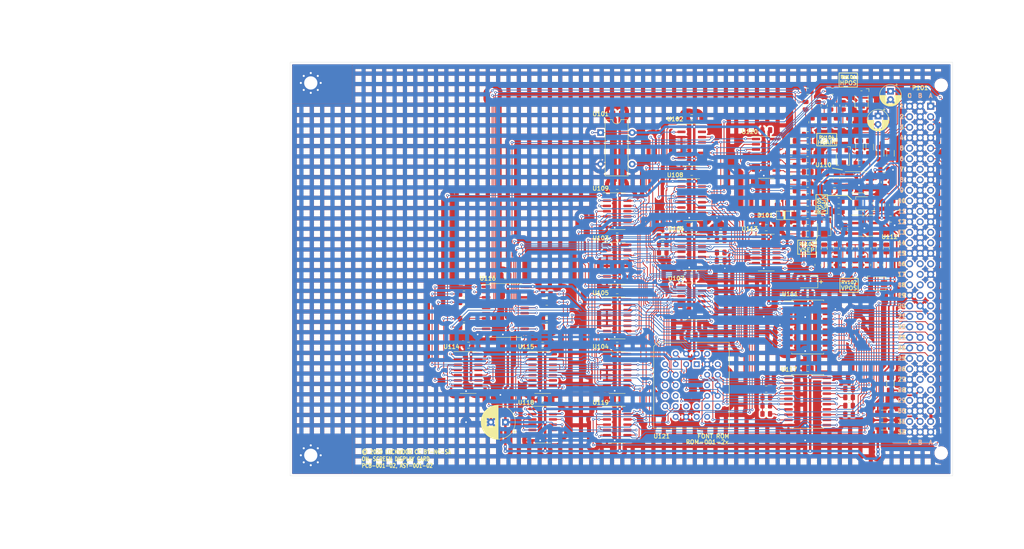
<source format=kicad_pcb>
(kicad_pcb (version 20230620) (generator pcbnew)
  (layers (0 "F.Cu" signal) (31 "B.Cu" signal) (34 "B.Paste" user) (35 "F.Paste" user) (36 "B.SilkS" user "B.Silkscreen") (37 "F.SilkS" user "F.Silkscreen") (38 "B.Mask" user) (39 "F.Mask" user) (44 "Edge.Cuts" user))
  (net 0 "")
  (net 1 "Net-(C101-Pad2)")
  (net 2 "Net-(C102-Pad1)")
  (net 3 "Net-(C103-Pad1)")
  (net 4 "Net-(C104-Pad2)")
  (net 5 "Net-(C104-Pad1)")
  (net 6 "Net-(C105-Pad2)")
  (net 7 "Net-(C105-Pad1)")
  (net 8 "Net-(C107-Pad1)")
  (net 9 "Net-(C109-Pad2)")
  (net 10 "Net-(C110-Pad2)")
  (net 11 "Net-(D101-Pad1)")
  (net 12 "/START#")
  (net 13 "/RUN#")
  (net 14 "Net-(P101-PadA9)")
  (net 15 "Net-(P101-PadA10)")
  (net 16 "/Circuit/FLD2")
  (net 17 "Net-(P101-PadA13)")
  (net 18 "Net-(P101-PadA14)")
  (net 19 "Net-(P101-PadA16)")
  (net 20 "Net-(P101-PadA18)")
  (net 21 "Net-(P101-PadA19)")
  (net 22 "Net-(P101-PadA26)")
  (net 23 "Net-(P101-PadA27)")
  (net 24 "Net-(P101-PadA28)")
  (net 25 "Net-(P101-PadA29)")
  (net 26 "Net-(P101-PadA30)")
  (net 27 "Net-(P101-PadB7)")
  (net 28 "Net-(P101-PadB8)")
  (net 29 "/Circuit/HDOT0")
  (net 30 "/Circuit/HDOT1")
  (net 31 "/Circuit/HDOT2")
  (net 32 "/Circuit/POS0")
  (net 33 "/Circuit/POS1")
  (net 34 "Net-(P101-PadB11)")
  (net 35 "Net-(P101-PadB12)")
  (net 36 "Net-(P101-PadB16)")
  (net 37 "Net-(P101-PadB17)")
  (net 38 "Net-(P101-PadB18)")
  (net 39 "Net-(P101-PadB19)")
  (net 40 "Net-(P101-PadB27)")
  (net 41 "Net-(P101-PadB28)")
  (net 42 "Net-(P101-PadB31)")
  (net 43 "Net-(P101-PadC5)")
  (net 44 "Net-(P101-PadC6)")
  (net 45 "Net-(P101-PadC9)")
  (net 46 "POR#")
  (net 47 "POR")
  (net 48 "VCC")
  (net 49 "Net-(P101-PadC10)")
  (net 50 "Net-(P101-PadC13)")
  (net 51 "/Circuit/POS2")
  (net 52 "/Circuit/DESCENDER0")
  (net 53 "Net-(P101-PadC14)")
  (net 54 "/Circuit/DESCENDER1")
  (net 55 "/Circuit/LINE0")
  (net 56 "/Circuit/LINE1")
  (net 57 "/Circuit/LINE2")
  (net 58 "/Circuit/LASTDOT")
  (net 59 "/Circuit/FLDREQ0")
  (net 60 "/Circuit/FLDREQ1")
  (net 61 "/Circuit/FLDREQ2")
  (net 62 "Net-(P101-PadC16)")
  (net 63 "Net-(P101-PadC17)")
  (net 64 "Net-(P101-PadC18)")
  (net 65 "Net-(P101-PadC26)")
  (net 66 "Net-(P101-PadC29)")
  (net 67 "/ZSEL")
  (net 68 "Net-(P101-PadC31)")
  (net 69 "RUN")
  (net 70 "/FLD3")
  (net 71 "/Circuit/POSREQ0")
  (net 72 "/Circuit/POSREQ1")
  (net 73 "/Circuit/FLDREQ3")
  (net 74 "/Circuit/FINISHREQ")
  (net 75 "/Circuit/POSREQ2")
  (net 76 "Net-(R114-Pad1)")
  (net 77 "Net-(R115-Pad1)")
  (net 78 "Net-(R119-Pad1)")
  (net 79 "/Circuit/FLD0")
  (net 80 "/Circuit/FLD1")
  (net 81 "/Circuit/CHAR0")
  (net 82 "/Circuit/CHAR1")
  (net 83 "/Circuit/CHAR2")
  (net 84 "/Circuit/CHAR3")
  (net 85 "/Circuit/CHAR4")
  (net 86 "/Circuit/CHAR5")
  (net 87 "/Circuit/FLD_BOTTOM")
  (net 88 "/Circuit/CHAR6")
  (net 89 "Net-(R134-Pad2)")
  (net 90 "Net-(R142-Pad2)")
  (net 91 "GND")
  (net 92 "+15V")
  (net 93 "-15V")
  (net 94 "DOTCLK")
  (net 95 "Net-(U102-Pad15)")
  (net 96 "Net-(U102-Pad14)")
  (net 97 "/Circuit/~{LASTDOT}")
  (net 98 "Net-(U103-Pad15)")
  (net 99 "Net-(U103-Pad11)")
  (net 100 "REQCLK")
  (net 101 "Net-(U104-Pad15)")
  (net 102 "Net-(U104-Pad11)")
  (net 103 "/Circuit/NEXTPOSREQ")
  (net 104 "/Circuit/NEXTFLDREQ")
  (net 105 "/Circuit/INTERLINE_BLANK#")
  (net 106 "/Circuit/STARTCMD")
  (net 107 "Net-(U106-Pad2)")
  (net 108 "Net-(U107-Pad12)")
  (net 109 "/Circuit/~{LASTPOSREQ}")
  (net 110 "/Circuit/~{LASTLINE}")
  (net 111 "Net-(U108-Pad10)")
  (net 112 "Net-(U108-Pad9)")
  (net 113 "Net-(U109-Pad1)")
  (net 114 "Net-(U111-Pad15)")
  (net 115 "/Circuit/READY")
  (net 116 "Net-(U114-Pad9)")
  (net 117 "DONE")
  (net 118 "/Circuit/FINISH#")
  (net 119 "Net-(U115-Pad13)")
  (net 120 "/Circuit/LATCHBUS")
  (net 121 "Net-(U115-Pad10)")
  (net 122 "Net-(U115-Pad7)")
  (net 123 "/CHAR7")
  (net 124 "Net-(U118-Pad12)")
  (net 125 "Net-(U118-Pad8)")
  (net 126 "Net-(U118-Pad6)")
  (net 127 "/CHAR5")
  (net 128 "/CHAR2")
  (net 129 "/CHAR6")
  (net 130 "/CHAR3")
  (net 131 "/CHAR0")
  (net 132 "Net-(R109-Pad2)")
  (net 133 "/CHAR4")
  (net 134 "/CHAR1")
  (net 135 "/POS0")
  (net 136 "/FLD2")
  (net 137 "/INTEN#")
  (net 138 "/V-")
  (net 139 "/V+")
  (net 140 "/POS1")
  (net 141 "/FLD0")
  (net 142 "/POS2")
  (net 143 "/FLD1")
  (net 144 "/Circuit/FLD3")
  (net 145 "/Circuit/PIX_BLANK#")
  (net 146 "/Circuit/INTEN")
  (net 147 "/H-")
  (net 148 "/H+")
  (net 149 "Net-(U120-Pad15)")
  (net 150 "Net-(U120-Pad11)")
  (net 151 "Net-(U121-Pad26)")
  (net 152 "Net-(U121-Pad22)")
  (net 153 "/Circuit/CHAR7")
  (net 154 "Net-(U121-Pad20)")
  (net 155 "Net-(U121-Pad21)")
  (net 156 "Net-(U121-Pad19)")
  (net 157 "Net-(U121-Pad17)")
  (net 158 "Net-(U121-Pad12)")
  (net 159 "Net-(U121-Pad1)")
  (net 160 "Net-(R111-Pad2)")
  (net 161 "Net-(R112-Pad1)")
  (net 162 "Net-(R113-Pad1)")
  (net 163 "Net-(R116-Pad1)")
  (net 164 "Net-(R117-Pad1)")
  (net 165 "Net-(R118-Pad1)")
  (net 166 "Net-(R120-Pad2)")
  (net 167 "Net-(R122-Pad1)")
  (net 168 "Net-(R123-Pad1)")
  (net 169 "Net-(R124-Pad2)")
  (net 170 "Net-(R125-Pad2)")
  (net 171 "Net-(R127-Pad1)")
  (net 172 "Net-(R128-Pad1)")
  (net 173 "Net-(R129-Pad1)")
  (net 174 "Net-(R139-Pad2)")
  (net 175 "Net-(R140-Pad2)")
  (net 176 "Net-(R150-Pad2)")
  (net 177 "Net-(R155-Pad2)")
  (net 178 "Net-(R156-Pad2)")
  (net 179 "Net-(R157-Pad2)")
  (net 180 "Net-(R158-Pad1)")
  (net 181 "Net-(R159-Pad2)")
  (net 182 "Net-(R160-Pad1)")
  (footprint "Capacitor_SMD:C_0805_2012Metric" (layer "F.Cu") (at 169 60 180)
    (property "Reference" "CD112" hide)
    (property "Value" "1µ")
  )
  (footprint "Capacitor_SMD:C_0805_2012Metric" (layer "F.Cu") (at 142 81.6 180)
    (property "Reference" "CD120" hide)
    (property "Value" "1µ")
  )
  (footprint "Resistor_SMD:R_0805_2012Metric" (layer "F.Cu") (at 227.5 54.5)
    (property "Reference" "R157" hide)
    (property "Value" "5k9")
  )
  (footprint "Resistor_SMD:R_0805_2012Metric" (layer "F.Cu") (at 205 109)
    (property "Reference" "R108" hide)
    (property "Value" "2k37")
  )
  (footprint "Capacitor_SMD:C_0805_2012Metric" (layer "F.Cu") (at 205 70 180)
    (property "Reference" "CD114" hide)
    (property "Value" "1µ")
  )
  (footprint "Capacitor_SMD:C_0805_2012Metric" (layer "F.Cu") (at 133.1 98.4 180)
    (property "Reference" "CD113" hide)
    (property "Value" "1µ")
  )
  (footprint "Resistor_SMD:R_1206_3216Metric_Pad1.30x1.75mm_HandSolder" (layer "F.Cu") (at 233.5 115 180)
    (property "Reference" "RT103" hide)
    (property "Value" "250mA")
  )
  (footprint "Resistor_SMD:R_0805_2012Metric" (layer "F.Cu") (at 132 88 180)
    (property "Reference" "R113" hide)
    (property "Value" "39k")
  )
  (footprint "Capacitor_SMD:C_0805_2012Metric" (layer "F.Cu") (at 187 69.8 180)
    (property "Reference" "CD118" hide)
    (property "Value" "1µ")
  )
  (footprint "Resistor_SMD:R_0805_2012Metric" (layer "F.Cu") (at 222 44.5 90)
    (property "Reference" "R144" hide)
    (property "Value" "274k")
  )
  (footprint "Package_SO:SOIC-16_3.9x9.9mm_P1.27mm" (layer "F.Cu") (at 169 78.6)
    (property "Reference" "U103")
    (property "Value" "'HC161")
  )
  (footprint "Resistor_SMD:R_0805_2012Metric" (layer "F.Cu") (at 233.5 59 -90)
    (property "Reference" "R158" hide)
    (property "Value" "5k9")
  )
  (footprint "Diode_SMD:D_MiniMELF" (layer "F.Cu") (at 210 67)
    (property "Reference" "D101")
    (property "Value" "LL4448")
  )
  (footprint "Capacitor_SMD:C_0805_2012Metric" (layer "F.Cu") (at 187 43.4 180)
    (property "Reference" "CD115" hide)
    (property "Value" "1µ")
  )
  (footprint "os2_footprints:DIN41612_B_3x32_Horizontal" (layer "F.Cu") (at 244.699993 40.629992 -90)
    (property "Reference" "P101")
    (property "Value" "DIN41612_M_3x32_OS2")
  )
  (footprint "MountingHole:MountingHole_3.2mm_M3_Pad_Via" (layer "F.Cu") (at 95 35)
    (property "Reference" "H101" hide)
    (property "Value" "HOLE")
  )
  (footprint "Capacitor_SMD:C_0805_2012Metric" (layer "F.Cu") (at 187 81.8 180)
    (property "Reference" "CD108" hide)
    (property "Value" "1µ")
  )
  (footprint "Resistor_SMD:R_0805_2012Metric" (layer "F.Cu") (at 211 52 180)
    (property "Reference" "R134" hide)
    (property "Value" "5k9")
  )
  (footprint "Package_SO:SOIC-16_3.9x9.9mm_P1.27mm" (layer "F.Cu") (at 187 63.2)
    (property "Reference" "U108")
    (property "Value" "'HC109")
  )
  (footprint "Resistor_SMD:R_0805_2012Metric" (layer "F.Cu") (at 194 73)
    (property "Reference" "R120" hide)
    (property "Value" "1k96")
  )
  (footprint "Package_SO:SOIC-8_3.9x4.9mm_P1.27mm" (layer "F.Cu") (at 227.5 59)
    (property "Reference" "U110")
    (property "Value" "NE5532")
  )
  (footprint "Resistor_SMD:R_1206_3216Metric" (layer "F.Cu") (at 230 50.5 90)
    (property "Reference" "R162" hide)
    (property "Value" "1k5")
  )
  (footprint "Resistor_SMD:R_0805_2012Metric" (layer "F.Cu") (at 225 44.5 90)
    (property "Reference" "R142" hide)
    (property "Value" "39k")
  )
  (footprint "Package_SO:SOIC-20W_7.5x12.8mm_P1.27mm" (layer "F.Cu") (at 215 94)
    (property "Reference" "U111")
    (property "Value" "'HC245")
  )
  (footprint "Capacitor_SMD:C_0805_2012Metric" (layer "F.Cu") (at 215 65.5)
    (property "Reference" "C108" hide)
    (property "Value" "100p")
  )
  (footprint "MountingHole:MountingHole_3.2mm_M3_Pad_Via" (layer "F.Cu") (at 95 125)
    (property "Reference" "H102" hide)
    (property "Value" "HOLE")
  )
  (footprint "Resistor_SMD:R_0805_2012Metric" (layer "F.Cu") (at 211 58 180)
    (property "Reference" "R140" hide)
    (property "Value" "9k76")
  )
  (footprint "Capacitor_SMD:C_0805_2012Metric" (layer "F.Cu") (at 215 62.5)
    (property "Reference" "C104" hide)
    (property "Value" "100p")
  )
  (footprint "Resistor_SMD:R_1206_3216Metric" (layer "F.Cu") (at 235 52 90)
    (property "Reference" "R164" hide)
    (property "Value" "1k5")
  )
  (footprint "Package_SO:SOIC-16_3.9x9.9mm_P1.27mm" (layer "F.Cu") (at 151 105)
    (property "Reference" "U115")
    (property "Value" "'HC109")
  )
  (footprint "Resistor_SMD:R_0805_2012Metric" (layer "F.Cu") (at 152 94)
    (property "Reference" "R116" hide)
    (property "Value" "39k")
  )
  (footprint "Capacitor_SMD:C_0805_2012Metric" (layer "F.Cu") (at 169 98.4 180)
    (property "Reference" "CD110" hide)
    (property "Value" "1µ")
  )
  (footprint "Package_SO:SOIC-16_3.9x9.9mm_P1.27mm" (layer "F.Cu") (at 169 105)
    (property "Reference" "U104")
    (property "Value" "'HC161")
  )
  (footprint "Resistor_SMD:R_0805_2012Metric" (layer "F.Cu") (at 211 55 180)
    (property "Reference" "R125" hide)
    (property "Value" "1k96")
  )
  (footprint "Potentiometer_SMD:Potentiometer_Bourns_TC33X_Vertical" (layer "F.Cu") (at 232 83.5)
    (property "Reference" "RV102")
    (property "Value" "20k")
  )
  (footprint "Package_SO:SOIC-14_3.9x8.7mm_P1.27mm" (layer "F.Cu") (at 187 75.8)
    (property "Reference" "U106")
    (property "Value" "'HC14")
  )
  (footprint "Capacitor_SMD:C_0805_2012Metric" (layer "F.Cu") (at 151 111.6 180)
    (property "Reference" "CD117" hide)
    (property "Value" "1µ")
  )
  (footprint "Capacitor_SMD:C_0805_2012Metric" (layer "F.Cu") (at 169 42.4 180)
    (property "Reference" "CD107" hide)
    (property "Value" "1µ")
  )
  (footprint "Resistor_SMD:R_0805_2012Metric" (layer "F.Cu") (at 205 113)
    (property "Reference" "R106" hide)
    (property "Value" "2k37")
  )
  (footprint "Resistor_SMD:R_0805_2012Metric" (layer "F.Cu") (at 225 75 -90)
    (property "Reference" "R130" hide)
    (property "Value" "205k")
  )
  (footprint "Resistor_SMD:R_0805_2012Metric" (layer "F.Cu") (at 221 37 180)
    (property "Reference" "R127" hide)
    (property "Value" "274k")
  )
  (footprint "Package_SO:SOIC-14_3.9x8.7mm_P1.27mm" (layer "F.Cu") (at 169 117.6)
    (property "Reference" "U119")
    (property "Value" "'HC03")
  )
  (footprint "Resistor_SMD:R_0805_2012Metric" (layer "F.Cu") (at 225 115 180)
    (property "Reference" "R104" hide)
    (property "Value" "2k37")
  )
  (footprint "Resistor_SMD:R_0805_2012Metric" (layer "F.Cu") (at 215 56.5 180)
    (property "Reference" "R139" hide)
    (property "Value" "9k76")
  )
  (footprint "Resistor_SMD:R_0805_2012Metric" (layer "F.Cu") (at 132 86 180)
    (property "Reference" "R112" hide)
    (property "Value" "39k")
  )
  (footprint "Resistor_SMD:R_0805_2012Metric" (layer "F.Cu") (at 217.5 40.5 90)
    (property "Reference" "R146" hide)
    (property "Value" "274k")
  )
  (footprint "Capacitor_SMD:C_0805_2012Metric" (layer "F.Cu") (at 223.9 70.3 90)
    (property "Reference" "CD126" hide)
    (property "Value" "1µ")
  )
  (footprint "Capacitor_SMD:C_0805_2012Metric" (layer "F.Cu") (at 222 58 90)
    (property "Reference" "C109" hide)
    (property "Value" "330p")
  )
  (footprint "Package_SO:SOIC-14_3.9x8.7mm_P1.27mm" (layer "F.Cu") (at 187 87.8)
    (property "Reference" "U107")
    (property "Value" "'HC10")
  )
  (footprint "Capacitor_SMD:C_0805_2012Metric" (layer "F.Cu") (at 151 98.4 180)
    (property "Reference" "CD111" hide)
    (property "Value" "1µ")
  )
  (footprint "Capacitor_SMD:C_0805_2012Metric" (layer "F.Cu") (at 222.5 66)
    (property "Reference" "C110" hide)
    (property "Value" "330p")
  )
  (footprint "Capacitor_SMD:C_0805_2012Metric" (layer "F.Cu") (at 233.5 56)
    (property "Reference" "CD124" hide)
    (property "Value" "1µ")
  )
  (footprint "Resistor_SMD:R_0805_2012Metric" (layer "F.Cu") (at 152 86)
    (property "Reference" "R119" hide)
    (property "Value" "39k")
  )
  (footprint "Package_SO:SOIC-14_3.9x8.7mm_P1.27mm" (layer "F.Cu") (at 205 76)
    (property "Reference" "U113")
    (property "Value" "'HC86")
  )
  (footprint "Resistor_SMD:R_0805_2012Metric" (layer "F.Cu") (at 180 74 180)
    (property "Reference" "R109" hide)
    (property "Value" "39k")
  )
  (footprint "Package_SO:SOIC-20W_7.5x12.8mm_P1.27mm" (layer "F.Cu") (at 215 112)
    (property "Reference" "U117")
    (property "Value" "'HCT273")
  )
  (footprint "Package_SO:SOIC-16_3.9x9.9mm_P1.27mm" (layer "F.Cu") (at 187 50)
    (property "Reference" "U102")
    (property "Value" "'HC161")
  )
  (footprint "Resistor_SMD:R_0805_2012Metric" (layer "F.Cu") (at 214.5 40.5 90)
    (property "Reference" "R133" hide)
    (property "Value" "39k")
  )
  (footprint "Package_SO:SOIC-16_3.9x9.9mm_P1.27mm" (layer "F.Cu") (at 133 105)
    (property "Reference" "U114")
    (property "Value" "'HC109")
  )
  (footprint "Resistor_SMD:R_0805_2012Metric" (layer "F.Cu") (at 234 75 -90)
    (property "Reference" "R151" hide)
    (property "Value" "39k")
  )
  (footprint "Capacitor_SMD:C_0805_2012Metric" (layer "F.Cu") (at 187 96 180)
    (property "Reference" "CD105" hide)
    (property "Value" "1µ")
  )
  (footprint "Resistor_SMD:R_0805_2012Metric" (layer "F.Cu") (at 132 92 180)
    (property "Reference" "R114" hide)
    (property "Value" "39k")
  )
  (footprint "Capacitor_THT:CP_Radial_D8.0mm_P3.50mm" (layer "F.Cu") (at 142 117 180)
    (property "Reference" "CD101" hide)
    (property "Value" "470µ")
  )
  (footprint "Potentiometer_SMD:Potentiometer_Bourns_TC33X_Vertical" (layer "F.Cu") (at 228.5 64.1 180)
    (property "Reference" "RV105")
    (property "Value" "500")
  )
  (footprint "Potentiometer_SMD:Potentiometer_Bourns_TC33X_Vertical" (layer "F.Cu") (at 219 70 -90)
    (property "Reference" "RV103")
    (property "Value" "1k")
  )
  (footprint "Potentiometer_SMD:Potentiometer_Bourns_TC33X_Vertical" (layer "F.Cu") (at 228 39 -90)
    (property "Reference" "RV101")
    (property "Value" "20k")
  )
  (footprint "Resistor_SMD:R_1206_3216Metric_Pad1.30x1.75mm_HandSolder" (layer "F.Cu") (at 235 107.75 90)
    (property "Reference" "RT101" hide)
    (property "Value" "250mA")
  )
  (footprint "Capacitor_SMD:C_0805_2012Metric" (layer "F.Cu") (at 180 72)
    (property "Reference" "C101" hide)
    (property "Value" "100p")
  )
  (footprint "Resistor_SMD:R_1206_3216Metric_Pad1.30x1.75mm_HandSolder" (layer "F.Cu") (at 233.5 118 180)
    (property "Reference" "RT102" hide)
    (property "Value" "250mA")
  )
  (footprint "Resistor_SMD:R_0805_2012Metric" (layer "F.Cu") (at 217.5 79 -90)
    (property "Reference" "R137" hide)
    (property "Value" "39k")
  )
  (footprint "Capacitor_SMD:C_0805_2012Metric" (layer "F.Cu") (at 215 104 180)
    (property "Reference" "CD103" hide)
    (property "Value" "1µ")
  )
  (footprint "Capacitor_SMD:C_0805_2012Metric" (layer "F.Cu") (at 205 46.4 180)
    (property "Reference" "CD106" hide)
    (property "Value" "1µ")
  )
  (footprint "Capacitor_SMD:C_0805_2012Metric" (layer "F.Cu") (at 169 72 180)
    (property "Reference" "CD121" hide)
    (property "Value" "1µ")
  )
  (footprint "Capacitor_SMD:C_0805_2012Metric" (layer "F.Cu") (at 215 68.5)
    (property "Reference" "C105" hide)
    (property "Value" "100p")
  )
  (footprint "Resistor_SMD:R_0805_2012Metric" (layer "F.Cu") (at 220.5 40.5 90)
    (property "Reference" "R132" hide)
    (property "Value" "274k")
  )
  (footprint "Package_SO:SOIC-16_3.9x9.9mm_P1.27mm" (layer "F.Cu") (at 205 53)
    (property "Reference" "U120")
    (property "Value" "'HC237")
  )
  (footprint "Resistor_SMD:R_0805_2012Metric" (layer "F.Cu") (at 223.5 40.5 90)
    (property "Reference" "R143" hide)
    (property "Value" "39k")
  )
  (footprint "Resistor_SMD:R_0805_2012Metric" (layer "F.Cu") (at 225 109 180)
    (property "Reference" "R101" hide)
    (property "Value" "2k37")
  )
  (footprint "Resistor_SMD:R_0805_2012Metric" (layer "F.Cu") (at 205 115)
    (property "Reference" "R105" hide)
    (property "Value" "2k37")
  )
  (footprint "Capacitor_SMD:C_0805_2012Metric" (layer "F.Cu") (at 221.5 61 180)
    (property "Reference" "CD127" hide)
    (property "Value" "1µ")
  )
  (footprint "Package_LCC:PLCC-32_THT-Socket" (layer "F.Cu") (at 188.2 103)
    (property "Reference" "U121")
    (property "Value" "27C512")
  )
  (footprint "Resistor_SMD:R_0805_2012Metric" (layer "F.Cu") (at 215 53.5 180)
    (property "Reference" "R135" hide)
    (property "Value" "5k9")
  )
  (footprint "Resistor_SMD:R_0805_2012Metric" (layer "F.Cu") (at 235.5 64.5 90)
    (property "Reference" "R160" hide)
    (property "Value" "5k9")
  )
  (footprint "Capacitor_Tantalum_SMD:CP_EIA-3528-21_Kemet-B" (layer "F.Cu") (at 215 83 180)
    (property "Reference" "CD102" hide)
    (property "Value" "10µ")
  )
  (footprint "Capacitor_SMD:C_0805_2012Metric" (layer "F.Cu") (at 169 85.2 180)
    (property "Reference" "CD119" hide)
    (property "Value" "1µ")
  )
  (footprint "Resistor_SMD:R_0805_2012Metric" (layer "F.Cu") (at 152 88)
    (property "Reference" "R118" hide)
    (property "Value" "39k")
  )
  (footprint "Resistor_SMD:R_0805_2012Metric" (layer "F.Cu") (at 215 59.5 180)
    (property "Reference" "R141" hide)
    (property "Value" "9k76")
  )
  (footprint "Resistor_SMD:R_0805_2012Metric" (layer "F.Cu") (at 215 47.5 180)
    (property "Reference" "R148" hide)
    (property "Value" "39k")
  )
  (footprint "Resistor_SMD:R_0805_2012Metric" (layer "F.Cu") (at 215 50.5 180)
    (property "Reference" "R124" hide)
    (property "Value" "5k9")
  )
  (footprint "Resistor_SMD:R_0805_2012Metric" (layer "F.Cu") (at 222.5 63.5)
    (property "Reference" "R156" hide)
    (property "Value" "2k37")
  )
  (footprint "Resistor_SMD:R_0805_2012Metric" (layer "F.Cu") (at 225 113 180)
    (property "Reference" "R103" hide)
    (property "Value" "2k37")
  )
  (footprint "Capacitor_SMD:C_0805_2012Metric" (layer "F.Cu") (at 235 67.9)
    (property "Reference" "CD123" hide)
    (property "Value" "1µ")
  )
  (footprint "Capacitor_SMD:C_0805_2012Metric" (layer "F.Cu") (at 169 111.6 180)
    (property "Reference" "CD116" hide)
    (property "Value" "1µ")
  )
  (footprint "Capacitor_SMD:C_0805_2012Metric" (layer "F.Cu") (at 215 86 180)
    (property "Reference" "CD104" hide)
    (property "Value" "1µ")
  )
  (footprint "Resistor_SMD:R_0805_2012Metric" (layer "F.Cu") (at 211 49 180)
    (property "Reference" "R149" hide)
    (property "Value" "39k")
  )
  (footprint "Resistor_SMD:R_0805_2012Metric" (layer "F.Cu") (at 219 44.5 90)
    (property "Reference" "R145" hide)
    (property "Value" "274k")
  )
  (footprint "Capacitor_SMD:C_0805_2012Metric" (layer "F.Cu") (at 187 56.6 180)
    (property "Reference" "CD109" hide)
    (property "Value" "1µ")
  )
  (footprint "Capacitor_THT:CP_Radial_D5.0mm_P2.00mm" (layer "F.Cu") (at 232 43 -90)
    (property "Reference" "CD125" hide)
    (property "Value" "47µ")
  )
  (footprint "Resistor_SMD:R_0805_2012Metric" (layer "F.Cu") (at 219.5 58 90)
    (property "Reference" "R155" hide)
    (property "Value" "2k37")
  )
  (footprint "Resistor_SMD:R_0805_2012Metric" (layer "F.Cu") (at 231 75 -90)
    (property "Reference" "R138" hide)
    (property "Value" "205k")
  )
  (footprint "Resistor_SMD:R_1206_3216Metric" (layer "F.Cu") (at 227.5 50.5 90)
    (property "Reference" "R161" hide)
    (property "Value" "1k5")
  )
  (footprint "Capacitor_SMD:C_0805_2012Metric" (layer "F.Cu") (at 215 71.5)
    (property "Reference" "C106" hide)
    (property "Value" "100p")
  )
  (footprint "Package_SO:SOIC-8_3.9x4.9mm_P1.27mm" (layer "F.Cu") (at 229 69.5)
    (property "Reference" "U112")
    (property "Value" "NE5532")
  )
  (footprint "Resistor_SMD:R_0805_2012Metric" (layer "F.Cu") (at 219 75 90)
    (property "Reference" "R136" hide)
    (property "Value" "680k")
  )
  (footprint "Resistor_SMD:R_0805_2012Metric" (layer "F.Cu") (at 152 92)
    (property "Reference" "R117" hide)
    (property "Value" "39k")
  )
  (footprint "Resistor_SMD:R_0805_2012Metric" (layer "F.Cu") (at 194 76)
    (property "Reference" "R111" hide)
    (property "Value" "1k96")
  )
  (footprint "Resistor_SMD:R_0805_2012Metric" (layer "F.Cu") (at 180 76)
    (property "Reference" "R110" hide)
    (property "Value" "39k")
  )
  (footprint "Resistor_SMD:R_0805_2012Metric" (layer "F.Cu") (at 205 111)
    (property "Reference" "R107" hide)
    (property "Value" "2k37")
  )
  (footprint "Package_SO:SOIC-14_3.9x8.7mm_P1.27mm" (layer "F.Cu") (at 169 66)
    (property "Reference" "U109")
    (property "Value" "'HC02")
  )
  (footprint "Capacitor_THT:CP_Radial_D5.0mm_P2.00mm" (layer "F.Cu") (at 235 37 -90)
    (property "Reference" "CD122" hide)
    (property "Value" "47µ")
  )
  (footprint "Resistor_SMD:R_0805_2012Metric" (layer "F.Cu") (at 215 37 180)
    (property "Reference" "R128" hide)
    (property "Value" "39k")
  )
  (footprint "Resistor_SMD:R_0805_2012Metric" (layer "F.Cu") (at 207.75 63.5 90)
    (property "Reference" "R121" hide)
    (property "Value" "680k")
  )
  (footprint "Resistor_SMD:R_0805_2012Metric" (layer "F.Cu") (at 222 75 -90)
    (property "Reference" "R152" hide)
    (property "Value" "205k")
  )
  (footprint "Resistor_SMD:R_0805_2012Metric" (layer "F.Cu") (at 132 94 180)
    (property "Reference" "R115" hide)
    (property "Value" "39k")
  )
  (footprint "Resistor_SMD:R_0805_2012Metric" (layer "F.Cu") (at 220.5 79 -90)
    (property "Reference" "R122" hide)
    (property "Value" "205k")
  )
  (footprint "Potentiometer_SMD:Potentiometer_Bourns_TC33X_Vertical" (layer "F.Cu") (at 223.5 53 -90)
    (property "Reference" "RV104")
    (property "Value" "500")
  )
  (footprint "Package_SO:SOIC-16_3.9x9.9mm_P1.27mm" (layer "F.Cu") (at 169 91.8)
    (property "Reference" "U105")
    (property "Value" "'HC161")
  )
  (footprint "Resistor_SMD:R_0805_2012Metric" (layer "F.Cu") (at 229.5 79 -90)
    (property "Reference" "R129" hide)
    (property "Value" "205k")
  )
  (footprint "Package_SO:SOIC-20W_7.5x12.8mm_P1.27mm" (layer "F.Cu") (at 142 90)
    (property "Reference" "U116")
    (property "Value" "'HCT273")
  )
  (footprint "Oscillator:Oscillator_SeikoEpson_SG-8002DC" (layer "F.Cu") (at 165 47)
    (property "Reference" "U101")
    (property "Value" "2MHz")
  )
  (footprint "Capacitor_SMD:C_0805_2012Metric" (layer "F.Cu") (at 194 78)
    (property "Reference" "C102" hide)
    (property "Value" "47p")
  )
  (footprint "Resistor_SMD:R_0805_2012Metric" (layer "F.Cu") (at 233 64.5 -90)
    (property "Reference" "R159" hide)
    (property "Value" "5k9")
  )
  (footprint "Resistor_SMD:R_0805_2012Metric" (layer "F.Cu") (at 228 75 -90)
    (property "Reference" "R154" hide)
    (property "Value" "205k")
  )
  (footprint "Resistor_SMD:R_0805_2012Metric" (layer "F.Cu") (at 211 61 180)
    (property "Reference" "R126" hide)
    (property "Value" "1k96")
  )
  (footprint "Package_SO:SOIC-14_3.9x8.7mm_P1.27mm" (layer "F.Cu") (at 151 117.6)
    (property "Reference" "U118")
    (property "Value" "'HC10")
  )
  (footprint "Resistor_SMD:R_1206_3216Metric" (layer "F.Cu") (at 232.5 52 90)
    (property "Reference" "R163" hide)
    (property "Value" "1k5")
  )
  (footprint "Resistor_SMD:R_0805_2012Metric" (layer "F.Cu") (at 216 44.5 90)
    (property "Reference" "R147" hide)
    (property "Value" "39k")
  )
  (footprint "Capacitor_SMD:C_0805_2012Metric" (layer "F.Cu") (at 211 64)
    (property "Reference" "C107" hide)
    (property "Value" "330p")
  )
  (footprint "Resistor_SMD:R_0805_2012Metric" (layer "F.Cu") (at 232.5 79 -90)
    (property "Reference" "R150" hide)
    (property "Value" "39k")
  )
  (footprint "Resistor_SMD:R_0805_2012Metric" (layer "F.Cu") (at 226.5 79 -90)
    (property "Reference" "R131" hide)
    (property "Value" "205k")
  )
  (footprint "Capacitor_SMD:C_0805_2012Metric" (layer "F.Cu") (at 194 71)
    (property "Reference" "C103" hide)
    (property "Value" "47p")
  )
  (footprint "Resistor_SMD:R_0805_2012Metric" (layer "F.Cu") (at 223.5 79 -90)
    (property "Reference" "R153" hide)
    (property "Value" "205k")
  )
  (footprint "Resistor_SMD:R_0805_2012Metric" (layer "F.Cu") (at 211 70 180)
    (property "Reference" "R123" hide)
    (property "Value" "1k96")
  )
  (footprint "Resistor_SMD:R_0805_2012Metric" (layer "F.Cu") (at 225 111 180)
    (property "Reference" "R102" hide)
    (property "Value" "2k37")
  )
  (gr_line (start 219.8 62.2) (end 224.6 62.2) (stroke (width 0.2)) (layer "F.SilkS"))
  (gr_line (start 212.6 76.4) (end 217 76.4) (stroke (width 0.2)) (layer "F.SilkS"))
  (gr_line (start 219.8 62) (end 219.8 66.6) (stroke (width 0.2)) (layer "F.SilkS"))
  (gr_line (start 217 76.4) (end 217 73) (stroke (width 0.2)) (layer "F.SilkS"))
  (gr_line (start 217 73) (end 217.4 72) (stroke (width 0.2)) (layer "F.SilkS"))
  (gr_line (start 217 66.6) (end 217 62) (stroke (width 0.2)) (layer "F.SilkS"))
  (gr_rect (start 222.6 32.6) (end 227 36) (stroke (width 0.2)) (fill none) (layer "F.SilkS"))
  (gr_poly (pts (xy 209.6 68) (xy 209.2 68) (xy 209.2 66) (xy 209.6 66)) (stroke (width 0.1)) (fill solid) (layer "F.SilkS"))
  (gr_line (start 219.8 66.6) (end 217 66.6) (stroke (width 0.2)) (layer "F.SilkS"))
  (gr_line (start 217 62) (end 219.8 62) (stroke (width 0.2)) (layer "F.SilkS"))
  (gr_line (start 221 55.6) (end 223.4 56) (stroke (width 0.2)) (layer "F.SilkS"))
  (gr_rect (start 222.8 82.2) (end 227.2 85.6) (stroke (width 0.2)) (fill none) (layer "F.SilkS"))
  (gr_line (start 217 73) (end 212.6 73) (stroke (width 0.2)) (layer "F.SilkS"))
  (gr_line (start 212.6 73) (end 212.6 76.4) (stroke (width 0.2)) (layer "F.SilkS"))
  (gr_rect (start 217.2 47.2) (end 222 50.2) (stroke (width 0.2)) (fill none) (layer "F.SilkS"))
  (gr_line (start 224.6 62.2) (end 225.6 63.2) (stroke (width 0.2)) (layer "F.SilkS"))
  (gr_line (start 90 30) (end 250 30) (stroke (width 0.05)) (layer "Edge.Cuts"))
  (gr_line (start 250 30) (end 250 130) (stroke (width 0.05)) (layer "Edge.Cuts"))
  (gr_line (start 90 130) (end 90 120) (stroke (width 0.05)) (layer "Edge.Cuts"))
  (gr_line (start 250 130) (end 90 130) (stroke (width 0.05)) (layer "Edge.Cuts"))
  (gr_line (start 90 30) (end 90 120) (stroke (width 0.05)) (layer "Edge.Cuts"))
  (gr_text "13" (at 237.715 71.11 0) (layer "B.SilkS") (effects (font (size 1 1) (thickness 0.2)) (justify mirror)))
  (gr_text "C" (at 239.62 121.91 0) (layer "B.SilkS") (effects (font (size 1 1) (thickness 0.2)) (justify mirror)))
  (gr_text "32" (at 237.715 119.37 0) (layer "B.SilkS") (effects (font (size 1 1) (thickness 0.2)) (justify mirror)))
  (gr_text "4" (at 237.715 48.25 0) (layer "B.SilkS") (effects (font (size 1 1) (thickness 0.2)) (justify mirror)))
  (gr_text "11" (at 237.715 66.03 0) (layer "B.SilkS") (effects (font (size 1 1) (thickness 0.2)) (justify mirror)))
  (gr_text "25" (at 237.715 101.59 0) (layer "B.SilkS") (effects (font (size 1 1) (thickness 0.2)) (justify mirror)))
  (gr_text "17" (at 237.715 81.27 0) (layer "B.SilkS") (effects (font (size 1 1) (thickness 0.2)) (justify mirror)))
  (gr_text "29" (at 237.715 111.75 0) (layer "B.SilkS") (effects (font (size 1 1) (thickness 0.2)) (justify mirror)))
  (gr_text "15" (at 237.715 76.19 0) (layer "B.SilkS") (effects (font (size 1 1) (thickness 0.2)) (justify mirror)))
  (gr_text "B" (at 242.16 121.91 0) (layer "B.SilkS") (effects (font (size 1 1) (thickness 0.2)) (justify mirror)))
  (gr_text "7" (at 237.715 55.87 0) (layer "B.SilkS") (effects (font (size 1 1) (thickness 0.2)) (justify mirror)))
  (gr_text "6" (at 237.715 53.33 0) (layer "B.SilkS") (effects (font (size 1 1) (thickness 0.2)) (justify mirror)))
  (gr_text "A" (at 244.7 38.09 0) (layer "B.SilkS") (effects (font (size 1 1) (thickness 0.2)) (justify mirror)))
  (gr_text "8" (at 237.715 58.41 0) (layer "B.SilkS") (effects (font (size 1 1) (thickness 0.2)) (justify mirror)))
  (gr_text "B" (at 242.16 38.09 0) (layer "B.SilkS") (effects (font (size 1 1) (thickness 0.2)) (justify mirror)))
  (gr_text "14" (at 237.715 73.65 0) (layer "B.SilkS") (effects (font (size 1 1) (thickness 0.2)) (justify mirror)))
  (gr_text "C" (at 239.62 38.09 0) (layer "B.SilkS") (effects (font (size 1 1) (thickness 0.2)) (justify mirror)))
  (gr_text "24" (at 237.715 99.05 0) (layer "B.SilkS") (effects (font (size 1 1) (thickness 0.2)) (justify mirror)))
  (gr_text "12" (at 237.715 68.57 0) (layer "B.SilkS") (effects (font (size 1 1) (thickness 0.2)) (justify mirror)))
  (gr_text "1" (at 237.715 40.63 0) (layer "B.SilkS") (effects (font (size 1 1) (thickness 0.2)) (justify mirror)))
  (gr_text "10" (at 237.715 63.49 0) (layer "B.SilkS") (effects (font (size 1 1) (thickness 0.2)) (justify mirror)))
  (gr_text "31" (at 237.715 116.83 0) (layer "B.SilkS") (effects (font (size 1 1) (thickness 0.2)) (justify mirror)))
  (gr_text "30" (at 237.715 114.29 0) (layer "B.SilkS") (effects (font (size 1 1) (thickness 0.2)) (justify mirror)))
  (gr_text "23" (at 237.715 96.51 0) (layer "B.SilkS") (effects (font (size 1 1) (thickness 0.2)) (justify mirror)))
  (gr_text "18" (at 237.715 83.81 0) (layer "B.SilkS") (effects (font (size 1 1) (thickness 0.2)) (justify mirror)))
  (gr_text "9" (at 237.715 60.95 0) (layer "B.SilkS") (effects (font (size 1 1) (thickness 0.2)) (justify mirror)))
  (gr_text "3" (at 237.715 45.71 0) (layer "B.SilkS") (effects (font (size 1 1) (thickness 0.2)) (justify mirror)))
  (gr_text "16" (at 237.715 78.73 0) (layer "B.SilkS") (effects (font (size 1 1) (thickness 0.2)) (justify mirror)))
  (gr_text "21" (at 237.715 91.43 0) (layer "B.SilkS") (effects (font (size 1 1) (thickness 0.2)) (justify mirror)))
  (gr_text "28" (at 237.715 109.21 0) (layer "B.SilkS") (effects (font (size 1 1) (thickness 0.2)) (justify mirror)))
  (gr_text "A" (at 244.7 121.91 0) (layer "B.SilkS") (effects (font (size 1 1) (thickness 0.2)) (justify mirror)))
  (gr_text "19" (at 237.715 86.35 0) (layer "B.SilkS") (effects (font (size 1 1) (thickness 0.2)) (justify mirror)))
  (gr_text "2" (at 237.715 43.17 0) (layer "B.SilkS") (effects (font (size 1 1) (thickness 0.2)) (justify mirror)))
  (gr_text "27" (at 237.715 106.67 0) (layer "B.SilkS") (effects (font (size 1 1) (thickness 0.2)) (justify mirror)))
  (gr_text "26" (at 237.715 104.13 0) (layer "B.SilkS") (effects (font (size 1 1) (thickness 0.2)) (justify mirror)))
  (gr_text "22" (at 237.715 93.97 0) (layer "B.SilkS") (effects (font (size 1 1) (thickness 0.2)) (justify mirror)))
  (gr_text "5" (at 237.715 50.79 0) (layer "B.SilkS") (effects (font (size 1 1) (thickness 0.2)) (justify mirror)))
  (gr_text "20" (at 237.715 88.89 0) (layer "B.SilkS") (effects (font (size 1 1) (thickness 0.2)) (justify mirror)))
  (gr_text "21" (at 237.715 91.43 0) (layer "F.SilkS") (effects (font (size 1 1) (thickness 0.2))))
  (gr_text "30" (at 237.715 114.29 0) (layer "F.SilkS") (effects (font (size 1 1) (thickness 0.2))))
  (gr_text "VPOS" (at 225 84.6 0) (layer "F.SilkS") (effects (font (size 1 1) (thickness 0.2))))
  (gr_text "VGAIN" (at 219 64.2 90) (layer "F.SilkS") (effects (font (size 1 1) (thickness 0.2))))
  (gr_text "25" (at 237.715 101.59 0) (layer "F.SilkS") (effects (font (size 1 1) (thickness 0.2))))
  (gr_text "19" (at 237.715 86.35 0) (layer "F.SilkS") (effects (font (size 1 1) (thickness 0.2))))
  (gr_text "11" (at 237.715 66.03 0) (layer "F.SilkS") (effects (font (size 1 1) (thickness 0.2))))
  (gr_text "17" (at 237.715 81.27 0) (layer "F.SilkS") (effects (font (size 1 1) (thickness 0.2))))
  (gr_text "28" (at 237.715 109.21 0) (layer "F.SilkS") (effects (font (size 1 1) (thickness 0.2))))
  (gr_text "B" (at 242.16 38.09 0) (layer "F.SilkS") (effects (font (size 1 1) (thickness 0.2))))
  (gr_text "+" (at 218.25 83 0) (layer "F.SilkS") (effects (font (size 1 1) (thickness 0.2))))
  (gr_text "A" (at 244.7 121.91 0) (layer "F.SilkS") (effects (font (size 1 1) (thickness 0.2))))
  (gr_text "20" (at 237.715 88.89 0) (layer "F.SilkS") (effects (font (size 1 1) (thickness 0.2))))
  (gr_text "HGAIN" (at 219.6 49.4 0) (layer "F.SilkS") (effects (font (size 1 1) (thickness 0.2))))
  (gr_text "A" (at 244.7 38.1 0) (layer "F.SilkS") (effects (font (size 1 1) (thickness 0.2))))
  (gr_text "7" (at 237.715 55.87 0) (layer "F.SilkS") (effects (font (size 1 1) (thickness 0.2))))
  (gr_text "HPOS" (at 224.8 35 0) (layer "F.SilkS") (effects (font (size 1 1) (thickness 0.2))))
  (gr_text "4" (at 237.715 48.25 0) (layer "F.SilkS") (effects (font (size 1 1) (thickness 0.2))))
  (gr_text "2" (at 237.715 43.17 0) (layer "F.SilkS") (effects (font (size 1 1) (thickness 0.2))))
  (gr_text "16" (at 237.715 78.73 0) (layer "F.SilkS") (effects (font (size 1 1) (thickness 0.2))))
  (gr_text "26" (at 237.715 104.13 0) (layer "F.SilkS") (effects (font (size 1 1) (thickness 0.2))))
  (gr_text "22" (at 237.715 93.97 0) (layer "F.SilkS") (effects (font (size 1 1) (thickness 0.2))))
  (gr_text "ON-SCREEN DISPLAY CARD\nPCB-001-02, ASY-001-02" (at 107.2 126.7 0) (layer "F.SilkS") (effects (font (size 1 0.8) (thickness 0.2)) (justify left)))
  (gr_text "6" (at 237.715 53.33 0) (layer "F.SilkS") (effects (font (size 1 1) (thickness 0.2))))
  (gr_text "13" (at 237.715 71.11 0) (layer "F.SilkS") (effects (font (size 1 1) (thickness 0.2))))
  (gr_text "3" (at 237.715 45.71 0) (layer "F.SilkS") (effects (font (size 1 1) (thickness 0.2))))
  (gr_text "32" (at 237.715 119.37 0) (layer "F.SilkS") (effects (font (size 1 1) (thickness 0.2))))
  (gr_text "ROM-001-2x" (at 196 121.8 0) (layer "F.SilkS") (effects (font (size 1 1) (thickness 0.2)) (justify right)))
  (gr_text "1" (at 237.715 40.63 0) (layer "F.SilkS") (effects (font (size 1 1) (thickness 0.2))))
  (gr_text "15" (at 237.715 76.19 0) (layer "F.SilkS") (effects (font (size 1 1) (thickness 0.2))))
  (gr_text "18" (at 237.715 83.81 0) (layer "F.SilkS") (effects (font (size 1 1) (thickness 0.2))))
  (gr_text "C" (at 239.62 38.09 0) (layer "F.SilkS") (effects (font (size 1 1) (thickness 0.2))))
  (gr_text "10" (at 237.715 63.49 0) (layer "F.SilkS") (effects (font (size 1 1) (thickness 0.2))))
  (gr_text "B" (at 242.16 121.91 0) (layer "F.SilkS") (effects (font (size 1 1) (thickness 0.2))))
  (gr_text "31" (at 237.715 116.83 0) (layer "F.SilkS") (effects (font (size 1 1) (thickness 0.2))))
  (gr_text "29" (at 237.715 111.75 0) (layer "F.SilkS") (effects (font (size 1 1) (thickness 0.2))))
  (gr_text "VSEP" (at 214.8 75.4 0) (layer "F.SilkS") (effects (font (size 1 1) (thickness 0.2))))
  (gr_text "8" (at 237.715 58.41 0) (layer "F.SilkS") (effects (font (size 1 1) (thickness 0.2))))
  (gr_text "14" (at 237.715 73.65 0) (layer "F.SilkS") (effects (font (size 1 1) (thickness 0.2))))
  (gr_text "© 2020 LOCKWOOD CC BY-NC-SA" (at 107.2 124.2 0) (layer "F.SilkS") (effects (font (size 1 0.8) (thickness 0.2)) (justify left)))
  (gr_text "12" (at 237.715 68.57 0) (layer "F.SilkS") (effects (font (size 1 1) (thickness 0.2))))
  (gr_text "27" (at 237.715 106.67 0) (layer "F.SilkS") (effects (font (size 1 1) (thickness 0.2))))
  (gr_text "5" (at 237.715 50.79 0) (layer "F.SilkS") (effects (font (size 1 1) (thickness 0.2))))
  (gr_text "24" (at 237.715 99.05 0) (layer "F.SilkS") (effects (font (size 1 1) (thickness 0.2))))
  (gr_text "23" (at 237.715 96.51 0) (layer "F.SilkS") (effects (font (size 1 1) (thickness 0.2))))
  (gr_text "C" (at 239.62 121.91 0) (layer "F.SilkS") (effects (font (size 1 1) (thickness 0.2))))
  (gr_text "FONT ROM" (at 196.2 120.4 0) (layer "F.SilkS") (effects (font (size 1 1) (thickness 0.2)) (justify right)))
  (gr_text "9" (at 237.715 60.95 0) (layer "F.SilkS") (effects (font (size 1 1) (thickness 0.2))))
  (segment (start 180.95 72) (end 181.8 71.15) (width 0.2) (layer "F.Cu") (net 1))
  (segment (start 181.8 71.15) (end 181.8 70.3) (width 0.2) (layer "F.Cu") (net 1))
  (segment (start 184.525 71.325) (end 184.525 71.99) (width 0.2) (layer "F.Cu") (net 1))
  (segment (start 180.9125 74) (end 180.9125 72.0375) (width 0.2) (layer "F.Cu") (net 1))
  (segment (start 184.3 70.3) (end 184.3 71.1) (width 0.2) (layer "F.Cu") (net 1))
  (segment (start 184.3 71.1) (end 184.525 71.325) (width 0.2) (layer "F.Cu") (net 1))
  (via (at 184.3 70.3) (size 0.6) (drill 0.3) (layers "F.Cu" "B.Cu") (net 1))
  (via (at 181.8 70.3) (size 0.6) (drill 0.3) (layers "F.Cu" "B.Cu") (net 1))
  (segment (start 181.8 70.3) (end 184.3 70.3) (width 0.2) (layer "B.Cu") (net 1))
  (segment (start 189.475 75.8) (end 192.8875 75.8) (width 0.2) (layer "F.Cu") (net 2))
  (segment (start 193.05 76.0375) (end 193.05 78) (width 0.2) (layer "F.Cu") (net 2))
  (segment (start 191.44 73.26) (end 191.7 73) (width 0.2) (layer "F.Cu") (net 3))
  (segment (start 193.05 71) (end 193.05 72.9625) (width 0.2) (layer "F.Cu") (net 3))
  (segment (start 189.475 73.26) (end 191.44 73.26) (width 0.2) (layer "F.Cu") (net 3))
  (segment (start 191.7 73) (end 193.0875 73) (width 0.2) (layer "F.Cu") (net 3))
  (segment (start 217.1 59.5) (end 215.9125 59.5) (width 0.2) (layer "F.Cu") (net 4))
  (segment (start 219.5 58.9125) (end 217.6875 58.9125) (width 0.2) (layer "F.Cu") (net 4))
  (segment (start 225.025 58.365) (end 223.735 58.365) (width 0.2) (layer "F.Cu") (net 4))
  (segment (start 219.5375 58.95) (end 222 58.95) (width 0.2) (layer "F.Cu") (net 4))
  (segment (start 215.9125 48.9875) (end 215.9125 50.5) (width 0.2) (layer "F.Cu") (net 4))
  (segment (start 214.5 45.1) (end 214.8125 45.4125) (width 0.2) (layer "F.Cu") (net 4))
  (segment (start 215.9125 59.5) (end 215.9125 58.0125) (width 0.2) (layer "F.Cu") (net 4))
  (segment (start 220.4875 41.425) (end 220.4875 45.4125) (width 0.2) (layer "F.Cu") (net 4))
  (segment (start 214.5 41.4125) (end 214.5 45.1) (width 0.2) (layer "F.Cu") (net 4))
  (segment (start 215.9125 47.5) (end 215.9125 45.5) (width 0.2) (layer "F.Cu") (net 4))
  (segment (start 219 45.4125) (end 220.4875 45.4125) (width 0.2) (layer "F.Cu") (net 4))
  (segment (start 215.9125 51.9875) (end 215.9125 53.5) (width 0.2) (layer "F.Cu") (net 4))
  (segment (start 211.925 54.9875) (end 215.9125 54.9875) (width 0.2) (layer "F.Cu") (net 4))
  (segment (start 217.5125 41.425) (end 217.5125 45.4125) (width 0.2) (layer "F.Cu") (net 4))
  (segment (start 212 64.05) (end 215.95 64.05) (width 0.2) (layer "F.Cu") (net 4))
  (segment (start 215.9125 53.5) (end 215.9125 54.9875) (width 0.2) (layer "F.Cu") (net 4))
  (segment (start 217.5125 45.4125) (end 219 45.4125) (width 0.2) (layer "F.Cu") (net 4))
  (segment (start 223.5 41.4125) (end 223.5 45.4) (width 0.2) (layer "F.Cu") (net 4))
  (segment (start 211.925 51.9875) (end 215.9125 51.9875) (width 0.2) (layer "F.Cu") (net 4))
  (segment (start 216 45.4125) (end 217.5125 45.4125) (width 0.2) (layer "F.Cu") (net 4))
  (segment (start 223.735 58.365) (end 223.15 58.95) (width 0.2) (layer "F.Cu") (net 4))
  (segment (start 215.9 49) (end 215.9125 48.9875) (width 0.2) (layer "F.Cu") (net 4))
  (segment (start 215.9 58) (end 215.9125 58.0125) (width 0.2) (layer "F.Cu") (net 4))
  (segment (start 215.9125 47.5) (end 215.9125 48.9875) (width 0.2) (layer "F.Cu") (net 4))
  (segment (start 217.6875 58.9125) (end 217.1 59.5) (width 0.2) (layer "F.Cu") (net 4))
  (segment (start 215.9125 50.5) (end 215.9125 51.9875) (width 0.2) (layer "F.Cu") (net 4))
  (segment (start 215.9125 61.0125) (end 215.9125 62.4625) (width 0.2) (layer "F.Cu") (net 4))
  (segment (start 211.9125 58) (end 215.9 58) (width 0.2) (layer "F.Cu") (net 4))
  (segment (start 223.4875 45.4125) (end 222 45.4125) (width 0.2) (layer "F.Cu") (net 4))
  (segment (start 220.4875 45.4125) (end 222 45.4125) (width 0.2) (layer "F.Cu") (net 4))
  (segment (start 211.9125 61) (end 215.9 61) (width 0.2) (layer "F.Cu") (net 4))
  (segment (start 225 45.4125) (end 223.4875 45.4125) (width 0.2) (layer "F.Cu") (net 4))
  (segment (start 215.95 64.05) (end 215.95 62.5) (width 0.2) (layer "F.Cu") (net 4))
  (segment (start 214.8125 45.4125) (end 216 45.4125) (width 0.2) (layer "F.Cu") (net 4))
  (segment (start 215.9 61) (end 215.9125 61.0125) (width 0.2) (layer "F.Cu") (net 4))
  (segment (start 215.9125 59.5) (end 215.9125 61.0125) (width 0.2) (layer "F.Cu") (net 4))
  (segment (start 215.95 65.5) (end 215.95 64.05) (width 0.2) (layer "F.Cu") (net 4))
  (segment (start 223.15 58.95) (end 222 58.95) (width 0.2) (layer "F.Cu") (net 4))
  (segment (start 215.9125 58.0125) (end 215.9125 56.5) (width 0.2) (layer "F.Cu") (net 4))
  (segment (start 215.9125 54.9875) (end 215.9125 56.5) (width 0.2) (layer "F.Cu") (net 4))
  (segment (start 223.5 45.4) (end 223.4875 45.4125) (width 0.2) (layer "F.Cu") (net 4))
  (segment (start 211.9125 49) (end 215.9 49) (width 0.2) (layer "F.Cu") (net 4))
  (segment (start 210.0875 62.0875) (end 210.5 62.5) (width 0.2) (layer "F.Cu") (net 5))
  (segment (start 210.0875 61) (end 210.0875 62.0875) (width 0.2) (layer "F.Cu") (net 5))
  (segment (start 208.7 61) (end 210.0875 61) (width 0.2) (layer "F.Cu") (net 5))
  (segment (start 201.325 56.175) (end 200.80001 56.69999) (width 0.2) (layer "F.Cu") (net 5))
  (segment (start 200.80001 56.69999) (end 200.80001 60.10001) (width 0.2) (layer "F.Cu") (net 5))
  (segment (start 200.80001 60.10001) (end 201.7 61) (width 0.2) (layer "F.Cu") (net 5))
  (segment (start 210.5 62.5) (end 214.05 62.5) (width 0.2) (layer "F.Cu") (net 5))
  (segment (start 202.525 56.175) (end 201.325 56.175) (width 0.2) (layer "F.Cu") (net 5))
  (via (at 201.7 61) (size 0.6) (drill 0.3) (layers "F.Cu" "B.Cu") (net 5))
  (via (at 208.7 61) (size 0.6) (drill 0.3) (layers "F.Cu" "B.Cu") (net 5))
  (segment (start 201.7 61) (end 208.7 61) (width 0.2) (layer "B.Cu") (net 5))
  (segment (start 224.7 68.1) (end 221.6 68.1) (width 0.2) (layer "F.Cu") (net 6))
  (segment (start 221.5875 65.9625) (end 221.5875 63.5) (width 0.249936) (layer "F.Cu") (net 6))
  (segment (start 217.4125 74.0875) (end 219 74.0875) (width 0.2) (layer "F.Cu") (net 6))
  (segment (start 216.7 68.5) (end 217 68.2) (width 0.2) (layer "F.Cu") (net 6))
  (segment (start 232.4875 78.075) (end 232.4875 74.0875) (width 0.2) (layer "F.Cu") (net 6))
  (segment (start 215.95 71.5) (end 215.95 68.5) (width 0.2) (layer "F.Cu") (net 6))
  (segment (start 221.6 68.1) (end 221.55 68.15) (width 0.2) (layer "F.Cu") (net 6))
  (segment (start 228 74.0875) (end 231 74.0875) (width 0.2) (layer "F.Cu") (net 6))
  (segment (start 232.4875 74.0875) (end 231 74.0875) (width 0.2) (layer "F.Cu") (net 6))
  (segment (start 226.525 68.865) (end 225.465 68.865) (width 0.2) (layer "F.Cu") (net 6))
  (segment (start 225.465 68.865) (end 224.7 68.1) (width 0.2) (layer "F.Cu") (net 6))
  (segment (start 234 74.0875) (end 232.4875 74.0875) (width 0.2) (layer "F.Cu") (net 6))
  (segment (start 222 74.0875) (end 223.4875 74.0875) (width 0.2) (layer "F.Cu") (net 6))
  (segment (start 215.95 73.65) (end 216.3875 74.0875) (width 0.2) (layer "F.Cu") (net 6))
  (segment (start 226.4875 78.075) (end 226.4875 74.0875) (width 0.2) (layer "F.Cu") (net 6))
  (segment (start 221.55 66) (end 221.55 68.15) (width 0.2) (layer "F.Cu") (net 6))
  (segment (start 215.95 71.5) (end 215.95 73.65) (width 0.2) (layer "F.Cu") (net 6))
  (segment (start 223.4875 74.0875) (end 225 74.0875) (width 0.2) (layer "F.Cu") (net 6))
  (segment (start 226.4875 74.0875) (end 228 74.0875) (width 0.2) (layer "F.Cu") (net 6))
  (segment (start 216.3875 74.0875) (end 217.4125 74.0875) (width 0.2) (layer "F.Cu") (net 6))
  (segment (start 219 74.0875) (end 222 74.0875) (width 0.2) (layer "F.Cu") (net 6))
  (segment (start 215.95 68.5) (end 216.7 68.5) (width 0.2) (layer "F.Cu") (net 6))
  (segment (start 217.5 78.0875) (end 217.5 74.175) (width 0.2) (layer "F.Cu") (net 6))
  (segment (start 217 68.2) (end 218 68.2) (width 0.2) (layer "F.Cu") (net 6))
  (segment (start 221.55 71.85) (end 222 72.3) (width 0.2) (layer "F.Cu") (net 6))
  (segment (start 217.5 74.175) (end 217.4125 74.0875) (width 0.2) (layer "F.Cu") (net 6))
  (segment (start 222 72.3) (end 222 74.0875) (width 0.2) (layer "F.Cu") (net 6))
  (segment (start 223.4875 78.075) (end 223.4875 74.0875) (width 0.2) (layer "F.Cu") (net 6))
  (segment (start 225 74.0875) (end 226.4875 74.0875) (width 0.2) (layer "F.Cu") (net 6))
  (segment (start 221.55 68.15) (end 221.55 71.85) (width 0.2) (layer "F.Cu") (net 6))
  (segment (start 214.1 78.8) (end 214.1 71.55) (width 0.2) (layer "F.Cu") (net 7))
  (segment (start 214.05 68.5) (end 214.05 71.5) (width 0.2) (layer "F.Cu") (net 7))
  (segment (start 210.0875 71.1875) (end 210.4 71.5) (width 0.2) (layer "F.Cu") (net 7))
  (segment (start 210.4 71.5) (end 214.05 71.5) (width 0.2) (layer "F.Cu") (net 7))
  (segment (start 202.525 78.54) (end 200.76 78.54) (width 0.2) (layer "F.Cu") (net 7))
  (segment (start 200.76 78.54) (end 200.6 78.7) (width 0.2) (layer "F.Cu") (net 7))
  (segment (start 210.0875 70) (end 210.0875 71.1875) (width 0.2) (layer "F.Cu") (net 7))
  (via (at 214.1 78.8) (size 0.6) (drill 0.3) (layers "F.Cu" "B.Cu") (net 7))
  (via (at 200.6 78.7) (size 0.6) (drill 0.3) (layers "F.Cu" "B.Cu") (net 7))
  (segment (start 200.6 78.7) (end 200.7 78.8) (width 0.2) (layer "B.Cu") (net 7))
  (segment (start 200.7 78.8) (end 214.1 78.8) (width 0.2) (layer "B.Cu") (net 7))
  (segment (start 207.75 62.5875) (end 209.6875 62.5875) (width 0.2) (layer "F.Cu") (net 8))
  (segment (start 210.05 65.25) (end 210.3 65.5) (width 0.2) (layer "F.Cu") (net 8))
  (segment (start 209.6875 62.5875) (end 210.05 62.95) (width 0.2) (layer "F.Cu") (net 8))
  (segment (start 210.05 62.95) (end 210.05 64) (width 0.2) (layer "F.Cu") (net 8))
  (segment (start 211.7 65.5) (end 214.05 65.5) (width 0.2) (layer "F.Cu") (net 8))
  (segment (start 210.05 64) (end 210.05 65.25) (width 0.2) (layer "F.Cu") (net 8))
  (segment (start 211.75 67) (end 211.75 65.55) (width 0.2) (layer "F.Cu") (net 8))
  (segment (start 211.75 65.55) (end 211.7 65.5) (width 0.2) (layer "F.Cu") (net 8))
  (segment (start 210.3 65.5) (end 211.7 65.5) (width 0.2) (layer "F.Cu") (net 8))
  (segment (start 226.5875 56.7125) (end 226.205 57.095) (width 0.2) (layer "F.Cu") (net 9))
  (segment (start 225.025 57.095) (end 223.295 57.095) (width 0.2) (layer "F.Cu") (net 9))
  (segment (start 223.295 57.095) (end 223.25 57.05) (width 0.2) (layer "F.Cu") (net 9))
  (segment (start 226.205 57.095) (end 225.025 57.095) (width 0.2) (layer "F.Cu") (net 9))
  (segment (start 227.5 52.7) (end 227.5 51.9625) (width 0.2) (layer "F.Cu") (net 9))
  (segment (start 226.5875 53.6125) (end 227.5 52.7) (width 0.2) (layer "F.Cu") (net 9))
  (segment (start 223.25 56.55) (end 223.25 57.05) (width 0.2) (layer "F.Cu") (net 9))
  (segment (start 226.5875 54.5) (end 226.5875 53.6125) (width 0.2) (layer "F.Cu") (net 9))
  (segment (start 226.1625 51.9625) (end 227.5 51.9625) (width 0.2) (layer "F.Cu") (net 9))
  (segment (start 226.5875 54.5) (end 226.5875 56.7125) (width 0.2) (layer "F.Cu") (net 9))
  (segment (start 223.25 57.05) (end 222 57.05) (width 0.2) (layer "F.Cu") (net 9))
  (segment (start 223.5 54.45) (end 223.5 56.3) (width 0.2) (layer "F.Cu") (net 9))
  (segment (start 223.5 56.3) (end 223.25 56.55) (width 0.2) (layer "F.Cu") (net 9))
  (segment (start 224.5 51.2) (end 225.4 51.2) (width 0.2) (layer "F.Cu") (net 9))
  (segment (start 225.4 51.2) (end 226.1625 51.9625) (width 0.2) (layer "F.Cu") (net 9))
  (segment (start 230.1 65.1) (end 228.55 66.65) (width 0.249936) (layer "F.Cu") (net 10))
  (segment (start 231.5 65.1) (end 230.3 65.1) (width 0.249936) (layer "F.Cu") (net 10))
  (segment (start 233.6375 54.6) (end 235.5 54.6) (width 0.2) (layer "F.Cu") (net 10))
  (segment (start 228.55 66.65) (end 227.605 67.595) (width 0.249936) (layer "F.Cu") (net 10))
  (segment (start 223.45 66.85) (end 224.195 67.595) (width 0.249936) (layer "F.Cu") (net 10))
  (segment (start 233 62.3) (end 233 63.5875) (width 0.2) (layer "F.Cu") (net 10))
  (segment (start 227.05 64.1) (end 227.05 65.15) (width 0.249936) (layer "F.Cu") (net 10))
  (segment (start 233.5 61.8) (end 233 62.3) (width 0.2) (layer "F.Cu") (net 10))
  (segment (start 224.195 67.595) (end 226.525 67.595) (width 0.249936) (layer "F.Cu") (net 10))
  (segment (start 223.45 66) (end 223.45 66.85) (width 0.249936) (layer "F.Cu") (net 10))
  (segment (start 231.9125 63.5875) (end 231.6 63.9) (width 0.249936) (layer "F.Cu") (net 10))
  (segment (start 235.5 54.6) (end 236.4 55.5) (width 0.2) (layer "F.Cu") (net 10))
  (segment (start 231.6 65) (end 231.5 65.1) (width 0.249936) (layer "F.Cu") (net 10))
  (segment (start 232.5 53.4625) (end 233.6375 54.6) (width 0.2) (layer "F.Cu") (net 10))
  (segment (start 231.6 63.9) (end 231.6 65) (width 0.249936) (layer "F.Cu") (net 10))
  (segment (start 227.05 65.15) (end 228.55 66.65) (width 0.249936) (layer "F.Cu") (net 10))
  (segment (start 236.4 60.1) (end 234.7 61.8) (width 0.2) (layer "F.Cu") (net 10))
  (segment (start 233 63.5875) (end 231.9125 63.5875) (width 0.249936) (layer "F.Cu") (net 10))
  (segment (start 234.7 61.8) (end 233.5 61.8) (width 0.2) (layer "F.Cu") (net 10))
  (segment (start 227.605 67.595) (end 226.525 67.595) (width 0.249936) (layer "F.Cu") (net 10))
  (segment (start 236.4 55.5) (end 236.4 60.1) (width 0.2) (layer "F.Cu") (net 10))
  (segment (start 208.25 65.75) (end 208.25 67) (width 0.2) (layer "F.Cu") (net 11))
  (segment (start 200.8 74.3) (end 200.8 72) (width 0.2) (layer "F.Cu") (net 11))
  (segment (start 207.75 65.25) (end 208.25 65.75) (width 0.2) (layer "F.Cu") (net 11))
  (segment (start 200.8 72) (end 201.5 71.3) (width 0.2) (layer "F.Cu") (net 11))
  (segment (start 206.8 67) (end 208.25 67) (width 0.2) (layer "F.Cu") (net 11))
  (segment (start 202.525 74.73) (end 201.23 74.73) (width 0.2) (layer "F.Cu") (net 11))
  (segment (start 207.75 64.4125) (end 207.75 65.25) (width 0.2) (layer "F.Cu") (net 11))
  (segment (start 201.5 71.3) (end 201.5 67) (width 0.2) (layer "F.Cu") (net 11))
  (segment (start 201.23 74.73) (end 200.8 74.3) (width 0.2) (layer "F.Cu") (net 11))
  (via (at 201.5 67) (size 0.6) (drill 0.3) (layers "F.Cu" "B.Cu") (net 11))
  (via (at 206.8 67) (size 0.6) (drill 0.3) (layers "F.Cu" "B.Cu") (net 11))
  (segment (start 201.5 67) (end 206.8 67) (width 0.2) (layer "B.Cu") (net 11))
  (segment (start 191.900001 64.699999) (end 191.900001 62.599999) (width 0.2) (layer "F.Cu") (net 12))
  (segment (start 189.475 78.34) (end 191.44 78.34) (width 0.2) (layer "F.Cu") (net 12))
  (segment (start 191.900001 61.400001) (end 191.8 61.3) (width 0.2) (layer "F.Cu") (net 12))
  (segment (start 191.065 62.565) (end 189.475 62.565) (width 0.2) (layer "F.Cu") (net 12))
  (segment (start 191.900001 65.200001) (end 192.6 65.9) (width 0.2) (layer "F.Cu") (net 12))
  (segment (start 244.699993 50.789992) (end 246.610008 50.789992) (width 0.2) (layer "F.Cu") (net 12))
  (segment (start 191.900001 62.599999) (end 191.900001 61.400001) (width 0.2) (layer "F.Cu") (net 12))
  (segment (start 191.065 62.565) (end 191.865002 62.565) (width 0.2) (layer "F.Cu") (net 12))
  (segment (start 246.610008 50.789992) (end 247.5 49.9) (width 0.2) (layer "F.Cu") (net 12))
  (segment (start 197.456296 77.967681) (end 197 78.423977) (width 0.2) (layer "F.Cu") (net 12))
  (segment (start 196.6 74.234302) (end 196.6 69.9) (width 0.2) (layer "F.Cu") (net 12))
  (segment (start 197.456296 75.090598) (end 197.456296 77.967681) (width 0.2) (layer "F.Cu") (net 12))
  (segment (start 191.865002 62.565) (end 191.900001 62.599999) (width 0.2) (layer "F.Cu") (net 12))
  (segment (start 192.6 65.9) (end 196.6 69.9) (width 0.2) (layer "F.Cu") (net 12))
  (segment (start 191.295 61.295) (end 191.3 61.3) (width 0.2) (layer "F.Cu") (net 12))
  (segment (start 197.456296 75.090598) (end 196.6 74.234302) (width 0.2) (layer "F.Cu") (net 12))
  (segment (start 191.8 61.3) (end 191.3 61.3) (width 0.2) (layer "F.Cu") (net 12))
  (segment (start 247.5 49.9) (end 247.5 39) (width 0.2) (layer "F.Cu") (net 12))
  (segment (start 191.900001 64.699999) (end 191.900001 65.200001) (width 0.2) (layer "F.Cu") (net 12))
  (segment (start 191.44 78.34) (end 191.5 78.4) (width 0.2) (layer "F.Cu") (net 12))
  (segment (start 247 38.5) (end 247.5 39) (width 0.2) (layer "F.Cu") (net 12))
  (segment (start 189.475 61.295) (end 191.295 61.295) (width 0.2) (layer "F.Cu") (net 12))
  (segment (start 194.8 61.3) (end 194.8 44.4) (width 0.2) (layer "F.Cu") (net 12))
  (via (at 194.8 61.3) (size 0.6) (drill 0.3) (layers "F.Cu" "B.Cu") (net 12))
  (via (at 194.8 44.4) (size 0.6) (drill 0.3) (layers "F.Cu" "B.Cu") (net 12))
  (via (at 247 38.5) (size 0.6) (drill 0.3) (layers "F.Cu" "B.Cu") (net 12))
  (via (at 191.3 61.3) (size 0.6) (drill 0.3) (layers "F.Cu" "B.Cu") (net 12))
  (via (at 197 78.423977) (size 0.6) (drill 0.3) (layers "F.Cu" "B.Cu") (net 12))
  (via (at 191.5 78.4) (size 0.6) (drill 0.3) (layers "F.Cu" "B.Cu") (net 12))
  (segment (start 244.1 35.6) (end 247 38.5) (width 0.2) (layer "B.Cu") (net 12))
  (segment (start 194.8 44.4) (end 209.4 44.4) (width 0.2) (layer "B.Cu") (net 12))
  (segment (start 191.3 61.3) (end 194.8 61.3) (width 0.2) (layer "B.Cu") (net 12))
  (segment (start 197 78.423977) (end 196.976023 78.4) (width 0.2) (layer "B.Cu") (net 12))
  (segment (start 209.4 44.4) (end 218.2 35.6) (width 0.2) (layer "B.Cu") (net 12))
  (segment (start 196.976023 78.4) (end 191.5 78.4) (width 0.2) (layer "B.Cu") (net 12))
  (segment (start 218.2 35.6) (end 244.1 35.6) (width 0.2) (layer "B.Cu") (net 12))
  (segment (start 246 122.3) (end 247.5 120.8) (width 0.2) (layer "F.Cu") (net 13))
  (segment (start 247.5 120.8) (end 247.5 54.3) (width 0.2) (layer "F.Cu") (net 13))
  (segment (start 246.529992 53.329992) (end 247.5 54.3) (width 0.2) (layer "F.Cu") (net 13))
  (segment (start 164.63 116.33) (end 164.6 116.3) (width 0.2) (layer "F.Cu") (net 13))
  (segment (start 163.2 116.3) (end 163.2 122.5) (width 0.2) (layer "F.Cu") (net 13))
  (segment (start 166.525 116.33) (end 164.63 116.33) (width 0.2) (layer "F.Cu") (net 13))
  (segment (start 244.699993 53.329992) (end 246.529992 53.329992) (width 0.2) (layer "F.Cu") (net 13))
  (via (at 163.2 122.5) (size 0.6) (drill 0.3) (layers "F.Cu" "B.Cu") (net 13))
  (via (at 163.2 116.3) (size 0.6) (drill 0.3) (layers "F.Cu" "B.Cu") (net 13))
  (via (at 164.6 116.3) (size 0.6) (drill 0.3) (layers "F.Cu" "B.Cu") (net 13))
  (via (at 246 122.3) (size 0.6) (drill 0.3) (layers "F.Cu" "B.Cu") (net 13))
  (segment (start 164.6 116.3) (end 163.2 116.3) (width 0.2) (layer "B.Cu") (net 13))
  (segment (start 163.2 122.5) (end 245.8 122.5) (width 0.2) (layer "B.Cu") (net 13))
  (segment (start 246 122.3) (end 245.8 122.5) (width 0.2) (layer "B.Cu") (net 13))
  (segment (start 144.6 75.4) (end 145 75) (width 0.2) (layer "F.Cu") (net 16))
  (segment (start 200.205 51.095) (end 200 51.3) (width 0.2) (layer "F.Cu") (net 16))
  (segment (start 201.3 76) (end 200.6 75.3) (width 0.2) (layer "F.Cu") (net 16))
  (segment (start 202.525 76) (end 201.3 76) (width 0.2) (layer "F.Cu") (net 16))
  (segment (start 144.6 77.4) (end 144.6 75.4) (width 0.2) (layer "F.Cu") (net 16))
  (segment (start 143.8 89.9) (end 144.5 90.6) (width 0.2) (layer "F.Cu") (net 16))
  (segment (start 198 51.3) (end 198 54.2) (width 0.2) (layer "F.Cu") (net 16))
  (segment (start 146.65 90.635) (end 149.465 90.635) (width 0.2) (layer "F.Cu") (net 16))
  (segment (start 210.3 78) (end 210.3 75.3) (width 0.2) (layer "F.Cu") (net 16))
  (segment (start 207.475 78.54) (end 209.76 78.54) (width 0.2) (layer "F.Cu") (net 16))
  (segment (start 149.465 90.635) (end 149.5 90.6) (width 0.2) (layer "F.Cu") (net 16))
  (segment (start 209.76 78.54) (end 210.3 78) (width 0.2) (layer "F.Cu") (net 16))
  (segment (start 144.3 87.631396) (end 144.3 83.365698) (width 0.2) (layer "F.Cu") (net 16))
  (segment (start 143.8 88.131396) (end 143.8 89.9) (width 0.2) (layer "F.Cu") (net 16))
  (segment (start 198 54.2) (end 200 56.2) (width 0.2) (layer "F.Cu") (net 16))
  (segment (start 200.023977 74.723977) (end 200.6 75.3) (width 0.2) (layer "F.Cu") (net 16))
  (segment (start 144.3 83.365698) (end 144.80002 82.865679) (width 0.2) (layer "F.Cu") (net 16))
  (segment (start 144.3 87.631396) (end 143.8 88.131396) (width 0.2) (layer "F.Cu") (net 16))
  (segment (start 200 74.7) (end 200.023977 74.723977) (width 0.2) (layer "F.Cu") (net 16))
  (segment (start 202.525 51.095) (end 200.205 51.095) (width 0.2) (layer "F.Cu") (net 16))
  (segment (start 144.80002 82.865679) (end 144.80002 77.60002) (width 0.2) (layer "F.Cu") (net 16))
  (segment (start 200 56.2) (end 200 74.7) (width 0.2) (layer "F.Cu") (net 16))
  (segment (start 144.80002 77.60002) (end 144.6 77.4) (width 0.2) (layer "F.Cu") (net 16))
  (via (at 149.5 90.6) (size 0.6) (drill 0.3) (layers "F.Cu" "B.Cu") (net 16))
  (via (at 200.6 75.3) (size 0.6) (drill 0.3) (layers "F.Cu" "B.Cu") (net 16))
  (via (at 145 75) (size 0.6) (drill 0.3) (layers "F.Cu" "B.Cu") (net 16))
  (via (at 210.3 75.3) (size 0.6) (drill 0.3) (layers "F.Cu" "B.Cu") (net 16))
  (via (at 200 51.3) (size 0.6) (drill 0.3) (layers "F.Cu" "B.Cu") (net 16))
  (via (at 144.5 90.6) (size 0.6) (drill 0.3) (layers "F.Cu" "B.Cu") (net 16))
  (via (at 198 51.3) (size 0.6) (drill 0.3) (layers "F.Cu" "B.Cu") (net 16))
  (segment (start 210.3 75.3) (end 200.6 75.3) (width 0.2) (layer "B.Cu") (net 16))
  (segment (start 196.8 74.6) (end 192.4 74.6) (width 0.2) (layer "B.Cu") (net 16))
  (segment (start 166.6 74.6) (end 146.6 74.6) (width 0.2) (layer "B.Cu") (net 16))
  (segment (start 200 51.3) (end 198 51.3) (width 0.2) (layer "B.Cu") (net 16))
  (segment (start 146.2 75) (end 146.6 74.6) (width 0.2) (layer "B.Cu") (net 16))
  (segment (start 197.5 75.3) (end 196.8 74.6) (width 0.2) (layer "B.Cu") (net 16))
  (segment (start 190.80001 75.00001) (end 191.1 75.3) (width 0.2) (layer "B.Cu") (net 16))
  (segment (start 166.6 74.6) (end 167.00001 75.00001) (width 0.2) (layer "B.Cu") (net 16))
  (segment (start 192.4 74.6) (end 191.7 75.3) (width 0.2) (layer "B.Cu") (net 16))
  (segment (start 144.5 90.6) (end 149.5 90.6) (width 0.2) (layer "B.Cu") (net 16))
  (segment (start 144.5 90.5) (end 144.6 90.6) (width 0.2) (layer "B.Cu") (net 16))
  (segment (start 191.1 75.3) (end 191.7 75.3) (width 0.2) (layer "B.Cu") (net 16))
  (segment (start 145 75) (end 146.2 75) (width 0.2) (layer "B.Cu") (net 16))
  (segment (start 167.00001 75.00001) (end 190.80001 75.00001) (width 0.2) (layer "B.Cu") (net 16))
  (segment (start 200.6 75.3) (end 197.5 75.3) (width 0.2) (layer "B.Cu") (net 16))
  (segment (start 246.6 120.2) (end 245.4 121.4) (width 0.6) (layer "F.Cu") (net 26))
  (segment (start 235.05 120.65) (end 235.05 118) (width 0.6) (layer "F.Cu") (net 26))
  (segment (start 245.999993 115.599993) (end 246.6 116.2) (width 0.6) (layer "F.Cu") (net 26))
  (segment (start 244.699993 115.599993) (end 244.699993 114.289992) (width 0.6) (layer "F.Cu") (net 26))
  (segment (start 246.6 116.2) (end 246.6 120.2) (width 0.6) (layer "F.Cu") (net 26))
  (segment (start 245.4 121.4) (end 235.8 121.4) (width 0.6) (layer "F.Cu") (net 26))
  (segment (start 235.8 121.4) (end 235.05 120.65) (width 0.6) (layer "F.Cu") (net 26))
  (segment (start 244.699993 115.599993) (end 245.999993 115.599993) (width 0.6) (layer "F.Cu") (net 26))
  (segment (start 244.699993 116.829992) (end 244.699993 115.599993) (width 0.6) (layer "F.Cu") (net 26))
  (segment (start 178.4 108.44) (end 180.58 110.62) (width 0.2) (layer "F.Cu") (net 29))
  (segment (start 198.6 73.2) (end 198.6 68.6) (width 0.2) (layer "F.Cu") (net 29))
  (segment (start 199 86.2) (end 199 97.4) (width 0.2) (layer "F.Cu") (net 29))
  (segment (start 199.2 86) (end 199 86.2) (width 0.2) (layer "F.Cu") (net 29))
  (segment (start 182 84.6) (end 182 83.6) (width 0.2) (layer "F.Cu") (net 29))
  (segment (start 178.4 96.4) (end 178.4 108.44) (width 0.2) (layer "F.Cu") (net 29))
  (segment (start 199.2 73.8) (end 198.6 73.2) (width 0.2) (layer "F.Cu") (net 29))
  (segment (start 198.6 68.6) (end 194 64) (width 0.2) (layer "F.Cu") (net 29))
  (segment (start 199.2 85.2) (end 199.2 86) (width 0.2) (layer "F.Cu") (net 29))
  (segment (start 184.525 85.26) (end 182.66 85.26) (width 0.2) (layer "F.Cu") (net 29))
  (segment (start 199.2 97.6) (end 199 97.4) (width 0.2) (layer "F.Cu") (net 29))
  (segment (start 199.2 85.2) (end 199.2 73.8) (width 0.2) (layer "F.Cu") (net 29))
  (segment (start 218.8 37) (end 220.0875 37) (width 0.2) (layer "F.Cu") (net 29))
  (segment (start 182.66 85.26) (end 182 84.6) (width 0.2) (layer "F.Cu") (net 29))
  (segment (start 199.2 99.6) (end 199.2 97.6) (width 0.2) (layer "F.Cu") (net 29))
  (segment (start 194 49.3) (end 191.965 49.365) (width 0.2) (layer "F.Cu") (net 29))
  (segment (start 194 49.3) (end 194 64) (width 0.2) (layer "F.Cu") (net 29))
  (segment (start 191.965 49.365) (end 189.475 49.365) (width 0.2) (layer "F.Cu") (net 29))
  (via (at 218.8 37) (size 0.6) (drill 0.3) (layers "F.Cu" "B.Cu") (net 29))
  (via (at 182 83.6) (size 0.6) (drill 0.3) (layers "F.Cu" "B.Cu") (net 29))
  (via (at 199.2 99.6) (size 0.6) (drill 0.3) (layers "F.Cu" "B.Cu") (net 29))
  (via (at 199.2 85.2) (size 0.6) (drill 0.3) (layers "F.Cu" "B.Cu") (net 29))
  (via (at 194 49.3) (size 0.6) (drill 0.3) (layers "F.Cu" "B.Cu") (net 29))
  (via (at 178.4 96.4) (size 0.6) (drill 0.3) (layers "F.Cu" "B.Cu") (net 29))
  (segment (start 191.141091 99.4) (end 191.341091 99.6) (width 0.2) (layer "B.Cu") (net 29))
  (segment (start 186.662792 85) (end 185.862792 84.2) (width 0.2) (layer "B.Cu") (net 29))
  (segment (start 205 49.6) (end 204.7 49.3) (width 0.2) (layer "B.Cu") (net 29))
  (segment (start 178.4 96.4) (end 178.4 97.588002) (width 0.2) (layer "B.Cu") (net 29))
  (segment (start 198.599999 85.800001) (end 199.2 85.2) (width 0.2) (layer "B.Cu") (net 29))
  (segment (start 185.862792 84.2) (end 182.6 84.2) (width 0.2) (layer "B.Cu") (net 29))
  (segment (start 182.6 84.2) (end 182 83.6) (width 0.2) (layer "B.Cu") (net 29))
  (segment (start 185.79998 99.4) (end 191.141091 99.4) (width 0.2) (layer "B.Cu") (net 29))
  (segment (start 191.200001 85.800001) (end 198.599999 85.800001) (width 0.2) (layer "B.Cu") (net 29))
  (segment (start 184.39999 98.00001) (end 184.576032 98.00001) (width 0.2) (layer "B.Cu") (net 29))
  (segment (start 218.6 37) (end 206 49.6) (width 0.2) (layer "B.Cu") (net 29))
  (segment (start 180.099999 98.400001) (end 180.49999 98.00001) (width 0.2) (layer "B.Cu") (net 29))
  (segment (start 179.211999 98.400001) (end 180.099999 98.400001) (width 0.2) (layer "B.Cu") (net 29))
  (segment (start 190.4 85) (end 186.662792 85) (width 0.2) (layer "B.Cu") (net 29))
  (segment (start 191.176023 85.776023) (end 191.200001 85.800001) (width 0.2) (layer "B.Cu") (net 29))
  (segment (start 205 49.6) (end 206 49.6) (width 0.2) (layer "B.Cu") (net 29))
  (segment (start 180.49999 98.00001) (end 184.39999 98.00001) (width 0.2) (layer "B.Cu") (net 29))
  (segment (start 184.39999 98.00001) (end 185.79998 99.4) (width 0.2) (layer "B.Cu") (net 29))
  (segment (start 191.341091 99.6) (end 199.2 99.6) (width 0.2) (layer "B.Cu") (net 29))
  (segment (start 191.176023 85.776023) (end 190.4 85) (width 0.2) (layer "B.Cu") (net 29))
  (segment (start 218.8 37) (end 218.6 37) (width 0.2) (layer "B.Cu") (net 29))
  (segment (start 178.4 97.588002) (end 179.211999 98.400001) (width 0.2) (layer "B.Cu") (net 29))
  (segment (start 204.7 49.3) (end 194 49.3) (width 0.2) (layer "B.Cu") (net 29))
  (segment (start 193.1 50.6) (end 193.1 64.2) (width 0.2) (layer "F.Cu") (net 30))
  (segment (start 179.323987 106.123987) (end 179.323987 98.676013) (width 0.2) (layer "F.Cu") (net 30))
  (segment (start 191.935 50.635) (end 189.475 50.635) (width 0.2) (layer "F.Cu") (net 30))
  (segment (start 179.323987 98.676013) (end 179.5 98.5) (width 0.2) (layer "F.Cu") (net 30))
  (segment (start 198 73.6) (end 198 69.1) (width 0.2) (layer "F.Cu") (net 30))
  (segment (start 180 106.8) (end 181.84 106.8) (width 0.2) (layer "F.Cu") (net 30))
  (segment (start 179.323987 106.123987) (end 180 106.8) (width 0.2) (layer "F.Cu") (net 30))
  (segment (start 220.5 38.4) (end 220.5 39.5875) (width 0.2) (layer "F.Cu") (net 30))
  (segment (start 198.7 97.665699) (end 198.576023 97.541722) (width 0.2) (layer "F.Cu") (net 30))
  (segment (start 198.5 98.7) (end 198.7 98.5) (width 0.2) (layer "F.Cu") (net 30))
  (segment (start 198.576023 97.541722) (end 198.576023 97.376023) (width 0.2) (layer "F.Cu") (net 30))
  (segment (start 179.5 98.5) (end 179.5 97.8) (width 0.2) (layer "F.Cu") (net 30))
  (segment (start 193.1 64.2) (end 198 69.1) (width 0.2) (layer "F.Cu") (net 30))
  (segment (start 198.576023 74.176023) (end 198.576023 97.176023) (width 0.2) (layer "F.Cu") (net 30))
  (segment (start 198.576023 74.176023) (end 198 73.6) (width 0.2) (layer "F.Cu") (net 30))
  (segment (start 198.576023 97.176023) (end 198.576023 97.376023) (width 0.2) (layer "F.Cu") (net 30))
  (segment (start 193.1 50.6) (end 191.935 50.635) (width 0.2) (layer "F.Cu") (net 30))
  (segment (start 164.74 68.54) (end 164.7 68.5) (width 0.2) (layer "F.Cu") (net 30))
  (segment (start 166.525 68.54) (end 164.74 68.54) (width 0.2) (layer "F.Cu") (net 30))
  (segment (start 198.7 98.5) (end 198.7 97.665699) (width 0.2) (layer "F.Cu") (net 30))
  (segment (start 181.84 106.8) (end 183.12 108.08) (width 0.2) (layer "F.Cu") (net 30))
  (via (at 220.5 38.4) (size 0.6) (drill 0.3) (layers "F.Cu" "B.Cu") (net 30))
  (via (at 198.5 98.7) (size 0.6) (drill 0.3) (layers "F.Cu" "B.Cu") (net 30))
  (via (at 164.7 68.5) (size 0.6) (drill 0.3) (layers "F.Cu" "B.Cu") (net 30))
  (via (at 179.5 97.8) (size 0.6) (drill 0.3) (layers "F.Cu" "B.Cu") (net 30))
  (via (at 193.1 50.6) (size 0.6) (drill 0.3) (layers "F.Cu" "B.Cu") (net 30))
  (via (at 194.75 65.85) (size 0.6) (drill 0.3) (layers "F.Cu" "B.Cu") (net 30))
  (segment (start 179.7 97.6) (end 184.8 97.6) (width 0.2) (layer "B.Cu") (net 30))
  (segment (start 220.5 38.4) (end 217.8 38.4) (width 0.2) (layer "B.Cu") (net 30))
  (segment (start 217.8 38.4) (end 205.5 50.7) (width 0.2) (layer "B.Cu") (net 30))
  (segment (start 205.5 50.7) (end 205.032303 50.7) (width 0.2) (layer "B.Cu") (net 30))
  (segment (start 186 98.8) (end 184.8 97.6) (width 0.2) (layer "B.Cu") (net 30))
  (segment (start 198.5 98.7) (end 198.4 98.8) (width 0.2) (layer "B.Cu") (net 30))
  (segment (start 166.599999 66.600001) (end 173.999999 66.600001) (width 0.2) (layer "B.Cu") (net 30))
  (segment (start 164.7 68.5) (end 166.599999 66.600001) (width 0.2) (layer "B.Cu") (net 30))
  (segment (start 174.75 65.85) (end 194.75 65.85) (width 0.2) (layer "B.Cu") (net 30))
  (segment (start 173.999999 66.600001) (end 174.75 65.85) (width 0.2) (layer "B.Cu") (net 30))
  (segment (start 193.1 50.6) (end 205.032303 50.7) (width 0.2) (layer "B.Cu") (net 30))
  (segment (start 186 98.8) (end 198.4 98.8) (width 0.2) (layer "B.Cu") (net 30))
  (segment (start 179.7 97.6) (end 179.5 97.8) (width 0.2) (layer "B.Cu") (net 30))
  (segment (start 178.923977 98.876023) (end 178.923977 106.423977) (width 0.2) (layer "F.Cu") (net 31))
  (segment (start 184.525 74.53) (end 183.13 74.53) (width 0.2) (layer "F.Cu") (net 31))
  (segment (start 178.8 98.752046) (end 178.923977 98.876023) (width 0.2) (layer "F.Cu") (net 31))
  (segment (start 219 43.5875) (end 219 39.6) (width 0.2) (layer "F.Cu") (net 31))
  (segment (start 192.4 52.3) (end 192.4 64.7) (width 0.2) (layer "F.Cu") (net 31))
  (segment (start 198 78.6) (end 198 74.6) (width 0.2) (layer "F.Cu") (net 31))
  (segment (start 178.8 97.4) (end 178.8 98.752046) (width 0.2) (layer "F.Cu") (net 31))
  (segment (start 198 74.6) (end 197.4 74) (width 0.2) (layer "F.Cu") (net 31))
  (segment (start 197.8 85.2) (end 197.8 85.8) (width 0.2) (layer "F.Cu") (net 31))
  (segment (start 191.995 51.905) (end 192 51.9) (width 0.2) (layer "F.Cu") (net 31))
  (segment (start 189.475 51.905) (end 191.995 51.905) (width 0.2) (layer "F.Cu") (net 31))
  (segment (start 189.475 85.26) (end 191.74 85.26) (width 0.2) (layer "F.Cu") (net 31))
  (segment (start 197.8 85.8) (end 198.176013 86.176013) (width 0.2) (layer "F.Cu") (net 31))
  (segment (start 198 98) (end 198 97.1) (width 0.2) (layer "F.Cu") (net 31))
  (segment (start 179 97.2) (end 178.8 97.4) (width 0.2) (layer "F.Cu") (net 31))
  (segment (start 192.4 64.7) (end 197.4 69.7) (width 0.2) (layer "F.Cu") (net 31))
  (segment (start 197.8 78.8) (end 198 78.6) (width 0.2) (layer "F.Cu") (net 31))
  (segment (start 219 39.6) (end 217.5125 39.6) (width 0.2) (layer "F.Cu") (net 31))
  (segment (start 192 51.9) (end 192.4 52.3) (width 0.2) (layer "F.Cu") (net 31))
  (segment (start 197.4 74) (end 197.4 69.8) (width 0.2) (layer "F.Cu") (net 31))
  (segment (start 191.74 85.26) (end 191.8 85.2) (width 0.2) (layer "F.Cu") (net 31))
  (segment (start 198.176013 86.176013) (end 198.176013 96.923987) (width 0.2) (layer "F.Cu") (net 31))
  (segment (start 197.4 69.7) (end 197.4 69.8) (width 0.2) (layer "F.Cu") (net 31))
  (segment (start 179 97.2) (end 179.2 97) (width 0.2) (layer "F.Cu") (net 31))
  (segment (start 198 97.1) (end 198.176013 96.923987) (width 0.2) (layer "F.Cu") (net 31))
  (segment (start 197.8 85.2) (end 197.8 78.8) (width 0.2) (layer "F.Cu") (net 31))
  (segment (start 183.13 74.53) (end 182.6 74) (width 0.2) (layer "F.Cu") (net 31))
  (segment (start 178.923977 106.423977) (end 180.58 108.08) (width 0.2) (layer "F.Cu") (net 31))
  (via (at 198 98) (size 0.6) (drill 0.3) (layers "F.Cu" "B.Cu") (net 31))
  (via (at 182.6 74) (size 0.6) (drill 0.3) (layers "F.Cu" "B.Cu") (net 31))
  (via (at 197.8 85.2) (size 0.6) (drill 0.3) (layers "F.Cu" "B.Cu") (net 31))
  (via (at 192 51.9) (size 0.6) (drill 0.3) (layers "F.Cu" "B.Cu") (net 31))
  (via (at 191.8 85.2) (size 0.6) (drill 0.3) (layers "F.Cu" "B.Cu") (net 31))
  (via (at 179.2 97) (size 0.6) (drill 0.3) (layers "F.Cu" "B.Cu") (net 31))
  (via (at 197.4 74) (size 0.6) (drill 0.3) (layers "F.Cu" "B.Cu") (net 31))
  (via (at 219 39.6) (size 0.6) (drill 0.3) (layers "F.Cu" "B.Cu") (net 31))
  (segment (start 186.1 98.3) (end 186.8 98.3) (width 0.2) (layer "B.Cu") (net 31))
  (segment (start 185.876023 98.076023) (end 186.1 98.3) (width 0.2) (layer "B.Cu") (net 31))
  (segment (start 198 98) (end 197.923977 98.076023) (width 0.2) (layer "B.Cu") (net 31))
  (segment (start 182.6 74) (end 197.4 74) (width 0.2) (layer "B.Cu") (net 31))
  (segment (start 185.876023 98.076023) (end 185 97.2) (width 0.2) (layer "B.Cu") (net 31))
  (segment (start 219 39.6) (end 217.2 39.6) (width 0.2) (layer "B.Cu") (net 31))
  (segment (start 180.4 97) (end 179.2 97) (width 0.2) (layer "B.Cu") (net 31))
  (segment (start 186.8 98.3) (end 187.023977 98.076023) (width 0.2) (layer "B.Cu") (net 31))
  (segment (start 191.8 85.2) (end 197.8 85.2) (width 0.2) (layer "B.Cu") (net 31))
  (segment (start 180.6 97.2) (end 180.4 97) (width 0.2) (layer "B.Cu") (net 31))
  (segment (start 180.6 97.2) (end 185 97.2) (width 0.2) (layer "B.Cu") (net 31))
  (segment (start 187.023977 98.076023) (end 197.923977 98.076023) (width 0.2) (layer "B.Cu") (net 31))
  (segment (start 192 51.9) (end 204.9 51.9) (width 0.2) (layer "B.Cu") (net 31))
  (segment (start 217.2 39.6) (end 204.9 51.9) (width 0.2) (layer "B.Cu") (net 31))
  (segment (start 212.8 37.3) (end 213.7875 37.3) (width 0.2) (layer "F.Cu") (net 32))
  (segment (start 138.545 85.555) (end 138.8 85.3) (width 0.2) (layer "F.Cu") (net 32))
  (segment (start 134.555 85.555) (end 134.5 85.5) (width 0.2) (layer "F.Cu") (net 32))
  (segment (start 137.35 85.555) (end 138.545 85.555) (width 0.2) (layer "F.Cu") (net 32))
  (segment (start 137.35 85.555) (end 134.555 85.555) (width 0.2) (layer "F.Cu") (net 32))
  (segment (start 138.2 37.5) (end 138.2 38.8) (width 0.2) (layer "F.Cu") (net 32))
  (segment (start 138.8 85.3) (end 138.8 39.4) (width 0.2) (layer "F.Cu") (net 32))
  (segment (start 138.8 36.9) (end 138.2 37.5) (width 0.2) (layer "F.Cu") (net 32))
  (segment (start 138.2 38.8) (end 138.8 39.4) (width 0.2) (layer "F.Cu") (net 32))
  (via (at 134.5 85.5) (size 0.6) (drill 0.3) (layers "F.Cu" "B.Cu") (net 32))
  (via (at 138.8 36.9) (size 0.6) (drill 0.3) (layers "F.Cu" "B.Cu") (net 32))
  (via (at 212.8 37.3) (size 0.6) (drill 0.3) (layers "F.Cu" "B.Cu") (net 32))
  (segment (start 138.8 36.9) (end 139.3 36.4) (width 0.2) (layer "B.Cu") (net 32))
  (segment (start 140.276023 36.723977) (end 210.223977 36.723977) (width 0.2) (layer "B.Cu") (net 32))
  (segment (start 212.8 36.8) (end 212.8 37.3) (width 0.2) (layer "B.Cu") (net 32))
  (segment (start 139.952046 36.4) (end 140.276023 36.723977) (width 0.2) (layer "B.Cu") (net 32))
  (segment (start 139.3 36.4) (end 139.952046 36.4) (width 0.2) (layer "B.Cu") (net 32))
  (segment (start 212.4 36.4) (end 212.8 36.8) (width 0.2) (layer "B.Cu") (net 32))
  (segment (start 210.223977 36.723977) (end 211.376023 36.723977) (width 0.2) (layer "B.Cu") (net 32))
  (segment (start 211.376023 36.723977) (end 211.7 36.4) (width 0.2) (layer "B.Cu") (net 32))
  (segment (start 211.7 36.4) (end 212.4 36.4) (width 0.2) (layer "B.Cu") (net 32))
  (segment (start 139.2 38.3) (end 138.9 38) (width 0.2) (layer "F.Cu") (net 33))
  (segment (start 212.9 39.6) (end 214.4875 39.6) (width 0.2) (layer "F.Cu") (net 33))
  (segment (start 137.35 89.365) (end 138.535 89.365) (width 0.2) (layer "F.Cu") (net 33))
  (segment (start 138.535 89.365) (end 139.2 88.7) (width 0.2) (layer "F.Cu") (net 33))
  (segment (start 139.2 38.3) (end 139.2 88.7) (width 0.2) (layer "F.Cu") (net 33))
  (via (at 138.9 38) (size 0.6) (drill 0.3) (layers "F.Cu" "B.Cu") (net 33))
  (via (at 212.9 39.6) (size 0.6) (drill 0.3) (layers "F.Cu" "B.Cu") (net 33))
  (segment (start 211.3 38) (end 212.9 39.6) (width 0.2) (layer "B.Cu") (net 33))
  (segment (start 138.9 38) (end 211.3 38) (width 0.2) (layer "B.Cu") (net 33))
  (segment (start 242.159993 109.209992) (end 240.869985 110.5) (width 0.4) (layer "F.Cu") (net 41))
  (segment (start 240.869985 110.5) (end 237.8 110.5) (width 0.4) (layer "F.Cu") (net 41))
  (segment (start 237.8 110.5) (end 236.6 109.3) (width 0.4) (layer "F.Cu") (net 41))
  (segment (start 236.6 109.3) (end 235 109.3) (width 0.4) (layer "F.Cu") (net 41))
  (segment (start 237.4 115) (end 237.979991 115.579991) (width 0.4) (layer "F.Cu") (net 42))
  (segment (start 242.159993 116.829992) (end 240.930001 115.6) (width 0.4) (layer "F.Cu") (net 42))
  (segment (start 240.930001 115.6) (end 240.909992 115.579991) (width 0.4) (layer "F.Cu") (net 42))
  (segment (start 237.979991 115.579991) (end 240.909992 115.579991) (width 0.4) (layer "F.Cu") (net 42))
  (segment (start 237.4 115) (end 235.05 115) (width 0.4) (layer "F.Cu") (net 42))
  (segment (start 147.645 100.555) (end 148.525 100.555) (width 0.2) (layer "F.Cu") (net 46))
  (segment (start 181.645 45.555) (end 184.525 45.555) (width 0.2) (layer "F.Cu") (net 46))
  (segment (start 181 60) (end 181 60.9) (width 0.2) (layer "F.Cu") (net 46))
  (segment (start 181 63.8) (end 180.8 63.6) (width 0.2) (layer "F.Cu") (net 46))
  (segment (start 166.525 87.355) (end 165.355 87.355) (width 0.2) (layer "F.Cu") (net 46))
  (segment (start 166.525 74.155) (end 166.525 73.075) (width 0.2) (layer "F.Cu") (net 46))
  (segment (start 130.525 100.555) (end 128.755 100.555) (width 0.2) (layer "F.Cu") (net 46))
  (segment (start 162.923978 86.423978) (end 162.9 86.4) (width 0.2) (layer "F.Cu") (net 46))
  (segment (start 164.9 101.031014) (end 164.9 101.376022) (width 0.2) (layer "F.Cu") (net 46))
  (segment (start 128.755 100.555) (end 128.7 100.5) (width 0.2) (layer "F.Cu") (net 46))
  (segment (start 165.355 87.355) (end 164.4 86.4) (width 0.2) (layer "F.Cu") (net 46))
  (segment (start 180.9 61) (end 181 60.9) (width 0.2) (layer "F.Cu") (net 46))
  (segment (start 181 70.3) (end 181 65) (width 0.2) (layer "F.Cu") (net 46))
  (segment (start 162 77.3) (end 162 73) (width 0.2) (layer "F.Cu") (net 46))
  (segment (start 166.525 100.555) (end 165.376014 100.555) (width 0.2) (layer "F.Cu") (net 46))
  (segment (start 189.475 60.025) (end 191.275 60.025) (width 0.2) (layer "F.Cu") (net 46))
  (segment (start 162.923978 101.376022) (end 162.923978 86.423978) (width 0.2) (layer "F.Cu") (net 46))
  (segment (start 184.525 65.105) (end 183.005 65.105) (width 0.2) (layer "F.Cu") (net 46))
  (segment (start 162.9 86.4) (end 162.9 78.2) (width 0.2) (layer "F.Cu") (net 46))
  (segment (start 181 60) (end 181 46.2) (width 0.2) (layer "F.Cu") (net 46))
  (segment (start 191.275 60.025) (end 191.3 60) (width 0.2) (layer "F.Cu") (net 46))
  (segment (start 146.7 101.5) (end 147.645 100.555) (width 0.2) (layer "F.Cu") (net 46))
  (segment (start 165.376014 100.555) (end 164.9 101.031014) (width 0.2) (layer "F.Cu") (net 46))
  (segment (start 181 65) (end 181 63.8) (width 0.2) (layer "F.Cu") (net 46))
  (segment (start 183.005 65.105) (end 182.9 65) (width 0.2) (layer "F.Cu") (net 46))
  (segment (start 166.525 73.075) (end 166.6 73) (width 0.2) (layer "F.Cu") (net 46))
  (segment (start 180.8 63.6) (end 180.8 61) (width 0.2) (layer "F.Cu") (net 46))
  (segment (start 162.9 78.2) (end 162 77.3) (width 0.2) (layer "F.Cu") (net 46))
  (segment (start 181 46.2) (end 181.645 45.555) (width 0.2) (layer "F.Cu") (net 46))
  (segment (start 135.475 101.825) (end 137.675 101.825) (width 0.2) (layer "F.Cu") (net 46))
  (segment (start 137.675 101.825) (end 138 101.5) (width 0.2) (layer "F.Cu") (net 46))
  (segment (start 180.8 61) (end 180.9 61) (width 0.2) (layer "F.Cu") (net 46))
  (via (at 162.923978 101.376022) (size 0.6) (drill 0.3) (layers "F.Cu" "B.Cu") (net 46))
  (via (at 181 70.3) (size 0.6) (drill 0.3) (layers "F.Cu" "B.Cu") (net 46))
  (via (at 138 101.5) (size 0.6) (drill 0.3) (layers "F.Cu" "B.Cu") (net 46))
  (via (at 182.9 65) (size 0.6) (drill 0.3) (layers "F.Cu" "B.Cu") (net 46))
  (via (at 181 60) (size 0.6) (drill 0.3) (layers "F.Cu" "B.Cu") (net 46))
  (via (at 162 73) (size 0.6) (drill 0.3) (layers "F.Cu" "B.Cu") (net 46))
  (via (at 146.7 101.5) (size 0.6) (drill 0.3) (layers "F.Cu" "B.Cu") (net 46))
  (via (at 191.3 60) (size 0.6) (drill 0.3) (layers "F.Cu" "B.Cu") (net 46))
  (via (at 162.9 86.4) (size 0.6) (drill 0.3) (layers "F.Cu" "B.Cu") (net 46))
  (via (at 164.4 86.4) (size 0.6) (drill 0.3) (layers "F.Cu" "B.Cu") (net 46))
  (via (at 128.7 100.5) (size 0.6) (drill 0.3) (layers "F.Cu" "B.Cu") (net 46))
  (via (at 166.6 73) (size 0.6) (drill 0.3) (layers "F.Cu" "B.Cu") (net 46))
  (via (at 181 65) (size 0.6) (drill 0.3) (layers "F.Cu" "B.Cu") (net 46))
  (via (at 164.9 101.376022) (size 0.6) (drill 0.3) (layers "F.Cu" "B.Cu") (net 46))
  (segment (start 146.7 101.5) (end 146.823978 101.376022) (width 0.2) (layer "B.Cu") (net 46))
  (segment (start 181 65) (end 182.9 65) (width 0.2) (layer "B.Cu") (net 46))
  (segment (start 162.776022 101.376022) (end 162.4 101) (width 0.2) (layer "B.Cu") (net 46))
  (segment (start 162.4 101) (end 160.752044 101) (width 0.2) (layer "B.Cu") (net 46))
  (segment (start 129.7 101.5) (end 138 101.5) (width 0.2) (layer "B.Cu") (net 46))
  (segment (start 176.9 72.2) (end 178.8 70.3) (width 0.2) (layer "B.Cu") (net 46))
  (segment (start 160.752044 101) (end 160.376022 101.376022) (width 0.2) (layer "B.Cu") (net 46))
  (segment (start 166.6 73) (end 167.2 73) (width 0.2) (layer "B.Cu") (net 46))
  (segment (start 146.823978 101.376022) (end 160.376022 101.376022) (width 0.2) (layer "B.Cu") (net 46))
  (segment (start 162.923978 101.376022) (end 162.776022 101.376022) (width 0.2) (layer "B.Cu") (net 46))
  (segment (start 138 101.5) (end 146.7 101.5) (width 0.2) (layer "B.Cu") (net 46))
  (segment (start 178.8 70.3) (end 181 70.3) (width 0.2) (layer "B.Cu") (net 46))
  (segment (start 191.3 60) (end 181 60) (width 0.2) (layer "B.Cu") (net 46))
  (segment (start 162 73) (end 166.6 73) (width 0.2) (layer "B.Cu") (net 46))
  (segment (start 128.7 100.5) (end 129.7 101.5) (width 0.2) (layer "B.Cu") (net 46))
  (segment (start 162.923978 101.376022) (end 164.9 101.376022) (width 0.2) (layer "B.Cu") (net 46))
  (segment (start 168 72.2) (end 176.9 72.2) (width 0.2) (layer "B.Cu") (net 46))
  (segment (start 162.9 86.4) (end 164.4 86.4) (width 0.2) (layer "B.Cu") (net 46))
  (segment (start 168 72.2) (end 167.2 73) (width 0.2) (layer "B.Cu") (net 46))
  (segment (start 142.2 91.7) (end 142.2 87.6) (width 0.6) (layer "F.Cu") (net 48))
  (segment (start 205.61 72.19) (end 205.6 72.2) (width 0.6) (layer "F.Cu") (net 48))
  (segment (start 171.475 62.19) (end 169.61 62.19) (width 0.6) (layer "F.Cu") (net 48))
  (segment (start 155.36 120.14) (end 153.475 120.14) (width 0.2) (layer "F.Cu") (net 48))
  (segment (start 189.475 53.175) (end 187.725 53.175) (width 0.2) (layer "F.Cu") (net 48))
  (segment (start 187.6 45.6) (end 187.6 53.3) (width 0.6) (layer "F.Cu") (net 48))
  (segment (start 187.645 45.555) (end 187.6 45.6) (width 0.6) (layer "F.Cu") (net 48))
  (segment (start 187.6 63.4) (end 187.6 65.1) (width 0.6) (layer "F.Cu") (net 48))
  (segment (start 231.95 123.55) (end 232 123.6) (width 0.6) (layer "F.Cu") (net 48))
  (segment (start 205.73 74.73) (end 205.6 74.6) (width 0.2) (layer "F.Cu") (net 48))
  (segment (start 153.475 113.79) (end 151.61 113.79) (width 0.6) (layer "F.Cu") (net 48))
  (segment (start 183.134999 63.835) (end 182.799999 63.5) (width 0.2) (layer "F.Cu") (net 48))
  (segment (start 215.685 88.285) (end 215.6 88.2) (width 0.6) (layer "F.Cu") (net 48))
  (segment (start 219.65 88.285) (end 215.685 88.285) (width 0.6) (layer "F.Cu") (net 48))
  (segment (start 187.6 53.3) (end 187.6 58.8) (width 0.6) (layer "F.Cu") (net 48))
  (segment (start 202.525 54.905) (end 201.01962 54.905) (width 0.2) (layer "F.Cu") (net 48))
  (segment (start 225.9125 109) (end 225.9125 111) (width 0.2) (layer "F.Cu") (net 48))
  (segment (start 146.65 84.285) (end 148.515 84.285) (width 0.6) (layer "F.Cu") (net 48))
  (segment (start 204.0875 106.2125) (end 204.1 106.2) (width 0.2) (layer "F.Cu") (net 48))
  (segment (start 151.6 100.6) (end 151.6 98.75) (width 0.6) (layer "F.Cu") (net 48))
  (segment (start 151.6 117) (end 151.6 106.8) (width 0.6) (layer "F.Cu") (net 48))
  (segment (start 182.445 58.755) (end 182.4 58.8) (width 0.2) (layer "F.Cu") (net 48))
  (segment (start 207.475 72.19) (end 205.61 72.19) (width 0.6) (layer "F.Cu") (net 48))
  (segment (start 169.6 42.75) (end 169.6 62.2) (width 0.6) (layer "F.Cu") (net 48))
  (segment (start 184.525 58.755) (end 182.445 58.755) (width 0.2) (layer "F.Cu") (net 48))
  (segment (start 205.6 74.6) (end 205.6 72.2) (width 0.6) (layer "F.Cu") (net 48))
  (segment (start 205.6 72.2) (end 205.6 48.6) (width 0.6) (layer "F.Cu") (net 48))
  (segment (start 208.6 106.2) (end 208.685 106.285) (width 0.2) (layer "F.Cu") (net 48))
  (segment (start 171.475 87.355) (end 169.645 87.355) (width 0.6) (layer "F.Cu") (net 48))
  (segment (start 187.6 72.2) (end 187.61 71.99) (width 0.6) (layer "F.Cu") (net 48))
  (segment (start 210.35 88.285) (end 208.315 88.285) (width 0.2) (layer "F.Cu") (net 48))
  (segment (start 142.6 82.35) (end 142.95 82) (width 0.6) (layer "F.Cu") (net 48))
  (segment (start 187.6 58.8) (end 187.6 63.4) (width 0.6) (layer "F.Cu") (net 48))
  (segment (start 155.7 117.6) (end 155.7 118.9) (width 0.2) (layer "F.Cu") (net 48))
  (segment (start 169.6 62.2) (end 169.6 73.8) (width 0.6) (layer "F.Cu") (net 48))
  (segment (start 215.6 106.2) (end 215.6 83.9375) (width 0.6) (layer "F.Cu") (net 48))
  (segment (start 169.645 74.155) (end 171.475 74.155) (width 0.6) (layer "F.Cu") (net 48))
  (segment (start 172.62 47) (end 169.6 47) (width 0.6) (layer "F.Cu") (net 48))
  (segment (start 155.7 118.9) (end 155.7 119.8) (width 0.2) (layer "F.Cu") (net 48))
  (segment (start 142.6 100.6) (end 142.6 92.1) (width 0.6) (layer "F.Cu") (net 48))
  (segment (start 133.745 100.555) (end 133.7 100.6) (width 0.6) (layer "F.Cu") (net 48))
  (segment (start 169.61 62.19) (end 169.6 62.2) (width 0.6) (layer "F.Cu") (net 48))
  (segment (start 187.6 45.6) (end 187.6 43.75) (width 0.6) (layer "F.Cu") (net 48))
  (segment (start 205.6 88.3) (end 205.6 84) (width 0.6) (layer "F.Cu") (net 48))
  (segment (start 171.475 100.555) (end 169.645 100.555) (width 0.6) (layer "F.Cu") (net 48))
  (segment (start 215.6 106.2) (end 219.565 106.2) (width 0.6) (layer "F.Cu") (net 48))
  (segment (start 146.4 116.5) (end 146.57 116.33) (width 0.2) (layer "F.Cu") (net 48))
  (segment (start 169.645 87.355) (end 169.6 87.4) (width 0.6) (layer "F.Cu") (net 48))
  (segment (start 205.6 48.6) (end 205.6 46.75) (width 0.6) (layer "F.Cu") (net 48))
  (segment (start 208 106.2) (end 208.6 106.2) (width 0.2) (layer "F.Cu") (net 48))
  (segment (start 146.57 116.33) (end 148.525 116.33) (width 0.2) (layer "F.Cu") (net 48))
  (segment (start 189.475 58.755) (end 187.645 58.755) (width 0.6) (layer "F.Cu") (net 48))
  (segment (start 142.685 84.285) (end 142.6 84.2) (width 0.6) (layer "F.Cu") (net 48))
  (segment (start 207.475 74.73) (end 205.73 74.73) (width 0.2) (layer "F.Cu") (net 48))
  (segment (start 225.9 107.4) (end 225.9125 107.4125) (width 0.2) (layer "F.Cu") (net 48))
  (segment (start 148.515 84.285) (end 148.6 84.2) (width 0.6) (layer "F.Cu") (net 48))
  (segment (start 187.645 58.755) (end 187.6 58.8) (width 0.6) (layer "F.Cu") (net 48))
  (segment (start 169.6 87.4) (end 169.6 100.6) (width 0.6) (layer "F.Cu") (net 48))
  (segment (start 151.645 100.555) (end 151.6 100.6) (width 0.6) (layer "F.Cu") (net 48))
  (segment (start 151.705 106.905) (end 151.6 106.8) (width 0.2) (layer "F.Cu") (net 48))
  (segment (start 189.475 45.555) (end 187.645 45.555) (width 0.6) (layer "F.Cu") (net 48))
  (segment (start 205.645 48.555) (end 205.6 48.6) (width 0.6) (layer "F.Cu") (net 48))
  (segment (start 135.47 106.9) (end 133.7 106.9) (width 0.2) (layer "F.Cu") (net 48))
  (segment (start 169.645 100.555) (end 169.6 100.6) (width 0.6) (layer "F.Cu") (net 48))
  (segment (start 187.61 83.99) (end 187.6 84) (width 0.6) (layer "F.Cu") (net 48))
  (segment (start 148.525 117.6) (end 146.4 117.6) (width 0.2) (layer "F.Cu") (net 48))
  (segment (start 187.6 84) (end 187.6 87.4) (width 0.6) (layer "F.Cu") (net 48))
  (segment (start 204.0875 115) (end 204.0875 113) (width 0.2) (layer "F.Cu") (net 48))
  (segment (start 207.475 48.555) (end 205.645 48.555) (width 0.6) (layer "F.Cu") (net 48))
  (segment (start 204.0875 113) (end 204.0875 111) (width 0.2) (layer "F.Cu") (net 48))
  (segment (start 130.525 105.635) (end 129.335 105.635) (width 0.2) (layer "F.Cu") (net 48))
  (segment (start 215.6 106.2) (end 215.6 124) (width 0.6) (layer "F.Cu") (net 48))
  (segment (start 164.625 81.775) (end 164.6 81.8) (width 0.2) (layer "F.Cu") (net 48))
  (segment (start 208.685 106.285) (end 210.35 106.285) (width 0.2) (layer "F.Cu") (net 48))
  (segment (start 133.7 100.6) (end 133.7 98.75) (width 0.6) (layer "F.Cu") (net 48))
  (segment (start 169.6 81.8) (end 169.6 87.4) (width 0.6) (layer "F.Cu") (net 48))
  (segment (start 187.6 43.75) (end 187.95 43.4) (width 0.6) (layer "F.Cu") (net 48))
  (segment (start 201.01962 54.905) (end 200.60731 54.49269) (width 0.2) (layer "F.Cu") (net 48))
  (segment (start 146.512485 105.635) (end 145.9 106.247485) (width 0.2) (layer "F.Cu") (net 48))
  (segment (start 151.61 113.79) (end 151.6 113.8) (width 0.6) (layer "F.Cu") (net 48))
  (segment (start 133.7 100.6) (end 133.7 105) (width 0.6) (layer "F.Cu") (net 48))
  (segment (start 165 47) (end 163 47) (width 0.2) (layer "F.Cu") (net 48))
  (segment (start 169.6 73.8) (end 169.645 74.155) (width 0.6) (layer "F.Cu") (net 48))
  (segment (start 145.9 106.247485) (end 145.9 106.8) (width 0.2) (layer "F.Cu") (net 48))
  (segment (start 169.6 42.75) (end 169.95 42.4) (width 0.6) (layer "F.Cu") (net 48))
  (segment (start 231.95 118) (end 231.95 123.55) (width 0.6) (layer "F.Cu") (net 48))
  (segment (start 225.9 106.2) (end 225.9 107.4) (width 0.2) (layer "F.Cu") (net 48))
  (segment (start 182.525 53.175) (end 182.5 53.2) (width 0.2) (layer "F.Cu") (net 48))
  (segment (start 187.6 87.4) (end 187.6 99.86) (width 0.6) (layer "F.Cu") (net 48))
  (segment (start 205.6 46.75) (end 205.95 46.4) (width 0.6) (layer "F.Cu") (net 48))
  (segment (start 166.525 81.775) (end 164.625 81.775) (width 0.2) (layer "F.Cu") (net 48))
  (segment (start 151.6 100.6) (end 151.6 106.8) (width 0.6) (layer "F.Cu") (net 48))
  (segment (start 153.475 117.6) (end 155.7 117.6) (width 0.2) (layer "F.Cu") (net 48))
  (segment (start 146.4 118.87) (end 146.4 117.6) (width 0.2) (layer "F.Cu") (net 48))
  (segment (start 215.6 83.9375) (end 216.5375 83) (width 0.6) (layer "F.Cu") (net 48))
  (segment (start 169.6 73.8) (end 169.6 81.8) (width 0.6) (layer "F.Cu") (net 48))
  (segment (start 205.6 84) (end 205.6 74.6) (width 0.6) (layer "F.Cu") (net 48))
  (segment (start 169.6 100.6) (end 169.6 123.9) (width 0.6) (layer "F.Cu") (net 48))
  (segment (start 204.0875 109) (end 204.0875 106.2125) (width 0.2) (layer "F.Cu") (net 48))
  (segment (start 232 123.6) (end 232 124.7) (width 0.6) (layer "F.Cu") (net 48))
  (segment (start 204.0875 109) (end 204.0875 111) (width 0.2) (layer "F.Cu") (net 48))
  (segment (start 177.85 72.35) (end 177.85 73.35) (width 0.2) (layer "F.Cu") (net 48))
  (segment (start 153.475 106.905) (end 151.705 106.905) (width 0.2) (layer "F.Cu") (net 48))
  (segment (start 187.6 99.86) (end 188.2 100.46) (width 0.6) (layer "F.Cu") (net 48))
  (segment (start 151.6 98.75) (end 151.95 98.4) (width 0.6) (layer "F.Cu") (net 48))
  (segment (start 187.6 65.1) (end 187.6 72.2) (width 0.6) (layer "F.Cu") (net 48))
  (segment (start 142.2 87.6) (end 142.6 87.2) (width 0.6) (layer "F.Cu") (net 48))
  (segment (start 178.2 72) (end 177.85 72.35) (width 0.2) (layer "F.Cu") (net 48))
  (segment (start 133.7 98.75) (end 134.05 98.4) (width 0.6) (layer "F.Cu") (net 48))
  (segment (start 133.7 106.9) (end 133.7 105) (width 0.6) (layer "F.Cu") (net 48))
  (segment (start 129.335 105.635) (end 128.7 105) (width 0.2) (layer "F.Cu") (net 48))
  (segment (start 142.6 108.2) (end 142.6 100.6) (width 0.6) (layer "F.Cu") (net 48))
  (segment (start 189.475 83.99) (end 187.61 83.99) (width 0.6) (layer "F.Cu") (net 48))
  (segment (start 208.315 88.285) (end 208.3 88.3) (width 0.2) (layer "F.Cu") (net 48))
  (segment (start 142 108.8) (end 142 117) (width 0.6) (layer "F.Cu") (net 48))
  (segment (start 171.475 113.79) (end 169.61 113.79) (width 0.6) (layer "F.Cu") (net 48))
  (segment (start 187.6 72.2) (end 187.6 84) (width 0.6) (layer "F.Cu") (net 48))
  (segment (start 169.61 113.79) (end 169.6 113.8) (width 0.6) (layer "F.Cu") (net 48))
  (segment (start 153.475 100.555) (end 151.645 100.555) (width 0.6) (layer "F.Cu") (net 48))
  (segment (start 225.9125 111) (end 225.9125 113) (width 0.2) (layer "F.Cu") (net 48))
  (segment (start 148.525 118.87) (end 146.4 118.87) (width 0.2) (layer "F.Cu") (net 48))
  (segment (start 184.525 63.835) (end 183.134999 63.835) (width 0.2) (layer "F.Cu") (net 48))
  (segment (start 219.565 106.2) (end 219.65 106.285) (width 0.6) (layer "F.Cu") (net 48))
  (segment (start 151.6 123.9) (end 151.6 117) (width 0.6) (layer "F.Cu") (net 48))
  (segment (start 225.9125 109) (end 225.9125 107.4125) (width 0.2) (layer "F.Cu") (net 48))
  (segment (start 189.47 65.1) (end 187.6 65.1) (width 0.2) (layer "F.Cu") (net 48))
  (segment (start 225.9125 115) (end 225.9125 113) (width 0.2) (layer "F.Cu") (net 48))
  (segment (start 153.505 118.9) (end 155.7 118.9) (width 0.2) (layer "F.Cu") (net 48))
  (segment (start 184.525 53.175) (end 182.525 53.175) (width 0.2) (layer "F.Cu") (net 48))
  (segment (start 142.6 87.2) (end 142.6 82.35) (width 0.6) (layer "F.Cu") (net 48))
  (segment (start 142.6 108.2) (end 142 108.8) (width 0.6) (layer "F.Cu") (net 48))
  (segment (start 135.475 100.555) (end 133.745 100.555) (width 0.6) (layer "F.Cu") (net 48))
  (segment (start 142 124) (end 142 117) (width 0.6) (layer "F.Cu") (net 48))
  (segment (start 187.725 53.175) (end 187.6 53.3) (width 0.2) (layer "F.Cu") (net 48))
  (segment (start 148.525 105.635) (end 146.512485 105.635) (width 0.2) (layer "F.Cu") (net 48))
  (segment (start 187.61 71.99) (end 189.475 71.99) (width 0.6) (layer "F.Cu") (net 48))
  (segment (start 146.4 117.6) (end 146.4 116.5) (width 0.2) (layer "F.Cu") (net 48))
  (segment (start 155.7 119.8) (end 155.36 120.14) (width 0.2) (layer "F.Cu") (net 48))
  (segment (start 179.05 72) (end 178.2 72) (width 0.2) (layer "F.Cu") (net 48))
  (segment (start 142.6 92.1) (end 142.2 91.7) (width 0.6) (layer "F.Cu") (net 48))
  (via (at 145.9 106.8) (size 0.6) (drill 0.3) (layers "F.Cu" "B.Cu") (net 48))
  (via (at 187.6 58.8) (size 0.8) (drill 0.4) (layers "F.Cu" "B.Cu") (net 48))
  (via (at 187.6 72.2) (size 0.8) (drill 0.4) (layers "F.Cu" "B.Cu") (net 48))
  (via (at 215.6 88.2) (size 0.8) (drill 0.4) (layers "F.Cu" "B.Cu") (net 48))
  (via (at 187.6 45.6) (size 0.8) (drill 0.4) (layers "F.Cu" "B.Cu") (net 48))
  (via (at 204.1 106.2) (size 0.6) (drill 0.3) (layers "F.Cu" "B.Cu") (net 48))
  (via (at 182.799999 63.5) (size 0.6) (drill 0.3) (layers "F.Cu" "B.Cu") (net 48))
  (via (at 215.6 124) (size 0.8) (drill 0.4) (layers "F.Cu" "B.Cu") (net 48))
  (via (at 155.7 117.6) (size 0.6) (drill 0.3) (layers "F.Cu" "B.Cu") (net 48))
  (via (at 169.6 73.8) (size 0.8) (drill 0.4) (layers "F.Cu" "B.Cu") (net 48))
  (via (at 225.9 106.2) (size 0.6) (drill 0.3) (layers "F.Cu" "B.Cu") (net 48))
  (via (at 142.6 84.2) (size 0.8) (drill 0.4) (layers "F.Cu" "B.Cu") (net 48))
  (via (at 142 122.9) (size 0.8) (drill 0.4) (layers "F.Cu" "B.Cu") (net 48))
  (via (at 232 123.6) (size 0.8) (drill 0.4) (layers "F.Cu" "B.Cu") (net 48))
  (via (at 164.6 81.8) (size 0.6) (drill 0.3) (layers "F.Cu" "B.Cu") (net 48))
  (via (at 187.6 53.3) (size 0.6) (drill 0.3) (layers "F.Cu" "B.Cu") (net 48))
  (via (at 205.6 72.2) (size 0.8) (drill 0.4) (layers "F.Cu" "B.Cu") (net 48))
  (via (at 215.6 106.2) (size 0.8) (drill 0.4) (layers "F.Cu" "B.Cu") (net 48))
  (via (at 182.5 53.2) (size 0.6) (drill 0.3) (layers "F.Cu" "B.Cu") (net 48))
  (via (at 133.7 105) (size 0.6) (drill 0.3) (layers "F.Cu" "B.Cu") (net 48))
  (via (at 182.4 58.8) (size 0.6) (drill 0.3) (layers "F.Cu" "B.Cu") (net 48))
  (via (at 205.6 88.3) (size 0.8) (drill 0.4) (layers "F.Cu" "B.Cu") (net 48))
  (via (at 151.6 106.8) (size 0.6) (drill 0.3) (layers "F.Cu" "B.Cu") (net 48))
  (via (at 205.6 84) (size 0.8) (drill 0.4) (layers "F.Cu" "B.Cu") (net 48))
  (via (at 151.6 113.8) (size 0.8) (drill 0.4) (layers "F.Cu" "B.Cu") (net 48))
  (via (at 205.6 54.5) (size 0.6) (drill 0.3) (layers "F.Cu" "B.Cu") (net 48))
  (via (at 205.6 48.6) (size 0.8) (drill 0.4) (layers "F.Cu" "B.Cu") (net 48))
  (via (at 148.6 84.2) (size 0.8) (drill 0.4) (layers "F.Cu" "B.Cu") (net 48))
  (via (at 142.6 100.6) (size 0.8) (drill 0.4) (layers "F.Cu" "B.Cu") (net 48))
  (via (at 151.6 100.6) (size 0.8) (drill 0.4) (layers "F.Cu" "B.Cu") (net 48))
  (via (at 146.4 118.87) (size 0.6) (drill 0.3) (layers "F.Cu" "B.Cu") (net 48))
  (via (at 169.6 100.6) (size 0.8) (drill 0.4) (layers "F.Cu" "B.Cu") (net 48))
  (via (at 142 124) (size 0.8) (drill 0.4) (layers "F.Cu" "B.Cu") (net 48))
  (via (at 208.3 88.3) (size 0.6) (drill 0.3) (layers "F.Cu" "B.Cu") (net 48))
  (via (at 187.6 63.4) (size 0.6) (drill 0.3) (layers "F.Cu" "B.Cu") (net 48))
  (via (at 200.60731 54.49269) (size 0.6) (drill 0.3) (layers "F.Cu" "B.Cu") (net 48))
  (via (at 187.6 87.4) (size 0.8) (drill 0.4) (layers "F.Cu" "B.Cu") (net 48))
  (via (at 169.6 87.4) (size 0.8) (drill 0.4) (layers "F.Cu" "B.Cu") (net 48))
  (via (at 169.6 81.8) (size 0.6) (drill 0.3) (layers "F.Cu" "B.Cu") (net 48))
  (via (at 169.6 123.9) (size 0.8) (drill 0.4) (layers "F.Cu" "B.Cu") (net 48))
  (via (at 208 106.2) (size 0.6) (drill 0.3) (layers "F.Cu" "B.Cu") (net 48))
  (via (at 151.6 117) (size 0.8) (drill 0.4) (layers "F.Cu" "B.Cu") (net 48))
  (via (at 169.6 62.2) (size 0.8) (drill 0.4) (layers "F.Cu" "B.Cu") (net 48))
  (via (at 128.7 105) (size 0.6) (drill 0.3) (layers "F.Cu" "B.Cu") (net 48))
  (via (at 169.6 113.8) (size 0.8) (drill 0.4) (layers "F.Cu" "B.Cu") (net 48))
  (via (at 151.6 123.9) (size 0.8) (drill 0.4) (layers "F.Cu" "B.Cu") (net 48))
  (via (at 187.6 84) (size 0.8) (drill 0.4) (layers "F.Cu" "B.Cu") (net 48))
  (via (at 163 47) (size 0.6) (drill 0.3) (layers "F.Cu" "B.Cu") (net 48))
  (via (at 177.85 73.35) (size 0.6) (drill 0.3) (layers "F.Cu" "B.Cu") (net 48))
  (via (at 133.7 100.6) (size 0.8) (drill 0.4) (layers "F.Cu" "B.Cu") (net 48))
  (via (at 232 124.7) (size 0.8) (drill 0.4) (layers "F.Cu" "B.Cu") (net 48))
  (segment (start 187.6 84) (end 205.6 84) (width 0.6) (layer "B.Cu") (net 48))
  (segment (start 164.6 81.8) (end 169.6 81.8) (width 0.2) (layer "B.Cu") (net 48))
  (segment (start 204.1 106.2) (end 208 106.2) (width 0.2) (layer "B.Cu") (net 48))
  (segment (start 153.2 117) (end 151.6 117) (width 0.2) (layer "B.Cu") (net 48))
  (segment (start 200.60731 54.49269) (end 200.61462 54.5) (width 0.2) (layer "B.Cu") (net 48))
  (segment (start 181.547223 101.647223) (end 180.5 100.6) (width 0.6) (layer "B.Cu") (net 48))
  (segment (start 182.6 53.3) (end 187.6 53.3) (width 0.2) (layer "B.Cu") (net 48))
  (segment (start 142 124) (end 142 122.9) (width 0.6) (layer "B.Cu") (net 48))
  (segment (start 146.3 107.2) (end 150.4 107.2) (width 0.2) (layer "B.Cu") (net 48))
  (segment (start 182.799999 63.5) (end 182.899999 63.4) (width 0.2) (layer "B.Cu") (net 48))
  (segment (start 187.6 72.2) (end 179 72.2) (width 0.6) (layer "B.Cu") (net 48))
  (segment (start 187.8 72.2) (end 205.6 72.2) (width 0.6) (layer "B.Cu") (net 48))
  (segment (start 215.6 106.2) (end 225.9 106.2) (width 0.2) (layer "B.Cu") (net 48))
  (segment (start 181.615999 87.376021) (end 182.384001 87.376021) (width 0.6) (layer "B.Cu") (net 48))
  (segment (start 178.7 72.5) (end 177.85 73.35) (width 0.6) (layer "B.Cu") (net 48))
  (segment (start 181.6 101.7) (end 181.547223 101.647223) (width 0.6) (layer "B.Cu") (net 48))
  (segment (start 182.384001 87.376021) (end 182.40798 87.4) (width 0.6) (layer "B.Cu") (net 48))
  (segment (start 215.6 124) (end 142 124) (width 0.6) (layer "B.Cu") (net 48))
  (segment (start 186.96 101.7) (end 187.33 101.33) (width 0.6) (layer "B.Cu") (net 48))
  (segment (start 128.7 105) (end 133.7 105) (width 0.2) (layer "B.Cu") (net 48))
  (segment (start 151.6 100.6) (end 152.8 100.6) (width 0.6) (layer "B.Cu") (net 48))
  (segment (start 169.6 87.4) (end 181.59202 87.4) (width 0.6) (layer "B.Cu") (net 48))
  (segment (start 155.7 117.6) (end 153.8 117.6) (width 0.2) (layer "B.Cu") (net 48))
  (segment (start 187.6 72.2) (end 187.8 72.2) (width 0.6) (layer "B.Cu") (net 48))
  (segment (start 232 125.3) (end 231.5 125.8) (width 0.6) (layer "B.Cu") (net 48))
  (segment (start 180.5 100.6) (end 169.6 100.6) (width 0.6) (layer "B.Cu") (net 48))
  (segment (start 180.6 45.6) (end 187.6 45.6) (width 0.6) (layer "B.Cu") (net 48))
  (segment (start 153.8 117.6) (end 153.2 117) (width 0.2) (layer "B.Cu") (net 48))
  (segment (start 182.4 58.8) (end 187.6 58.8) (width 0.6) (layer "B.Cu") (net 48))
  (segment (start 179 72.2) (end 178.7 72.5) (width 0.6) (layer "B.Cu") (net 48))
  (segment (start 179.2 47) (end 180.6 45.6) (width 0.6) (layer "B.Cu") (net 48))
  (segment (start 142 117) (end 151.6 117) (width 0.6) (layer "B.Cu") (net 48))
  (segment (start 182.5 53.2) (end 182.6 53.3) (width 0.2) (layer "B.Cu") (net 48))
  (segment (start 215.6 88.2) (end 215.5 88.3) (width 0.6) (layer "B.Cu") (net 48))
  (segment (start 172.62 47) (end 179.2 47) (width 0.6) (layer "B.Cu") (net 48))
  (segment (start 161.2 87.4) (end 169.6 87.4) (width 0.6) (layer "B.Cu") (net 48))
  (segment (start 200.61462 54.5) (end 205.6 54.5) (width 0.2) (layer "B.Cu") (net 48))
  (segment (start 182.40798 87.4) (end 187.6 87.4) (width 0.6) (layer "B.Cu") (net 48))
  (segment (start 176.2 62.2) (end 179.6 58.8) (width 0.6) (layer "B.Cu") (net 48))
  (segment (start 188.2 100.46) (end 187.33 101.33) (width 0.6) (layer "B.Cu") (net 48))
  (segment (start 145.9 106.8) (end 146.3 107.2) (width 0.2) (layer "B.Cu") (net 48))
  (segment (start 170.05 73.35) (end 169.6 73.8) (width 0.6) (layer "B.Cu") (net 48))
  (segment (start 182.899999 63.4) (end 187.6 63.4) (width 0.2) (layer "B.Cu") (net 48))
  (segment (start 168 100.6) (end 167.4 100) (width 0.6) (layer "B.Cu") (net 48))
  (segment (start 148.6 84.2) (end 158 84.2) (width 0.6) (layer "B.Cu") (net 48))
  (segment (start 163 47) (end 172.62 47) (width 0.2) (layer "B.Cu") (net 48))
  (segment (start 227.3 124) (end 215.6 124) (width 0.6) (layer "B.Cu") (net 48))
  (segment (start 170.05 73.35) (end 177.85 73.35) (width 0.6) (layer "B.Cu") (net 48))
  (segment (start 184.1 101.7) (end 186.96 101.7) (width 0.6) (layer "B.Cu") (net 48))
  (segment (start 184.1 101.7) (end 181.6 101.7) (width 0.6) (layer "B.Cu") (net 48))
  (segment (start 169.6 113.8) (end 151.6 113.8) (width 0.6) (layer "B.Cu") (net 48))
  (segment (start 167.4 100) (end 153.4 100) (width 0.6) (layer "B.Cu") (net 48))
  (segment (start 231.5 125.8) (end 229.1 125.8) (width 0.6) (layer "B.Cu") (net 48))
  (segment (start 153.4 100) (end 152.8 100.6) (width 0.6) (layer "B.Cu") (net 48))
  (segment (start 146.4 118.87) (end 149.73 118.87) (width 0.2) (layer "B.Cu") (net 48))
  (segment (start 215.5 88.3) (end 208.3 88.3) (width 0.6) (layer "B.Cu") (net 48))
  (segment (start 187.6 45.6) (end 202.6 45.6) (width 0.6) (layer "B.Cu") (net 48))
  (segment (start 133.7 100.6) (end 151.6 100.6) (width 0.6) (layer "B.Cu") (net 48))
  (segment (start 208 106.2) (end 215.6 106.2) (width 0.2) (layer "B.Cu") (net 48))
  (segment (start 232 123.6) (end 232 125.3) (width 0.6) (layer "B.Cu") (net 48))
  (segment (start 181.59202 87.4) (end 181.615999 87.376021) (width 0.6) (layer "B.Cu") (net 48))
  (segment (start 205.6 48.6) (end 202.6 45.6) (width 0.6) (layer "B.Cu") (net 48))
  (segment (start 150.4 107.2) (end 150.8 106.8) (width 0.2) (layer "B.Cu") (net 48))
  (segment (start 158 84.2) (end 161.2 87.4) (width 0.6) (layer "B.Cu") (net 48))
  (segment (start 169.6 62.2) (end 176.2 62.2) (width 0.6) (layer "B.Cu") (net 48))
  (segment (start 150.8 106.8) (end 151.6 106.8) (width 0.2) (layer "B.Cu") (net 48))
  (segment (start 149.73 118.87) (end 151.6 117) (width 0.2) (layer "B.Cu") (net 48))
  (segment (start 229.1 125.8) (end 227.3 124) (width 0.6) (layer "B.Cu") (net 48))
  (segment (start 142.6 84.2) (end 148.6 84.2) (width 0.6) (layer "B.Cu") (net 48))
  (segment (start 179.6 58.8) (end 182.4 58.8) (width 0.6) (layer "B.Cu") (net 48))
  (segment (start 169.6 100.6) (end 168 100.6) (width 0.6) (layer "B.Cu") (net 48))
  (segment (start 208.3 88.3) (end 205.6 88.3) (width 0.6) (layer "B.Cu") (net 48))
  (segment (start 212 47.5) (end 214.0875 47.5) (width 0.2) (layer "F.Cu") (net 51))
  (segment (start 139.6 89.9) (end 139.6 37.3) (width 0.2) (layer "F.Cu") (net 51))
  (segment (start 210.0875 48.0125) (end 210.0875 49) (width 0.2) (layer "F.Cu") (net 51))
  (segment (start 212 47.5) (end 210.6 47.5) (width 0.2) (layer "F.Cu") (net 51))
  (segment (start 138.865 90.635) (end 139.6 89.9) (width 0.2) (layer "F.Cu") (net 51))
  (segment (start 210.6 47.5) (end 210.0875 48.0125) (width 0.2) (layer "F.Cu") (net 51))
  (segment (start 137.35 90.635) (end 138.865 90.635) (width 0.2) (layer "F.Cu") (net 51))
  (segment (start 212 37.3) (end 212 47.5) (width 0.2) (layer "F.Cu") (net 51))
  (via (at 212 37.3) (size 0.6) (drill 0.3) (layers "F.Cu" "B.Cu") (net 51))
  (via (at 139.6 37.3) (size 0.6) (drill 0.3) (layers "F.Cu" "B.Cu") (net 51))
  (segment (start 139.6 37.3) (end 212 37.3) (width 0.2) (layer "B.Cu") (net 51))
  (segment (start 229.5 80.8) (end 229.5 79.9125) (width 0.2) (layer "F.Cu") (net 52))
  (segment (start 228 85.4) (end 228 82.3) (width 0.2) (layer "F.Cu") (net 52))
  (segment (start 201.6 114) (end 201.6 85.4) (width 0.2) (layer "F.Cu") (net 52))
  (segment (start 228 82.3) (end 229.5 80.8) (width 0.2) (layer "F.Cu") (net 52))
  (via (at 228 85.4) (size 0.6) (drill 0.3) (layers "F.Cu" "B.Cu") (net 52))
  (via (at 201.6 85.4) (size 0.6) (drill 0.3) (layers "F.Cu" "B.Cu") (net 52))
  (via (at 201.6 114) (size 0.6) (drill 0.3) (layers "F.Cu" "B.Cu") (net 52))
  (segment (start 181.591201 114.171201) (end 199.628799 114.171201) (width 0.2) (layer "B.Cu") (net 52))
  (segment (start 199.628799 114.171201) (end 199.8 114) (width 0.2) (layer "B.Cu") (net 52))
  (segment (start 180.58 113.16) (end 181.591201 114.171201) (width 0.2) (layer "B.Cu") (net 52))
  (segment (start 201.6 85.4) (end 228 85.4) (width 0.2) (layer "B.Cu") (net 52))
  (segment (start 199.8 114) (end 201.6 114) (width 0.2) (layer "B.Cu") (net 52))
  (segment (start 232 81.8) (end 231 80.8) (width 0.2) (layer "F.Cu") (net 54))
  (segment (start 231 80.8) (end 231 76) (width 0.2) (layer "F.Cu") (net 54))
  (segment (start 201 114.6) (end 201 86) (width 0.2) (layer "F.Cu") (net 54))
  (segment (start 232 86) (end 232 81.8) (width 0.2) (layer "F.Cu") (net 54))
  (via (at 201 86) (size 0.6) (drill 0.3) (layers "F.Cu" "B.Cu") (net 54))
  (via (at 232 86) (size 0.6) (drill 0.3) (layers "F.Cu" "B.Cu") (net 54))
  (via (at 201 114.6) (size 0.6) (drill 0.3) (layers "F.Cu" "B.Cu") (net 54))
  (segment (start 189.6 115.796578) (end 189.6 115.378909) (width 0.2) (layer "B.Cu") (net 54))
  (segment (start 201 86) (end 232 86) (width 0.2) (layer "B.Cu") (net 54))
  (segment (start 184.22 116.8) (end 188.596578 116.8) (width 0.2) (layer "B.Cu") (net 54))
  (segment (start 183.12 115.7) (end 184.22 116.8) (width 0.2) (layer "B.Cu") (net 54))
  (segment (start 190.378909 114.6) (end 201 114.6) (width 0.2) (layer "B.Cu") (net 54))
  (segment (start 188.596578 116.8) (end 189.6 115.796578) (width 0.2) (layer "B.Cu") (net 54))
  (segment (start 189.6 115.378909) (end 190.378909 114.6) (width 0.2) (layer "B.Cu") (net 54))
  (segment (start 181.83 86.53) (end 184.525 86.53) (width 0.2) (layer "F.Cu") (net 55))
  (segment (start 181 89.2) (end 181.1 89.1) (width 0.2) (layer "F.Cu") (net 55))
  (segment (start 182 102) (end 181 101) (width 0.2) (layer "F.Cu") (net 55))
  (segment (start 220.5 81.4) (end 220.5 79.9125) (width 0.2) (layer "F.Cu") (net 55))
  (segment (start 181.1 88.2) (end 181.1 89.1) (width 0.2) (layer "F.Cu") (net 55))
  (segment (start 171.475 76.695) (end 173.005 76.695) (width 0.2) (layer "F.Cu") (net 55))
  (segment (start 182 102) (end 182 104.42) (width 0.2) (layer "F.Cu") (net 55))
  (segment (start 181.1 87.2) (end 181.8 86.5) (width 0.2) (layer "F.Cu") (net 55))
  (segment (start 177 82.4) (end 177 81.4) (width 0.2) (layer "F.Cu") (net 55))
  (segment (start 176.6 88.2) (end 176.20001 87.80001) (width 0.2) (layer "F.Cu") (net 55))
  (segment (start 177 81.4) (end 177 76.3) (width 0.2) (layer "F.Cu") (net 55))
  (segment (start 181 101) (end 181 89.2) (width 0.2) (layer "F.Cu") (net 55))
  (segment (start 182 104.42) (end 183.12 105.54) (width 0.2) (layer "F.Cu") (net 55))
  (segment (start 173.005 76.695) (end 173.3 76.4) (width 0.2) (layer "F.Cu") (net 55))
  (segment (start 181.1 88.2) (end 181.1 87.2) (width 0.2) (layer "F.Cu") (net 55))
  (segment (start 177 88.2) (end 176.6 88.2) (width 0.2) (layer "F.Cu") (net 55))
  (segment (start 181.83 86.53) (end 181.8 86.5) (width 0.2) (layer "F.Cu") (net 55))
  (segment (start 176.20001 87.80001) (end 176.20001 83.19999) (width 0.2) (layer "F.Cu") (net 55))
  (segment (start 176.20001 83.19999) (end 177 82.4) (width 0.2) (layer "F.Cu") (net 55))
  (via (at 220.5 81.4) (size 0.6) (drill 0.3) (layers "F.Cu" "B.Cu") (net 55))
  (via (at 181.1 88.2) (size 0.6) (drill 0.3) (layers "F.Cu" "B.Cu") (net 55))
  (via (at 177 88.2) (size 0.6) (drill 0.3) (layers "F.Cu" "B.Cu") (net 55))
  (via (at 177 76.3) (size 0.6) (drill 0.3) (layers "F.Cu" "B.Cu") (net 55))
  (via (at 177 81.4) (size 0.6) (drill 0.3) (layers "F.Cu" "B.Cu") (net 55))
  (via (at 181.8 86.5) (size 0.6) (drill 0.3) (layers "F.Cu" "B.Cu") (net 55))
  (via (at 173.3 76.4) (size 0.6) (drill 0.3) (layers "F.Cu" "B.Cu") (net 55))
  (segment (start 191.576022 81.376022) (end 191.6 81.4) (width 0.2) (layer "B.Cu") (net 55))
  (segment (start 177.29999 81.10001) (end 189.947966 81.10001) (width 0.2) (layer "B.Cu") (net 55))
  (segment (start 191.6 81.4) (end 220.5 81.4) (width 0.2) (layer "B.Cu") (net 55))
  (segment (start 190.223978 81.376022) (end 191.576022 81.376022) (width 0.2) (layer "B.Cu") (net 55))
  (segment (start 173.4 76.3) (end 173.3 76.4) (width 0.2) (layer "B.Cu") (net 55))
  (segment (start 181.1 88.2) (end 177 88.2) (width 0.2) (layer "B.Cu") (net 55))
  (segment (start 177 76.3) (end 173.4 76.3) (width 0.2) (layer "B.Cu") (net 55))
  (segment (start 177 81.4) (end 177.29999 81.10001) (width 0.2) (layer "B.Cu") (net 55))
  (segment (start 189.947966 81.10001) (end 190.223978 81.376022) (width 0.2) (layer "B.Cu") (net 55))
  (segment (start 175.8 88.3) (end 176.3 88.8) (width 0.2) (layer "F.Cu") (net 56))
  (segment (start 171.475 77.965) (end 172.865 77.965) (width 0.2) (layer "F.Cu") (net 56))
  (segment (start 182.376022 87.8) (end 182 88.176022) (width 0.2) (layer "F.Cu") (net 56))
  (segment (start 176.3 82.1) (end 175.8 82.6) (width 0.2) (layer "F.Cu") (net 56))
  (segment (start 176.3 82.1) (end 176.3 79.7) (width 0.2) (layer "F.Cu") (net 56))
  (segment (start 176.3 79.7) (end 175.286722 78.686722) (width 0.2) (layer "F.Cu") (net 56))
  (segment (start 223.5 81.4) (end 223.5 79.9125) (width 0.2) (layer "F.Cu") (net 56))
  (segment (start 181.6 102.265554) (end 180.3 100.965554) (width 0.2) (layer "F.Cu") (net 56))
  (segment (start 172.865 77.965) (end 173.3 78.4) (width 0.2) (layer "F.Cu") (net 56))
  (segment (start 181.6 104.52) (end 181.6 102.265554) (width 0.2) (layer "F.Cu") (net 56))
  (segment (start 184.525 87.8) (end 182.376022 87.8) (width 0.2) (layer "F.Cu") (net 56))
  (segment (start 175.286722 78.686722) (end 175.286722 77.99431) (width 0.2) (layer "F.Cu") (net 56))
  (segment (start 180.3 100.965554) (end 180.3 88.8) (width 0.2) (layer "F.Cu") (net 56))
  (segment (start 175.8 82.6) (end 175.8 88.3) (width 0.2) (layer "F.Cu") (net 56))
  (segment (start 180.58 105.54) (end 181.6 104.52) (width 0.2) (layer "F.Cu") (net 56))
  (via (at 173.3 78.4) (size 0.6) (drill 0.3) (layers "F.Cu" "B.Cu") (net 56))
  (via (at 180.3 88.8) (size 0.6) (drill 0.3) (layers "F.Cu" "B.Cu") (net 56))
  (via (at 223.5 81.4) (size 0.6) (drill 0.3) (layers "F.Cu" "B.Cu") (net 56))
  (via (at 176.3 82.1) (size 0.6) (drill 0.3) (layers "F.Cu" "B.Cu") (net 56))
  (via (at 182 88.176022) (size 0.6) (drill 0.3) (layers "F.Cu" "B.Cu") (net 56))
  (via (at 175.286722 77.99431) (size 0.6) (drill 0.3) (layers "F.Cu" "B.Cu") (net 56))
  (via (at 176.3 88.8) (size 0.6) (drill 0.3) (layers "F.Cu" "B.Cu") (net 56))
  (segment (start 190.2 82) (end 189.70002 81.50002) (width 0.2) (layer "B.Cu") (net 56))
  (segment (start 181.376022 88.8) (end 180.3 88.8) (width 0.2) (layer "B.Cu") (net 56))
  (segment (start 173.3 78.4) (end 174.881032 78.4) (width 0.2) (layer "B.Cu") (net 56))
  (segment (start 177.188002 82.1) (end 177.787982 81.50002) (width 0.2) (layer "B.Cu") (net 56))
  (segment (start 223.5 81.4) (end 222.9 82) (width 0.2) (layer "B.Cu") (net 56))
  (segment (start 180.3 88.8) (end 176.3 88.8) (width 0.2) (layer "B.Cu") (net 56))
  (segment (start 174.881032 78.4) (end 175.286722 77.99431) (width 0.2) (layer "B.Cu") (net 56))
  (segment (start 190.2 82) (end 222.9 82) (width 0.2) (layer "B.Cu") (net 56))
  (segment (start 182 88.176022) (end 181.376022 88.8) (width 0.2) (layer "B.Cu") (net 56))
  (segment (start 177.188002 82.1) (end 176.3 82.1) (width 0.2) (layer "B.Cu") (net 56))
  (segment (start 189.70002 81.50002) (end 177.787982 81.50002) (width 0.2) (layer "B.Cu") (net 56))
  (segment (start 175.4 81.3) (end 175.5 81.2) (width 0.2) (layer "F.Cu") (net 57))
  (segment (start 181.476032 89.623968) (end 181.476032 100.644244) (width 0.2) (layer "F.Cu") (net 57))
  (segment (start 175.5 89) (end 175.4 88.9) (width 0.2) (layer "F.Cu") (net 57))
  (segment (start 182.03 89.07) (end 182 89.1) (width 0.2) (layer "F.Cu") (net 57))
  (segment (start 182 89.1) (end 181.476032 89.623968) (width 0.2) (layer "F.Cu") (net 57))
  (segment (start 173.3 79.3) (end 171.54 79.3) (width 0.2) (layer "F.Cu") (net 57))
  (segment (start 181.476032 100.644244) (end 183.12 102.288212) (width 0.2) (layer "F.Cu") (net 57))
  (segment (start 183.12 102.288212) (end 183.12 103) (width 0.2) (layer "F.Cu") (net 57))
  (segment (start 225.3125 79.9125) (end 225 79.6) (width 0.2) (layer "F.Cu") (net 57))
  (segment (start 226.5 81.4) (end 226.5 79.9125) (width 0.2) (layer "F.Cu") (net 57))
  (segment (start 184.525 89.07) (end 182.03 89.07) (width 0.2) (layer "F.Cu") (net 57))
  (segment (start 225 79.6) (end 225 75.9125) (width 0.2) (layer "F.Cu") (net 57))
  (segment (start 175.4 88.9) (end 175.4 81.3) (width 0.2) (layer "F.Cu") (net 57))
  (segment (start 175.5 81.2) (end 175.5 79.8) (width 0.2) (layer "F.Cu") (net 57))
  (segment (start 226.5 79.9125) (end 225.3125 79.9125) (width 0.2) (layer "F.Cu") (net 57))
  (via (at 175.5 81.2) (size 0.6) (drill 0.3) (layers "F.Cu" "B.Cu") (net 57))
  (via (at 175.5 89) (size 0.6) (drill 0.3) (layers "F.Cu" "B.Cu") (net 57))
  (via (at 226.5 81.4) (size 0.6) (drill 0.3) (layers "F.Cu" "B.Cu") (net 57))
  (via (at 175.5 79.8) (size 0.6) (drill 0.3) (layers "F.Cu" "B.Cu") (net 57))
  (via (at 173.3 79.3) (size 0.6) (drill 0.3) (layers "F.Cu" "B.Cu") (net 57))
  (via (at 182 89.1) (size 0.6) (drill 0.3) (layers "F.Cu" "B.Cu") (net 57))
  (segment (start 176.1 89.6) (end 181.5 89.6) (width 0.2) (layer "B.Cu") (net 57))
  (segment (start 189.50003 81.90003) (end 177.95367 81.90003) (width 0.2) (layer "B.Cu") (net 57))
  (segment (start 190.2 82.6) (end 189.50003 81.90003) (width 0.2) (layer "B.Cu") (net 57))
  (segment (start 177.153699 82.700001) (end 177.95367 81.90003) (width 0.2) (layer "B.Cu") (net 57))
  (segment (start 181.5 89.6) (end 182 89.1) (width 0.2) (layer "B.Cu") (net 57))
  (segment (start 175.5 79.8) (end 173.8 79.8) (width 0.2) (layer "B.Cu") (net 57))
  (segment (start 175.5 89) (end 176.1 89.6) (width 0.2) (layer "B.Cu") (net 57))
  (segment (start 173.8 79.8) (end 173.3 79.3) (width 0.2) (layer "B.Cu") (net 57))
  (segment (start 225.3 82.6) (end 226.5 81.4) (width 0.2) (layer "B.Cu") (net 57))
  (segment (start 176.011999 82.700001) (end 177.153699 82.700001) (width 0.2) (layer "B.Cu") (net 57))
  (segment (start 190.2 82.6) (end 225.3 82.6) (width 0.2) (layer "B.Cu") (net 57))
  (segment (start 175.5 81.2) (end 175.5 82.188002) (width 0.2) (layer "B.Cu") (net 57))
  (segment (start 175.5 82.188002) (end 176.011999 82.700001) (width 0.2) (layer "B.Cu") (net 57))
  (segment (start 164.1 66) (end 164 66.1) (width 0.2) (layer "F.Cu") (net 58))
  (segment (start 209.1 73.5) (end 207.515 73.5) (width 0.2) (layer "F.Cu") (net 58))
  (segment (start 182.63 77.07) (end 182.6 77.1) (width 0.2) (layer "F.Cu") (net 58))
  (segment (start 164 77.1) (end 164 66.1) (width 0.2) (layer "F.Cu") (net 58))
  (segment (start 211 77.9) (end 211 73.5) (width 0.2) (layer "F.Cu") (net 58))
  (segment (start 184.525 77.07) (end 182.63 77.07) (width 0.2) (layer "F.Cu") (net 58))
  (segment (start 166.525 66) (end 164.1 66) (width 0.2) (layer "F.Cu") (net 58))
  (via (at 182.6 77.1) (size 0.6) (drill 0.3) (layers "F.Cu" "B.Cu") (net 58))
  (via (at 209.1 73.5) (size 0.6) (drill 0.3) (layers "F.Cu" "B.Cu") (net 58))
  (via (at 164 77.1) (size 0.6) (drill 0.3) (layers "F.Cu" "B.Cu") (net 58))
  (via (at 211 77.9) (size 0.6) (drill 0.3) (layers "F.Cu" "B.Cu") (net 58))
  (via (at 164 66.1) (size 0.6) (drill 0.3) (layers "F.Cu" "B.Cu") (net 58))
  (via (at 211 73.5) (size 0.6) (drill 0.3) (layers "F.Cu" "B.Cu") (net 58))
  (segment (start 164 77.1) (end 164.2 77.3) (width 0.2) (layer "B.Cu") (net 58))
  (segment (start 182.294309 77.394309) (end 174.405691 77.394309) (width 0.2) (layer "B.Cu") (net 58))
  (segment (start 174.1 77.7) (end 172.1 77.7) (width 0.2) (layer "B.Cu") (net 58))
  (segment (start 209.247485 77.9) (end 211 77.9) (width 0.2) (layer "B.Cu") (net 58))
  (segment (start 174.405691 77.394309) (end 174.1 77.7) (width 0.2) (layer "B.Cu") (net 58))
  (segment (start 190.523978 77.723978) (end 209.071463 77.723978) (width 0.2) (layer "B.Cu") (net 58))
  (segment (start 182.6 77.1) (end 189.9 77.1) (width 0.2) (layer "B.Cu") (net 58))
  (segment (start 182.6 77.1) (end 182.3 77.4) (width 0.2) (layer "B.Cu") (net 58))
  (segment (start 164.2 77.3) (end 171.7 77.3) (width 0.2) (layer "B.Cu") (net 58))
  (segment (start 209.071463 77.723978) (end 209.171462 77.823977) (width 0.2) (layer "B.Cu") (net 58))
  (segment (start 182.3 77.4) (end 182.294309 77.394309) (width 0.2) (layer "B.Cu") (net 58))
  (segment (start 211 73.5) (end 209.1 73.5) (width 0.2) (layer "B.Cu") (net 58))
  (segment (start 189.9 77.1) (end 190.523978 77.723978) (width 0.2) (layer "B.Cu") (net 58))
  (segment (start 209.171462 77.823977) (end 209.247485 77.9) (width 0.2) (layer "B.Cu") (net 58))
  (segment (start 172.1 77.7) (end 171.7 77.3) (width 0.2) (layer "B.Cu") (net 58))
  (segment (start 208.335 94.635) (end 208.3 94.6) (width 0.2) (layer "F.Cu") (net 59))
  (segment (start 210.35 94.635) (end 208.335 94.635) (width 0.2) (layer "F.Cu") (net 59))
  (segment (start 131.0875 94) (end 129 94) (width 0.2) (layer "F.Cu") (net 59))
  (segment (start 173.595 89.895) (end 173.6 89.9) (width 0.2) (layer "F.Cu") (net 59))
  (segment (start 171.475 89.895) (end 173.595 89.895) (width 0.2) (layer "F.Cu") (net 59))
  (via (at 208.3 94.6) (size 0.6) (drill 0.3) (layers "F.Cu" "B.Cu") (net 59))
  (via (at 173.6 89.9) (size 0.6) (drill 0.3) (layers "F.Cu" "B.Cu") (net 59))
  (via (at 129 94) (size 0.6) (drill 0.3) (layers "F.Cu" "B.Cu") (net 59))
  (segment (start 173.6 89.9) (end 172.9 89.9) (width 0.2) (layer "B.Cu") (net 59))
  (segment (start 180.4 94) (end 206.6 94) (width 0.2) (layer "B.Cu") (net 59))
  (segment (start 172.2 90.6) (end 160 90.6) (width 0.2) (layer "B.Cu") (net 59))
  (segment (start 175.3 91.1) (end 177.5 91.1) (width 0.2) (layer "B.Cu") (net 59))
  (segment (start 133.076023 89.923977) (end 159.323977 89.923977) (width 0.2) (layer "B.Cu") (net 59))
  (segment (start 206.6 94) (end 207.2 94.6) (width 0.2) (layer "B.Cu") (net 59))
  (segment (start 177.5 91.1) (end 180.4 94) (width 0.2) (layer "B.Cu") (net 59))
  (segment (start 174.1 89.9) (end 175.3 91.1) (width 0.2) (layer "B.Cu") (net 59))
  (segment (start 160 90.6) (end 159.323977 89.923977) (width 0.2) (layer "B.Cu") (net 59))
  (segment (start 208.3 94.6) (end 207.2 94.6) (width 0.2) (layer "B.Cu") (net 59))
  (segment (start 173.6 89.9) (end 174.1 89.9) (width 0.2) (layer "B.Cu") (net 59))
  (segment (start 129 94) (end 133.076023 89.923977) (width 0.2) (layer "B.Cu") (net 59))
  (segment (start 172.9 89.9) (end 172.2 90.6) (width 0.2) (layer "B.Cu") (net 59))
  (segment (start 173.535 91.165) (end 173.6 91.1) (width 0.2) (layer "F.Cu") (net 60))
  (segment (start 210.35 95.905) (end 208.395 95.905) (width 0.2) (layer "F.Cu") (net 60))
  (segment (start 208.395 95.905) (end 208.3 96) (width 0.2) (layer "F.Cu") (net 60))
  (segment (start 158.1 92.8) (end 158.1 91.1) (width 0.2) (layer "F.Cu") (net 60))
  (segment (start 171.475 91.165) (end 173.535 91.165) (width 0.2) (layer "F.Cu") (net 60))
  (segment (start 152.9125 94) (end 155 94) (width 0.2) (layer "F.Cu") (net 60))
  (via (at 158.1 92.8) (size 0.6) (drill 0.3) (layers "F.Cu" "B.Cu") (net 60))
  (via (at 158.1 91.1) (size 0.6) (drill 0.3) (layers "F.Cu" "B.Cu") (net 60))
  (via (at 155 94) (size 0.6) (drill 0.3) (layers "F.Cu" "B.Cu") (net 60))
  (via (at 173.6 91.1) (size 0.6) (drill 0.3) (layers "F.Cu" "B.Cu") (net 60))
  (via (at 208.3 96) (size 0.6) (drill 0.3) (layers "F.Cu" "B.Cu") (net 60))
  (segment (start 207.4 96) (end 206 94.6) (width 0.2) (layer "B.Cu") (net 60))
  (segment (start 156.2 92.8) (end 158.1 92.8) (width 0.2) (layer "B.Cu") (net 60))
  (segment (start 173.6 91.1) (end 174.3 91.1) (width 0.2) (layer "B.Cu") (net 60))
  (segment (start 180.2 94.6) (end 206 94.6) (width 0.2) (layer "B.Cu") (net 60))
  (segment (start 174.3 91.1) (end 174.9 91.7) (width 0.2) (layer "B.Cu") (net 60))
  (segment (start 177.3 91.7) (end 180.2 94.6) (width 0.2) (layer "B.Cu") (net 60))
  (segment (start 155 94) (end 156.2 92.8) (width 0.2) (layer "B.Cu") (net 60))
  (segment (start 208.3 96) (end 207.4 96) (width 0.2) (layer "B.Cu") (net 60))
  (segment (start 158.1 91.1) (end 173.6 91.1) (width 0.2) (layer "B.Cu") (net 60))
  (segment (start 174.9 91.7) (end 177.3 91.7) (width 0.2) (layer "B.Cu") (net 60))
  (segment (start 171.475 92.435) (end 173.565 92.435) (width 0.2) (layer "F.Cu") (net 61))
  (segment (start 210.35 97.175) (end 208.325 97.175) (width 0.2) (layer "F.Cu") (net 61))
  (segment (start 208.325 97.175) (end 208.3 97.2) (width 0.2) (layer "F.Cu") (net 61))
  (segment (start 152.9125 92) (end 155 92) (width 0.2) (layer "F.Cu") (net 61))
  (segment (start 173.565 92.435) (end 173.6 92.4) (width 0.2) (layer "F.Cu") (net 61))
  (via (at 173.6 92.4) (size 0.6) (drill 0.3) (layers "F.Cu" "B.Cu") (net 61))
  (via (at 208.3 97.2) (size 0.6) (drill 0.3) (layers "F.Cu" "B.Cu") (net 61))
  (via (at 155 92) (size 0.6) (drill 0.3) (layers "F.Cu" "B.Cu") (net 61))
  (segment (start 179.8 95.2) (end 205.6 95.2) (width 0.2) (layer "B.Cu") (net 61))
  (segment (start 205.6 95.2) (end 207.6 97.2) (width 0.2) (layer "B.Cu") (net 61))
  (segment (start 173.6 92.4) (end 160.4 92.4) (width 0.2) (layer "B.Cu") (net 61))
  (segment (start 207.6 97.2) (end 208.3 97.2) (width 0.2) (layer "B.Cu") (net 61))
  (segment (start 155 92) (end 160 92) (width 0.2) (layer "B.Cu") (net 61))
  (segment (start 177 92.4) (end 179.8 95.2) (width 0.2) (layer "B.Cu") (net 61))
  (segment (start 173.6 92.4) (end 177 92.4) (width 0.2) (layer "B.Cu") (net 61))
  (segment (start 160.4 92.4) (end 160 92) (width 0.2) (layer "B.Cu") (net 61))
  (segment (start 229.8 113) (end 232.2 110.6) (width 0.2) (layer "F.Cu") (net 67))
  (segment (start 173.39 121.41) (end 171.475 121.41) (width 0.2) (layer "F.Cu") (net 67))
  (segment (start 229.4 118.4) (end 229.4 116.6) (width 0.2) (layer "F.Cu") (net 67))
  (segment (start 173.6 117.6) (end 174.3 118.3) (width 0.2) (layer "F.Cu") (net 67))
  (segment (start 229.4 116.6) (end 229.8 116.2) (width 0.2) (layer "F.Cu") (net 67))
  (segment (start 173.6 117.6) (end 171.475 117.6) (width 0.2) (layer "F.Cu") (net 67))
  (segment (start 232.2 110.6) (end 232.2 88.19177) (width 0.2) (layer "F.Cu") (net 67))
  (segment (start 174.3 118.3) (end 174.3 120.5) (width 0.2) (layer "F.Cu") (net 67))
  (segment (start 174.3 120.5) (end 173.39 121.41) (width 0.2) (layer "F.Cu") (net 67))
  (segment (start 229.8 116.2) (end 229.8 113) (width 0.2) (layer "F.Cu") (net 67))
  (via (at 229.4 118.4) (size 0.6) (drill 0.3) (layers "F.Cu" "B.Cu") (net 67))
  (via (at 173.6 117.6) (size 0.6) (drill 0.3) (layers "F.Cu" "B.Cu") (net 67))
  (via (at 232.2 88.19177) (size 0.6) (drill 0.3) (layers "F.Cu" "B.Cu") (net 67))
  (segment (start 229.4 118.4) (end 229.623977 118.476023) (width 0.2) (layer "B.Cu") (net 67))
  (segment (start 215.823977 118.476023) (end 215.5 118.8) (width 0.2) (layer "B.Cu") (net 67))
  (segment (start 174.8 118.8) (end 173.6 117.6) (width 0.2) (layer "B.Cu") (net 67))
  (segment (start 215.5 118.8) (end 174.8 118.8) (width 0.2) (layer "B.Cu") (net 67))
  (segment (start 243.410001 87.6) (end 244.699993 88.889992) (width 0.2) (layer "B.Cu") (net 67))
  (segment (start 238.8 87.6) (end 243.410001 87.6) (width 0.2) (layer "B.Cu") (net 67))
  (segment (start 232.2 88.19177) (end 238.20823 88.19177) (width 0.2) (layer "B.Cu") (net 67))
  (segment (start 229.623977 118.476023) (end 215.823977 118.476023) (width 0.2) (layer "B.Cu") (net 67))
  (segment (start 238.20823 88.19177) (end 238.8 87.6) (width 0.2) (layer "B.Cu") (net 67))
  (segment (start 139 103.7) (end 139.023978 103.676022) (width 0.2) (layer "F.Cu") (net 69))
  (segment (start 156 102) (end 155.825 101.825) (width 0.2) (layer "F.Cu") (net 69))
  (segment (start 174.7 95) (end 174.7 102.1) (width 0.2) (layer "F.Cu") (net 69))
  (segment (start 173.2 108.2) (end 171.5 108.2) (width 0.2) (layer "F.Cu") (net 69))
  (segment (start 164.2 101.6) (end 164 101.4) (width 0.2) (layer "F.Cu") (net 69))
  (segment (start 164.425 94.975) (end 164.4 95) (width 0.2) (layer "F.Cu") (net 69))
  (segment (start 139 106.9) (end 139 103.7) (width 0.2) (layer "F.Cu") (net 69))
  (segment (start 164.3 101.7) (end 164.3 103) (width 0.2) (layer "F.Cu") (net 69))
  (segment (start 175.3 63.8) (end 175.8 63.3) (width 0.2) (layer "F.Cu") (net 69))
  (segment (start 164 114.2) (end 164.41 113.79) (width 0.2) (layer "F.Cu") (net 69))
  (segment (start 137.35 84.285) (end 134.515 84.285) (width 0.2) (layer "F.Cu") (net 69))
  (segment (start 171.475 81.775) (end 173.275 81.775) (width 0.2) (layer "F.Cu") (net 69))
  (segment (start 174.5 81.5) (end 174.5 70.2) (width 0.2) (layer "F.Cu") (net 69))
  (segment (start 174.7 94.5) (end 174.7 95) (width 0.2) (layer "F.Cu") (net 69))
  (segment (start 172.855 83.045) (end 173.3 82.6) (width 0.2) (layer "F.Cu") (net 69))
  (segment (start 166.525 63.46) (end 164.76 63.46) (width 0.2) (layer "F.Cu") (net 69))
  (segment (start 173.275 81.775) (end 173.3 81.8) (width 0.2) (layer "F.Cu") (net 69))
  (segment (start 164.2 117.6) (end 164 117.4) (width 0.2) (layer "F.Cu") (net 69))
  (segment (start 173.6 120.1) (end 171.515 120.1) (width 0.2) (layer "F.Cu") (net 69))
  (segment (start 164 115) (end 164 114.2) (width 0.2) (layer "F.Cu") (net 69))
  (segment (start 164 99.6) (end 164.4 99.2) (width 0.2) (layer "F.Cu") (net 69))
  (segment (start 164 117.4) (end 164 120) (width 0.2) (layer "F.Cu") (net 69))
  (segment (start 135.475 104.365) (end 137.335 104.365) (width 0.2) (layer "F.Cu") (net 69))
  (segment (start 164.3 103.7) (end 164.3 103) (width 0.2) (layer "F.Cu") (net 69))
  (segment (start 134.515 84.285) (end 134.5 84.3) (width 0.2) (layer "F.Cu") (net 69))
  (segment (start 125 106.9) (end 125 84.3) (width 0.2) (layer "F.Cu") (net 69))
  (segment (start 164 117.4) (end 164 115) (width 0.2) (layer "F.Cu") (net 69))
  (segment (start 130.525 106.905) (end 128.705 106.905) (width 0.2) (layer "F.Cu") (net 69))
  (segment (start 173.455 96.245) (end 174.7 95) (width 0.2) (layer "F.Cu") (net 69))
  (segment (start 164.41 113.79) (end 166.525 113.79) (width 0.2) (layer "F.Cu") (net 69))
  (segment (start 172.955 109.445) (end 173.2 109.2) (width 0.2) (layer "F.Cu") (net 69))
  (segment (start 175.2 108.2) (end 175.2 115.1) (width 0.2) (layer "F.Cu") (net 69))
  (segment (start 166.525 117.6) (end 164.2 117.6) (width 0.2) (layer "F.Cu") (net 69))
  (segment (start 156 103.676022) (end 156 102) (width 0.2) (layer "F.Cu") (net 69))
  (segment (start 174.8 94.4) (end 174.7 94.5) (width 0.2) (layer "F.Cu") (net 69))
  (segment (start 174.7 102.1) (end 175.2 102.6) (width 0.2) (layer "F.Cu") (net 69))
  (segment (start 174.8 94.4) (end 174.8 81.8) (width 0.2) (layer "F.Cu") (net 69))
  (segment (start 174.5 70.2) (end 175.3 69.4) (width 0.2) (layer "F.Cu") (net 69))
  (segment (start 166.525 115.06) (end 164.86 115.06) (width 0.2) (layer "F.Cu") (net 69))
  (segment (start 166.525 94.975) (end 164.425 94.975) (width 0.2) (layer "F.Cu") (net 69))
  (segment (start 164.3 103.7) (end 164.3 107.2) (width 0.2) (layer "F.Cu") (net 69))
  (segment (start 128.705 106.905) (end 128.7 106.9) (width 0.2) (layer "F.Cu") (net 69))
  (segment (start 175.3 69.4) (end 175.3 63.8) (width 0.2) (layer "F.Cu") (net 69))
  (segment (start 164.86 115.06) (end 164.8 115) (width 0.2) (layer "F.Cu") (net 69))
  (segment (start 174.8 81.8) (end 174.5 81.5) (width 0.2) (layer "F.Cu") (net 69))
  (segment (start 164.2 101.6) (end 164.3 101.7) (width 0.2) (layer "F.Cu") (net 69))
  (segment (start 171.475 96.245) (end 173.455 96.245) (width 0.2) (layer "F.Cu") (net 69))
  (segment (start 164.76 63.46) (end 164.7 63.4) (width 0.2) (layer "F.Cu") (net 69))
  (segment (start 175.2 102.6) (end 175.2 108.2) (width 0.2) (layer "F.Cu") (net 69))
  (segment (start 173.3 82.6) (end 173.3 81.8) (width 0.2) (layer "F.Cu") (net 69))
  (segment (start 171.475 109.445) (end 172.955 109.445) (width 0.2) (layer "F.Cu") (net 69))
  (segment (start 155.825 101.825) (end 153.475 101.825) (width 0.2) (layer "F.Cu") (net 69))
  (segment (start 164 101.4) (end 164 99.6) (width 0.2) (layer "F.Cu") (net 69))
  (segment (start 164.8 115) (end 164 115) (width 0.2) (layer "F.Cu") (net 69))
  (segment (start 171.475 83.045) (end 172.855 83.045) (width 0.2) (layer "F.Cu") (net 69))
  (segment (start 137.335 104.365) (end 138 103.7) (width 0.2) (layer "F.Cu") (net 69))
  (segment (start 173.2 109.2) (end 173.2 108.2) (width 0.2) (layer "F.Cu") (net 69))
  (segment (start 164.4 95) (end 164.4 99.2) (width 0.2) (layer "F.Cu") (net 69))
  (via (at 138 103.7) (size 0.6) (drill 0.3) (layers "F.Cu" "B.Cu") (net 69))
  (via (at 139.023978 103.676022) (size 0.6) (drill 0.3) (layers "F.Cu" "B.Cu") (net 69))
  (via (at 164.7 63.4) (size 0.6) (drill 0.3) (layers "F.Cu" "B.Cu") (net 69))
  (via (at 174.8 81.8) (size 0.6) (drill 0.3) (layers "F.Cu" "B.Cu") (net 69))
  (via (at 156 103.676022) (size 0.6) (drill 0.3) (layers "F.Cu" "B.Cu") (net 69))
  (via (at 128.7 106.9) (size 0.6) (drill 0.3) (layers "F.Cu" "B.Cu") (net 69))
  (via (at 164 115) (size 0.6) (drill 0.3) (layers "F.Cu" "B.Cu") (net 69))
  (via (at 173.2 108.2) (size 0.6) (drill 0.3) (layers "F.Cu" "B.Cu") (net 69))
  (via (at 175.2 108.2) (size 0.6) (drill 0.3) (layers "F.Cu" "B.Cu") (net 69))
  (via (at 164.4 95) (size 0.6) (drill 0.3) (layers "F.Cu" "B.Cu") (net 69))
  (via (at 134.5 84.3) (size 0.6) (drill 0.3) (layers "F.Cu" "B.Cu") (net 69))
  (via (at 139 106.9) (size 0.6) (drill 0.3) (layers "F.Cu" "B.Cu") (net 69))
  (via (at 125 84.3) (size 0.6) (drill 0.3) (layers "F.Cu" "B.Cu") (net 69))
  (via (at 125 106.9) (size 0.6) (drill 0.3) (layers "F.Cu" "B.Cu") (net 69))
  (via (at 174.7 95) (size 0.6) (drill 0.3) (layers "F.Cu" "B.Cu") (net 69))
  (via (at 173.3 81.8) (size 0.6) (drill 0.3) (layers "F.Cu" "B.Cu") (net 69))
  (via (at 175.2 115.1) (size 0.6) (drill 0.3) (layers "F.Cu" "B.Cu") (net 69))
  (via (at 164.3 103.7) (size 0.6) (drill 0.3) (layers "F.Cu" "B.Cu") (net 69))
  (via (at 173.6 120.1) (size 0.6) (drill 0.3) (layers "F.Cu" "B.Cu") (net 69))
  (via (at 164.3 107.2) (size 0.6) (drill 0.3) (layers "F.Cu" "B.Cu") (net 69))
  (via (at 175.8 63.3) (size 0.6) (drill 0.3) (layers "F.Cu" "B.Cu") (net 69))
  (via (at 164 120) (size 0.6) (drill 0.3) (layers "F.Cu" "B.Cu") (net 69))
  (segment (start 156.023978 103.7) (end 156 103.676022) (width 0.2) (layer "B.Cu") (net 69))
  (segment (start 175.30001 62.80001) (end 175.8 63.3) (width 0.2) (layer "B.Cu") (net 69))
  (segment (start 139.023978 103.676022) (end 156 103.676022) (width 0.2) (layer "B.Cu") (net 69))
  (segment (start 175.2 108.2) (end 173.2 108.2) (width 0.2) (layer "B.Cu") (net 69))
  (segment (start 164.3 107.2) (end 172.2 107.2) (width 0.2) (layer "B.Cu") (net 69))
  (segment (start 138.023978 103.676022) (end 139.023978 103.676022) (width 0.2) (layer "B.Cu") (net 69))
  (segment (start 128.7 106.9) (end 125 106.9) (width 0.2) (layer "B.Cu") (net 69))
  (segment (start 125 84.3) (end 134.5 84.3) (width 0.2) (layer "B.Cu") (net 69))
  (segment (start 174.7 95) (end 174 95.7) (width 0.2) (layer "B.Cu") (net 69))
  (segment (start 138 103.7) (end 138.023978 103.676022) (width 0.2) (layer "B.Cu") (net 69))
  (segment (start 173.3 81.8) (end 174.8 81.8) (width 0.2) (layer "B.Cu") (net 69))
  (segment (start 164.3 103.7) (end 156.023978 103.7) (width 0.2) (layer "B.Cu") (net 69))
  (segment (start 165.1 115.1) (end 175.2 115.1) (width 0.2) (layer "B.Cu") (net 69))
  (segment (start 164 119.6) (end 164 120) (width 0.2) (layer "B.Cu") (net 69))
  (segment (start 171.2 63.4) (end 171.79999 62.80001) (width 0.2) (layer "B.Cu") (net 69))
  (segment (start 170.9 95) (end 164.4 95) (width 0.2) (layer "B.Cu") (net 69))
  (segment (start 172.776032 119.276032) (end 173.6 120.1) (width 0.2) (layer "B.Cu") (net 69))
  (segment (start 171.2 63.4) (end 164.7 63.4) (width 0.2) (layer "B.Cu") (net 69))
  (segment (start 171.79999 62.80001) (end 175.30001 62.80001) (width 0.2) (layer "B.Cu") (net 69))
  (segment (start 164.323968 119.276032) (end 164 119.6) (width 0.2) (layer "B.Cu") (net 69))
  (segment (start 164.323968 119.276032) (end 172.776032 119.276032) (width 0.2) (layer "B.Cu") (net 69))
  (segment (start 174 95.7) (end 171.6 95.7) (width 0.2) (layer "B.Cu") (net 69))
  (segment (start 171.6 95.7) (end 170.9 95) (width 0.2) (layer "B.Cu") (net 69))
  (segment (start 165 115) (end 165.1 115.1) (width 0.2) (layer "B.Cu") (net 69))
  (segment (start 172.2 107.2) (end 173.2 108.2) (width 0.2) (layer "B.Cu") (net 69))
  (segment (start 164 115) (end 165 115) (width 0.2) (layer "B.Cu") (net 69))
  (segment (start 128.7 106.9) (end 139 106.9) (width 0.2) (layer "B.Cu") (net 69))
  (segment (start 219.65 99.715) (end 221.515 99.715) (width 0.2) (layer "F.Cu") (net 70))
  (segment (start 226.2 99.4) (end 226.2 94) (width 0.2) (layer "F.Cu") (net 70))
  (segment (start 221.515 99.715) (end 221.6 99.8) (width 0.2) (layer "F.Cu") (net 70))
  (via (at 226.2 94) (size 0.6) (drill 0.3) (layers "F.Cu" "B.Cu") (net 70))
  (via (at 226.2 99.4) (size 0.6) (drill 0.3) (layers "F.Cu" "B.Cu") (net 70))
  (via (at 221.6 99.8) (size 0.6) (drill 0.3) (layers "F.Cu" "B.Cu") (net 70))
  (segment (start 222 99.4) (end 221.6 99.8) (width 0.2) (layer "B.Cu") (net 70))
  (segment (start 226.2 94) (end 226.230008 93.969992) (width 0.2) (layer "B.Cu") (net 70))
  (segment (start 226.2 99.4) (end 222 99.4) (width 0.2) (layer "B.Cu") (net 70))
  (segment (start 226.230008 93.969992) (end 239.619993 93.969992) (width 0.2) (layer "B.Cu") (net 70))
  (segment (start 176.7 103.1) (end 177.2 102.6) (width 0.2) (layer "F.Cu") (net 71))
  (segment (start 208.345 89.555) (end 208.3 89.6) (width 0.2) (layer "F.Cu") (net 71))
  (segment (start 178.2 89.82065) (end 176.7 91.32065) (width 0.2) (layer "F.Cu") (net 71))
  (segment (start 210.35 89.555) (end 208.345 89.555) (width 0.2) (layer "F.Cu") (net 71))
  (segment (start 178.5 85.1) (end 178.2 85.4) (width 0.2) (layer "F.Cu") (net 71))
  (segment (start 131.0875 86) (end 129.1 86) (width 0.2) (layer "F.Cu") (net 71))
  (segment (start 171.475 103.095) (end 173.995 103.095) (width 0.2) (layer "F.Cu") (net 71))
  (segment (start 124.3 103.1) (end 124.3 86.1) (width 0.2) (layer "F.Cu") (net 71))
  (segment (start 177.2 102.6) (end 177.2 97.8) (width 0.2) (layer "F.Cu") (net 71))
  (segment (start 178.2 85.4) (end 178.2 89.82065) (width 0.2) (layer "F.Cu") (net 71))
  (segment (start 177.2 97.8) (end 176.7 97.3) (width 0.2) (layer "F.Cu") (net 71))
  (segment (start 176.7 97.3) (end 176.7 91.32065) (width 0.2) (layer "F.Cu") (net 71))
  (segment (start 189.475 87.8) (end 191.8 87.8) (width 0.2) (layer "F.Cu") (net 71))
  (segment (start 173.995 103.095) (end 174 103.1) (width 0.2) (layer "F.Cu") (net 71))
  (segment (start 124.3 86.1) (end 124.4 86) (width 0.2) (layer "F.Cu") (net 71))
  (via (at 124.3 103.1) (size 0.6) (drill 0.3) (layers "F.Cu" "B.Cu") (net 71))
  (via (at 208.3 89.6) (size 0.6) (drill 0.3) (layers "F.Cu" "B.Cu") (net 71))
  (via (at 191.8 87.8) (size 0.6) (drill 0.3) (layers "F.Cu" "B.Cu") (net 71))
  (via (at 124.4 86) (size 0.6) (drill 0.3) (layers "F.Cu" "B.Cu") (net 71))
  (via (at 176.7 103.1) (size 0.6) (drill 0.3) (layers "F.Cu" "B.Cu") (net 71))
  (via (at 129.1 86) (size 0.6) (drill 0.3) (layers "F.Cu" "B.Cu") (net 71))
  (via (at 178.5 85.1) (size 0.6) (drill 0.3) (layers "F.Cu" "B.Cu") (net 71))
  (via (at 174 103.1) (size 0.6) (drill 0.3) (layers "F.Cu" "B.Cu") (net 71))
  (segment (start 191.8 87.8) (end 193.6 89.6) (width 0.2) (layer "B.Cu") (net 71))
  (segment (start 145.8 103) (end 124.4 103) (width 0.2) (layer "B.Cu") (net 71))
  (segment (start 193.6 89.6) (end 208.3 89.6) (width 0.2) (layer "B.Cu") (net 71))
  (segment (start 161.711998 103) (end 147.4 103) (width 0.2) (layer "B.Cu") (net 71))
  (segment (start 163.9 103.2) (end 164.023967 103.076033) (width 0.2) (layer "B.Cu") (net 71))
  (segment (start 124.4 86) (end 129.1 86) (width 0.2) (layer "B.Cu") (net 71))
  (segment (start 178.6 85) (end 178.5 85.1) (width 0.2) (layer "B.Cu") (net 71))
  (segment (start 164.023967 103.076033) (end 165.323967 103.076033) (width 0.2) (layer "B.Cu") (net 71))
  (segment (start 124.4 103) (end 124.3 103.1) (width 0.2) (layer "B.Cu") (net 71))
  (segment (start 161.711998 103) (end 161.911998 103.2) (width 0.2) (layer "B.Cu") (net 71))
  (segment (start 145.900001 103.100001) (end 147.299999 103.100001) (width 0.2) (layer "B.Cu") (net 71))
  (segment (start 189.8 85.8) (end 191.8 87.8) (width 0.2) (layer "B.Cu") (net 71))
  (segment (start 186.331396 85.8) (end 185.531396 85) (width 0.2) (layer "B.Cu") (net 71))
  (segment (start 189.8 85.8) (end 186.331396 85.8) (width 0.2) (layer "B.Cu") (net 71))
  (segment (start 185.531396 85) (end 178.6 85) (width 0.2) (layer "B.Cu") (net 71))
  (segment (start 173.9 103) (end 165.4 103) (width 0.2) (layer "B.Cu") (net 71))
  (segment (start 174 103.1) (end 176.7 103.1) (width 0.2) (layer "B.Cu") (net 71))
  (segment (start 174 103.1) (end 173.9 103) (width 0.2) (layer "B.Cu") (net 71))
  (segment (start 147.299999 103.100001) (end 147.4 103) (width 0.2) (layer "B.Cu") (net 71))
  (segment (start 165.323967 103.076033) (end 165.4 103) (width 0.2) (layer "B.Cu") (net 71))
  (segment (start 145.900001 103.100001) (end 145.8 103) (width 0.2) (layer "B.Cu") (net 71))
  (segment (start 161.911998 103.2) (end 163.9 103.2) (width 0.2) (layer "B.Cu") (net 71))
  (segment (start 189.475 89.07) (end 191.77 89.07) (width 0.2) (layer "F.Cu") (net 72))
  (segment (start 178.6 89.986348) (end 177.276023 91.310325) (width 0.2) (layer "F.Cu") (net 72))
  (segment (start 179.1 85.8) (end 178.6 86.3) (width 0.2) (layer "F.Cu") (net 72))
  (segment (start 208.425 90.825) (end 208.3 90.7) (width 0.2) (layer "F.Cu") (net 72))
  (segment (start 210.35 90.825) (end 208.425 90.825) (width 0.2) (layer "F.Cu") (net 72))
  (segment (start 131.0875 88) (end 129 88) (width 0.2) (layer "F.Cu") (net 72))
  (segment (start 177.276023 97.076023) (end 177.276023 91.310325) (width 0.2) (layer "F.Cu") (net 72))
  (segment (start 173.935 104.365) (end 174 104.3) (width 0.2) (layer "F.Cu") (net 72))
  (segment (start 125.8 104.2) (end 125.8 88) (width 0.2) (layer "F.Cu") (net 72))
  (segment (start 171.475 104.365) (end 173.935 104.365) (width 0.2) (layer "F.Cu") (net 72))
  (segment (start 177.2 104.3) (end 177.6 103.9) (width 0.2) (layer "F.Cu") (net 72))
  (segment (start 177.6 103.9) (end 177.6 97.4) (width 0.2) (layer "F.Cu") (net 72))
  (segment (start 178.6 86.3) (end 178.6 89.986348) (width 0.2) (layer "F.Cu") (net 72))
  (segment (start 177.6 97.4) (end 177.276023 97.076023) (width 0.2) (layer "F.Cu") (net 72))
  (segment (start 191.77 89.07) (end 191.8 89.1) (width 0.2) (layer "F.Cu") (net 72))
  (via (at 191.8 89.1) (size 0.6) (drill 0.3) (layers "F.Cu" "B.Cu") (net 72))
  (via (at 125.8 104.2) (size 0.6) (drill 0.3) (layers "F.Cu" "B.Cu") (net 72))
  (via (at 177.2 104.3) (size 0.6) (drill 0.3) (layers "F.Cu" "B.Cu") (net 72))
  (via (at 129 88) (size 0.6) (drill 0.3) (layers "F.Cu" "B.Cu") (net 72))
  (via (at 179.1 85.8) (size 0.6) (drill 0.3) (layers "F.Cu" "B.Cu") (net 72))
  (via (at 125.8 88) (size 0.6) (drill 0.3) (layers "F.Cu" "B.Cu") (net 72))
  (via (at 208.3 90.7) (size 0.6) (drill 0.3) (layers "F.Cu" "B.Cu") (net 72))
  (via (at 174 104.3) (size 0.6) (drill 0.3) (layers "F.Cu" "B.Cu") (net 72))
  (segment (start 185.365698 85.4) (end 179.5 85.4) (width 0.2) (layer "B.Cu") (net 72))
  (segment (start 174 104.3) (end 177.2 104.3) (width 0.2) (layer "B.Cu") (net 72))
  (segment (start 192.823977 90.123977) (end 206.523977 90.123977) (width 0.2) (layer "B.Cu") (net 72))
  (segment (start 206.547955 90.099999) (end 206.523977 90.123977) (width 0.2) (layer "B.Cu") (net 72))
  (segment (start 125.8 88) (end 129 88) (width 0.2) (layer "B.Cu") (net 72))
  (segment (start 186.165698 86.2) (end 185.365698 85.4) (width 0.2) (layer "B.Cu") (net 72))
  (segment (start 126.7 103.4) (end 129.4 103.4) (width 0.2) (layer "B.Cu") (net 72))
  (segment (start 207.699999 90.099999) (end 206.547955 90.099999) (width 0.2) (layer "B.Cu") (net 72))
  (segment (start 129.4 103.4) (end 129.6 103.6) (width 0.2) (layer "B.Cu") (net 72))
  (segment (start 188.9 86.2) (end 191.8 89.1) (width 0.2) (layer "B.Cu") (net 72))
  (segment (start 136.8 103.6) (end 137.5 104.3) (width 0.2) (layer "B.Cu") (net 72))
  (segment (start 129.6 103.6) (end 136.8 103.6) (width 0.2) (layer "B.Cu") (net 72))
  (segment (start 192.823977 90.123977) (end 191.8 89.1) (width 0.2) (layer "B.Cu") (net 72))
  (segment (start 208.3 90.7) (end 207.699999 90.099999) (width 0.2) (layer "B.Cu") (net 72))
  (segment (start 179.5 85.4) (end 179.1 85.8) (width 0.2) (layer "B.Cu") (net 72))
  (segment (start 186.165698 86.2) (end 188.9 86.2) (width 0.2) (layer "B.Cu") (net 72))
  (segment (start 125.8 104.2) (end 126.4 103.6) (width 0.2) (layer "B.Cu") (net 72))
  (segment (start 126.5 103.6) (end 126.7 103.4) (width 0.2) (layer "B.Cu") (net 72))
  (segment (start 126.4 103.6) (end 126.5 103.6) (width 0.2) (layer "B.Cu") (net 72))
  (segment (start 174 104.3) (end 137.5 104.3) (width 0.2) (layer "B.Cu") (net 72))
  (segment (start 171.475 93.705) (end 173.595 93.705) (width 0.2) (layer "F.Cu") (net 73))
  (segment (start 173.595 93.705) (end 173.6 93.7) (width 0.2) (layer "F.Cu") (net 73))
  (segment (start 152.9125 88) (end 155 88) (width 0.2) (layer "F.Cu") (net 73))
  (segment (start 208.355 98.445) (end 208.3 98.5) (width 0.2) (layer "F.Cu") (net 73))
  (segment (start 210.35 98.445) (end 208.355 98.445) (width 0.2) (layer "F.Cu") (net 73))
  (segment (start 157 88) (end 157 93.7) (width 0.2) (layer "F.Cu") (net 73))
  (via (at 173.6 93.7) (size 0.6) (drill 0.3) (layers "F.Cu" "B.Cu") (net 73))
  (via (at 208.3 98.5) (size 0.6) (drill 0.3) (layers "F.Cu" "B.Cu") (net 73))
  (via (at 157 88) (size 0.6) (drill 0.3) (layers "F.Cu" "B.Cu") (net 73))
  (via (at 155 88) (size 0.6) (drill 0.3) (layers "F.Cu" "B.Cu") (net 73))
  (via (at 157 93.7) (size 0.6) (drill 0.3) (layers "F.Cu" "B.Cu") (net 73))
  (segment (start 207.3 98.5) (end 204.776032 95.976032) (width 0.2) (layer "B.Cu") (net 73))
  (segment (start 157 93.7) (end 173.6 93.7) (width 0.2) (layer "B.Cu") (net 73))
  (segment (start 176.8 93.7) (end 173.6 93.7) (width 0.2) (layer "B.Cu") (net 73))
  (segment (start 208.3 98.5) (end 207.3 98.5) (width 0.2) (layer "B.Cu") (net 73))
  (segment (start 176.8 93.7) (end 179.076032 95.976032) (width 0.2) (layer "B.Cu") (net 73))
  (segment (start 155 88) (end 157 88) (width 0.2) (layer "B.Cu") (net 73))
  (segment (start 179.076032 95.976032) (end 204.776032 95.976032) (width 0.2) (layer "B.Cu") (net 73))
  (segment (start 171.475 88.625) (end 173.225 88.625) (width 0.2) (layer "F.Cu") (net 74))
  (segment (start 152.9125 86) (end 155 86) (width 0.2) (layer "F.Cu") (net 74))
  (segment (start 173.225 88.625) (end 173.6 89) (width 0.2) (layer "F.Cu") (net 74))
  (via (at 173.6 89) (size 0.6) (drill 0.3) (layers "F.Cu" "B.Cu") (net 74))
  (via (at 155 86) (size 0.6) (drill 0.3) (layers "F.Cu" "B.Cu") (net 74))
  (segment (start 155 86) (end 157.226618 86) (width 0.2) (layer "B.Cu") (net 74))
  (segment (start 172.4 89) (end 171.4 90) (width 0.2) (layer "B.Cu") (net 74))
  (segment (start 161.226618 90) (end 171.4 90) (width 0.2) (layer "B.Cu") (net 74))
  (segment (start 161.226618 90) (end 157.226618 86) (width 0.2) (layer "B.Cu") (net 74))
  (segment (start 173.6 89) (end 172.4 89) (width 0.2) (layer "B.Cu") (net 74))
  (segment (start 171.475 105.635) (end 173.965 105.635) (width 0.2) (layer "F.Cu") (net 75))
  (segment (start 178 97.2) (end 177.776023 96.976023) (width 0.2) (layer "F.Cu") (net 75))
  (segment (start 179 90.152046) (end 177.776023 91.376023) (width 0.2) (layer "F.Cu") (net 75))
  (segment (start 208.595 92.095) (end 207.2 90.7) (width 0.2) (layer "F.Cu") (net 75))
  (segment (start 177.776023 96.976023) (end 177.776023 91.376023) (width 0.2) (layer "F.Cu") (net 75))
  (segment (start 191.74 90.34) (end 191.8 90.4) (width 0.2) (layer "F.Cu") (net 75))
  (segment (start 131.0875 92) (end 129 92) (width 0.2) (layer "F.Cu") (net 75))
  (segment (start 178 104.8) (end 178 97.2) (width 0.2) (layer "F.Cu") (net 75))
  (segment (start 173.965 105.635) (end 174 105.6) (width 0.2) (layer "F.Cu") (net 75))
  (segment (start 127.1 105.6) (end 127.1 92) (width 0.2) (layer "F.Cu") (net 75))
  (segment (start 179 87) (end 179 90.152046) (width 0.2) (layer "F.Cu") (net 75))
  (segment (start 189.475 90.34) (end 191.74 90.34) (width 0.2) (layer "F.Cu") (net 75))
  (segment (start 177.2 105.6) (end 178 104.8) (width 0.2) (layer "F.Cu") (net 75))
  (segment (start 210.35 92.095) (end 208.595 92.095) (width 0.2) (layer "F.Cu") (net 75))
  (segment (start 179.5 86.5) (end 179 87) (width 0.2) (layer "F.Cu") (net 75))
  (via (at 174 105.6) (size 0.6) (drill 0.3) (layers "F.Cu" "B.Cu") (net 75))
  (via (at 179.5 86.5) (size 0.6) (drill 0.3) (layers "F.Cu" "B.Cu") (net 75))
  (via (at 127.1 105.6) (size 0.6) (drill 0.3) (layers "F.Cu" "B.Cu") (net 75))
  (via (at 207.2 90.7) (size 0.6) (drill 0.3) (layers "F.Cu" "B.Cu") (net 75))
  (via (at 191.8 90.4) (size 0.6) (drill 0.3) (layers "F.Cu" "B.Cu") (net 75))
  (via (at 129 92) (size 0.6) (drill 0.3) (layers "F.Cu" "B.Cu") (net 75))
  (via (at 177.2 105.6) (size 0.6) (drill 0.3) (layers "F.Cu" "B.Cu") (net 75))
  (via (at 127.1 92) (size 0.6) (drill 0.3) (layers "F.Cu" "B.Cu") (net 75))
  (segment (start 192.1 90.7) (end 207.2 90.7) (width 0.2) (layer "B.Cu") (net 75))
  (segment (start 127.8 105.6) (end 128.2 106) (width 0.2) (layer "B.Cu") (net 75))
  (segment (start 185.299999 85.899999) (end 180.100001 85.899999) (width 0.2) (layer "B.Cu") (net 75))
  (segment (start 144.623979 105.576021) (end 144.2 106) (width 0.2) (layer "B.Cu") (net 75))
  (segment (start 148.2 105.6) (end 148.176021 105.576021) (width 0.2) (layer "B.Cu") (net 75))
  (segment (start 192.1 90.7) (end 191.8 90.4) (width 0.2) (layer "B.Cu") (net 75))
  (segment (start 174 105.6) (end 177.2 105.6) (width 0.2) (layer "B.Cu") (net 75))
  (segment (start 186 86.6) (end 185.299999 85.899999) (width 0.2) (layer "B.Cu") (net 75))
  (segment (start 127.1 92) (end 129 92) (width 0.2) (layer "B.Cu") (net 75))
  (segment (start 174 105.6) (end 148.2 105.6) (width 0.2) (layer "B.Cu") (net 75))
  (segment (start 148.176021 105.576021) (end 144.623979 105.576021) (width 0.2) (layer "B.Cu") (net 75))
  (segment (start 188 86.6) (end 191.8 90.4) (width 0.2) (layer "B.Cu") (net 75))
  (segment (start 180.100001 85.899999) (end 179.5 86.5) (width 0.2) (layer "B.Cu") (net 75))
  (segment (start 127.1 105.6) (end 127.8 105.6) (width 0.2) (layer "B.Cu") (net 75))
  (segment (start 128.2 106) (end 144.2 106) (width 0.2) (layer "B.Cu") (net 75))
  (segment (start 188 86.6) (end 186 86.6) (width 0.2) (layer "B.Cu") (net 75))
  (segment (start 137.35 91.905) (end 133.0075 91.905) (width 0.2) (layer "F.Cu") (net 76))
  (segment (start 137.35 93.175) (end 134.675 93.175) (width 0.2) (layer "F.Cu") (net 77))
  (segment (start 134.675 93.175) (end 133.85 94) (width 0.2) (layer "F.Cu") (net 77))
  (segment (start 133.85 94) (end 132.9125 94) (width 0.2) (layer "F.Cu") (net 77))
  (segment (start 146.65 86.825) (end 149.175 86.825) (width 0.2) (layer "F.Cu") (net 78))
  (segment (start 150 86) (end 151.0875 86) (width 0.2) (layer "F.Cu") (net 78))
  (segment (start 149.175 86.825) (end 150 86) (width 0.2) (layer "F.Cu") (net 78))
  (segment (start 143 87.8) (end 143.5 87.3) (width 0.2) (layer "F.Cu") (net 79))
  (segment (start 143.6 49.4) (end 143.6 76.8) (width 0.2) (layer "F.Cu") (net 79))
  (segment (start 143.523978 93.5) (end 143.523978 91.323978) (width 0.2) (layer "F.Cu") (net 79))
  (segment (start 200 48.5) (end 202.47 48.5) (width 0.2) (layer "F.Cu") (net 79))
  (segment (start 143.5 82.952834) (end 144 82.452834) (width 0.2) (layer "F.Cu") (net 79))
  (segment (start 143.623977 77.623977) (end 143.623977 76.823977) (width 0.2) (layer "F.Cu") (net 79))
  (segment (start 143.5 87.3) (end 143.5 82.952834) (width 0.2) (layer "F.Cu") (net 79))
  (segment (start 143.523978 91.323978) (end 143 90.8) (width 0.2) (layer "F.Cu") (net 79))
  (segment (start 144 78) (end 143.623977 77.623977) (width 0.2) (layer "F.Cu") (net 79))
  (segment (start 134.555 94.445) (end 134.5 94.5) (width 0.2) (layer "F.Cu") (net 79))
  (segment (start 143 90.8) (end 143 87.8) (width 0.2) (layer "F.Cu") (net 79))
  (segment (start 137.35 94.445) (end 134.555 94.445) (width 0.2) (layer "F.Cu") (net 79))
  (segment (start 144 82.452834) (end 144 78) (width 0.2) (layer "F.Cu") (net 79))
  (segment (start 143.6 76.8) (end 143.623977 76.823977) (width 0.2) (layer "F.Cu") (net 79))
  (via (at 134.5 94.5) (size 0.6) (drill 0.3) (layers "F.Cu" "B.Cu") (net 79))
  (via (at 200 48.5) (size 0.6) (drill 0.3) (layers "F.Cu" "B.Cu") (net 79))
  (via (at 143.523978 93.5) (size 0.6) (drill 0.3) (layers "F.Cu" "B.Cu") (net 79))
  (via (at 143.6 49.4) (size 0.6) (drill 0.3) (layers "F.Cu" "B.Cu") (net 79))
  (segment (start 143.6 49.4) (end 191.6 49.4) (width 0.2) (layer "B.Cu") (net 79))
  (segment (start 192.5 48.5) (end 191.6 49.4) (width 0.2) (layer "B.Cu") (net 79))
  (segment (start 142.523978 94.5) (end 143.523978 93.5) (width 0.2) (layer "B.Cu") (net 79))
  (segment (start 134.5 94.5) (end 142.523978 94.5) (width 0.2) (layer "B.Cu") (net 79))
  (segment (start 192.5 48.5) (end 200 48.5) (width 0.2) (layer "B.Cu") (net 79))
  (segment (start 149.445 94.445) (end 149.5 94.5) (width 0.2) (layer "F.Cu") (net 80))
  (segment (start 143.9 87.465698) (end 143.9 83.2) (width 0.2) (layer "F.Cu") (net 80))
  (segment (start 198.8 50.7) (end 198.8 54) (width 0.2) (layer "F.Cu") (net 80))
  (segment (start 200.6 71.3) (end 200.6 70.6) (width 0.2) (layer "F.Cu") (net 80))
  (segment (start 200.4 55.6) (end 200.4 70.4) (width 0.2) (layer "F.Cu") (net 80))
  (segment (start 144.147945 73.352055) (end 144.147945 77.547945) (width 0.2) (layer "F.Cu") (net 80))
  (segment (start 144.147945 73.352055) (end 144.2 73.3) (width 0.2) (layer "F.Cu") (net 80))
  (segment (start 143.4 90.5) (end 143.4 87.965698) (width 0.2) (layer "F.Cu") (net 80))
  (segment (start 199.675 49.825) (end 202.525 49.825) (width 0.2) (layer "F.Cu") (net 80))
  (segment (start 202.525 72.19) (end 202.525 70.725) (width 0.2) (layer "F.Cu") (net 80))
  (segment (start 144.40001 77.80001) (end 144.40001 82.69999) (width 0.2) (layer "F.Cu") (net 80))
  (segment (start 144.05 91.15) (end 144.4 91.5) (width 0.2) (layer "F.Cu") (net 80))
  (segment (start 143.4 87.965698) (end 143.9 87.465698) (width 0.2) (layer "F.Cu") (net 80))
  (segment (start 202.525 70.725) (end 202.5 70.7) (width 0.2) (layer "F.Cu") (net 80))
  (segment (start 144.147945 77.547945) (end 144.4 77.8) (width 0.2) (layer "F.Cu") (net 80))
  (segment (start 198.8 54) (end 200.4 55.6) (width 0.2) (layer "F.Cu") (net 80))
  (segment (start 144.4 77.8) (end 144.40001 77.80001) (width 0.2) (layer "F.Cu") (net 80))
  (segment (start 146.65 94.445) (end 149.445 94.445) (width 0.2) (layer "F.Cu") (net 80))
  (segment (start 200.4 70.4) (end 200.6 70.6) (width 0.2) (layer "F.Cu") (net 80))
  (segment (start 143.9 83.2) (end 144.40001 82.69999) (width 0.2) (layer "F.Cu") (net 80))
  (segment (start 198.8 50.7) (end 199.675 49.825) (width 0.2) (layer "F.Cu") (net 80))
  (segment (start 143.4 90.5) (end 144.05 91.15) (width 0.2) (layer "F.Cu") (net 80))
  (segment (start 144.4 91.5) (end 144.4 93.7) (width 0.2) (layer "F.Cu") (net 80))
  (segment (start 144.4 93.7) (end 143.6 94.5) (width 0.2) (layer "F.Cu") (net 80))
  (via (at 149.5 94.5) (size 0.6) (drill 0.3) (layers "F.Cu" "B.Cu") (net 80))
  (via (at 202.5 70.7) (size 0.6) (drill 0.3) (layers "F.Cu" "B.Cu") (net 80))
  (via (at 143.6 94.5) (size 0.6) (drill 0.3) (layers "F.Cu" "B.Cu") (net 80))
  (via (at 144.2 73.3) (size 0.6) (drill 0.3) (layers "F.Cu" "B.Cu") (net 80))
  (via (at 200.6 71.3) (size 0.6) (drill 0.3) (layers "F.Cu" "B.Cu") (net 80))
  (segment (start 202.5 70.7) (end 201.2 70.7) (width 0.2) (layer "B.Cu") (net 80))
  (segment (start 146.8 73.8) (end 146.3 73.3) (width 0.2) (layer "B.Cu") (net 80))
  (segment (start 167 73.8) (end 146.8 73.8) (width 0.2) (layer "B.Cu") (net 80))
  (segment (start 201.2 70.7) (end 200.6 71.3) (width 0.2) (layer "B.Cu") (net 80))
  (segment (start 144.2 73.3) (end 146.3 73.3) (width 0.2) (layer "B.Cu") (net 80))
  (segment (start 149.5 94.5) (end 143.6 94.5) (width 0.2) (layer "B.Cu") (net 80))
  (segment (start 168.2 72.6) (end 177.5 72.6) (width 0.2) (layer "B.Cu") (net 80))
  (segment (start 200.576023 71.323977) (end 200.6 71.3) (width 0.2) (layer "B.Cu") (net 80))
  (segment (start 168.2 72.6) (end 167 73.8) (width 0.2) (layer "B.Cu") (net 80))
  (segment (start 178.776023 71.323977) (end 200.576023 71.323977) (width 0.2) (layer "B.Cu") (net 80))
  (segment (start 177.5 72.6) (end 178.776023 71.323977) (width 0.2) (layer "B.Cu") (net 80))
  (segment (start 210.35 107.555) (end 208.055 107.555) (width 0.2) (layer "F.Cu") (net 81))
  (segment (start 185.1 106.9) (end 185.1 104.6) (width 0.2) (layer "F.Cu") (net 81))
  (segment (start 208.055 107.555) (end 208 107.5) (width 0.2) (layer "F.Cu") (net 81))
  (via (at 185.1 106.9) (size 0.6) (drill 0.3) (layers "F.Cu" "B.Cu") (net 81))
  (via (at 185.1 104.6) (size 0.6) (drill 0.3) (layers "F.Cu" "B.Cu") (net 81))
  (via (at 208 107.5) (size 0.6) (drill 0.3) (layers "F.Cu" "B.Cu") (net 81))
  (segment (start 185.2 107) (end 194.2 107) (width 0.2) (layer "B.Cu") (net 81))
  (segment (start 194.7 107.5) (end 208 107.5) (width 0.2) (layer "B.Cu") (net 81))
  (segment (start 181.78 104.2) (end 180.58 103) (width 0.2) (layer "B.Cu") (net 81))
  (segment (start 185.1 104.6) (end 184.7 104.2) (width 0.2) (layer "B.Cu") (net 81))
  (segment (start 185.2 107) (end 185.1 106.9) (width 0.2) (layer "B.Cu") (net 81))
  (segment (start 194.2 107) (end 194.7 107.5) (width 0.2) (layer "B.Cu") (net 81))
  (segment (start 184.7 104.2) (end 181.78 104.2) (width 0.2) (layer "B.Cu") (net 81))
  (segment (start 184.5 111.9) (end 184.5 101.84) (width 0.2) (layer "F.Cu") (net 82))
  (segment (start 208.065 111.365) (end 208 111.3) (width 0.2) (layer "F.Cu") (net 82))
  (segment (start 210.35 111.365) (end 208.065 111.365) (width 0.2) (layer "F.Cu") (net 82))
  (segment (start 184.5 101.84) (end 183.12 100.46) (width 0.2) (layer "F.Cu") (net 82))
  (via (at 208 111.3) (size 0.6) (drill 0.3) (layers "F.Cu" "B.Cu") (net 82))
  (via (at 184.5 111.9) (size 0.6) (drill 0.3) (layers "F.Cu" "B.Cu") (net 82))
  (segment (start 195.1 111.3) (end 194.5 111.9) (width 0.2) (layer "B.Cu") (net 82))
  (segment (start 194.5 111.9) (end 184.5 111.9) (width 0.2) (layer "B.Cu") (net 82))
  (segment (start 208 111.3) (end 195.1 111.3) (width 0.2) (layer "B.Cu") (net 82))
  (segment (start 195.5 112.6) (end 195.5 105.22) (width 0.2) (layer "F.Cu") (net 83))
  (segment (start 195.5 105.22) (end 193.28 103) (width 0.2) (layer "F.Cu") (net 83))
  (segment (start 208.035 112.635) (end 208 112.6) (width 0.2) (layer "F.Cu") (net 83))
  (segment (start 210.35 112.635) (end 208.035 112.635) (width 0.2) (layer "F.Cu") (net 83))
  (via (at 208 112.6) (size 0.6) (drill 0.3) (layers "F.Cu" "B.Cu") (net 83))
  (via (at 195.5 112.6) (size 0.6) (drill 0.3) (layers "F.Cu" "B.Cu") (net 83))
  (segment (start 208 112.6) (end 195.5 112.6) (width 0.2) (layer "B.Cu") (net 83))
  (segment (start 210.35 116.445) (end 208.045 116.445) (width 0.2) (layer "F.Cu") (net 84))
  (segment (start 208.045 116.445) (end 208 116.4) (width 0.2) (layer "F.Cu") (net 84))
  (segment (start 190.74 105.84) (end 192.1 107.2) (width 0.2) (layer "F.Cu") (net 84))
  (segment (start 192.1 116.4) (end 192.1 107.2) (width 0.2) (layer "F.Cu") (net 84))
  (segment (start 190.74 105.54) (end 190.74 105.84) (width 0.2) (layer "F.Cu") (net 84))
  (via (at 192.1 116.4) (size 0.6) (drill 0.3) (layers "F.Cu" "B.Cu") (net 84))
  (via (at 208 116.4) (size 0.6) (drill 0.3) (layers "F.Cu" "B.Cu") (net 84))
  (segment (start 208 116.4) (end 192.1 116.4) (width 0.2) (layer "B.Cu") (net 84))
  (segment (start 189.5 111.86) (end 190.74 110.62) (width 0.2) (layer "F.Cu") (net 85))
  (segment (start 219.65 116.445) (end 221.955 116.445) (width 0.2) (layer "F.Cu") (net 85))
  (segment (start 221.955 116.445) (end 222 116.4) (width 0.2) (layer "F.Cu") (net 85))
  (segment (start 189.5 117.3) (end 189.5 111.86) (width 0.2) (layer "F.Cu") (net 85))
  (via (at 222 116.4) (size 0.6) (drill 0.3) (layers "F.Cu" "B.Cu") (net 85))
  (via (at 189.5 117.3) (size 0.6) (drill 0.3) (layers "F.Cu" "B.Cu") (net 85))
  (segment (start 208.6 117.3) (end 189.5 117.3) (width 0.2) (layer "B.Cu") (net 85))
  (segment (start 222 116.4) (end 209.5 116.4) (width 0.2) (layer "B.Cu") (net 85))
  (segment (start 209.5 116.4) (end 208.6 117.3) (width 0.2) (layer "B.Cu") (net 85))
  (segment (start 219.65 112.635) (end 221.965 112.635) (width 0.2) (layer "F.Cu") (net 86))
  (segment (start 194.6 112.5) (end 194.6 106.86) (width 0.2) (layer "F.Cu") (net 86))
  (segment (start 221.965 112.635) (end 222 112.6) (width 0.2) (layer "F.Cu") (net 86))
  (segment (start 194.6 106.86) (end 193.28 105.54) (width 0.2) (layer "F.Cu") (net 86))
  (via (at 194.6 112.5) (size 0.6) (drill 0.3) (layers "F.Cu" "B.Cu") (net 86))
  (via (at 222 112.6) (size 0.6) (drill 0.3) (layers "F.Cu" "B.Cu") (net 86))
  (segment (start 221.300001 111.900001) (end 222 112.6) (width 0.2) (layer "B.Cu") (net 86))
  (segment (start 195.3 111.8) (end 195.400001 111.900001) (width 0.2) (layer "B.Cu") (net 86))
  (segment (start 194.6 112.5) (end 195.3 111.8) (width 0.2) (layer "B.Cu") (net 86))
  (segment (start 195.400001 111.900001) (end 221.300001 111.900001) (width 0.2) (layer "B.Cu") (net 86))
  (segment (start 207.475 79.81) (end 209.49 79.81) (width 0.2) (layer "F.Cu") (net 87))
  (segment (start 216.4 79.8) (end 216.6 80) (width 0.2) (layer "F.Cu") (net 87))
  (segment (start 219 75.9125) (end 219 79.5) (width 0.2) (layer "F.Cu") (net 87))
  (segment (start 217.4125 80) (end 216.6 80) (width 0.2) (layer "F.Cu") (net 87))
  (segment (start 215.9 79.8) (end 216.4 79.8) (width 0.2) (layer "F.Cu") (net 87))
  (segment (start 218.5875 79.9125) (end 217.5 79.9125) (width 0.2) (layer "F.Cu") (net 87))
  (segment (start 219 79.5) (end 218.5875 79.9125) (width 0.2) (layer "F.Cu") (net 87))
  (segment (start 209.49 79.81) (end 209.5 79.8) (width 0.2) (layer "F.Cu") (net 87))
  (via (at 215.9 79.8) (size 0.6) (drill 0.3) (layers "F.Cu" "B.Cu") (net 87))
  (via (at 209.5 79.8) (size 0.6) (drill 0.3) (layers "F.Cu" "B.Cu") (net 87))
  (segment (start 209.5 79.8) (end 215.9 79.8) (width 0.2) (layer "B.Cu") (net 87))
  (segment (start 219.65 111.365) (end 221.935 111.365) (width 0.2) (layer "F.Cu") (net 88))
  (segment (start 185.7 109.1) (end 185.7 103.04) (width 0.2) (layer "F.Cu") (net 88))
  (segment (start 221.935 111.365) (end 222 111.3) (width 0.2) (layer "F.Cu") (net 88))
  (via (at 222 111.3) (size 0.6) (drill 0.3) (layers "F.Cu" "B.Cu") (net 88))
  (via (at 185.7 109.1) (size 0.6) (drill 0.3) (layers "F.Cu" "B.Cu") (net 88))
  (segment (start 194.697114 110.576023) (end 193.221091 109.1) (width 0.2) (layer "B.Cu") (net 88))
  (segment (start 193.221091 109.1) (end 185.7 109.1) (width 0.2) (layer "B.Cu") (net 88))
  (segment (start 194.721092 110.600001) (end 194.697114 110.576023) (width 0.2) (layer "B.Cu") (net 88))
  (segment (start 222 111.3) (end 212.5 111.3) (width 0.2) (layer "B.Cu") (net 88))
  (segment (start 211.800001 110.600001) (end 212.5 111.3) (width 0.2) (layer "B.Cu") (net 88))
  (segment (start 211.800001 110.600001) (end 194.721092 110.600001) (width 0.2) (layer "B.Cu") (net 88))
  (segment (start 208.835 52.365) (end 209.2 52) (width 0.2) (layer "F.Cu") (net 89))
  (segment (start 210.0875 52.9875) (end 210.6 53.5) (width 0.2) (layer "F.Cu") (net 89))
  (segment (start 209.2 52) (end 210.0875 52) (width 0.2) (layer "F.Cu") (net 89))
  (segment (start 210.0875 52) (end 210.0875 52.9875) (width 0.2) (layer "F.Cu") (net 89))
  (segment (start 210.6 53.5) (end 214.0875 53.5) (width 0.2) (layer "F.Cu") (net 89))
  (segment (start 207.475 52.365) (end 208.835 52.365) (width 0.2) (layer "F.Cu") (net 89))
  (segment (start 225 39.675) (end 224.9125 39.5875) (width 0.2) (layer "F.Cu") (net 90))
  (segment (start 226.65 40.45) (end 228 40.45) (width 0.2) (layer "F.Cu") (net 90))
  (segment (start 223.5 39.5875) (end 224.9125 39.5875) (width 0.2) (layer "F.Cu") (net 90))
  (segment (start 225 43.5875) (end 225 39.675) (width 0.2) (layer "F.Cu") (net 90))
  (segment (start 225.7875 39.5875) (end 226.65 40.45) (width 0.2) (layer "F.Cu") (net 90))
  (segment (start 224.9125 39.5875) (end 225.7875 39.5875) (width 0.2) (layer "F.Cu") (net 90))
  (segment (start 192 104.26) (end 190.74 103) (width 0.2) (layer "F.Cu") (net 91))
  (segment (start 137.35 95.715) (end 135.385 95.715) (width 0.6) (layer "F.Cu") (net 91))
  (segment (start 186.245 54.445) (end 186.4 54.6) (width 0.6) (layer "F.Cu") (net 91))
  (segment (start 141.4 95.8) (end 141.4 82.35) (width 0.6) (layer "F.Cu") (net 91))
  (segment (start 202.525 79.81) (end 204.39 79.81) (width 0.6) (layer "F.Cu") (net 91))
  (segment (start 166.525 91.165) (end 168.365 91.165) (width 0.2) (layer "F.Cu") (net 91))
  (segment (start 168.4 42.75) (end 168.05 42.4) (width 0.6) (layer "F.Cu") (net 91))
  (segment (start 141.4 107.9) (end 141.4 95.8) (width 0.6) (layer "F.Cu") (net 91))
  (segment (start 132.445 109.445) (end 132.5 109.5) (width 0.6) (layer "F.Cu") (net 91))
  (segment (start 204.355 57.445) (end 204.4 57.4) (width 0.6) (layer "F.Cu") (net 91))
  (segment (start 204.4 57.4) (end 204.4 46.75) (width 0.6) (layer "F.Cu") (net 91))
  (segment (start 186.4 97.4) (end 186.4 99.72) (width 0.6) (layer "F.Cu") (net 91))
  (segment (start 166.525 69.81) (end 168.21 69.81) (width 0.6) (layer "F.Cu") (net 91))
  (segment (start 186.355 67.645) (end 186.4 67.6) (width 0.6) (layer "F.Cu") (net 91))
  (segment (start 227.335 59.635) (end 227.4 59.7) (width 0.4) (layer "F.Cu") (net 91))
  (segment (start 132.5 117) (end 132.5 98.75) (width 0.6) (layer "F.Cu") (net 91))
  (segment (start 192.431788 106.7) (end 192 106.268212) (width 0.2) (layer "F.Cu") (net 91))
  (segment (start 168.4 121.4) (end 168.4 109.4) (width 0.6) (layer "F.Cu") (net 91))
  (segment (start 168.4 91.2) (end 168.4 89.9) (width 0.6) (layer "F.Cu") (net 91))
  (segment (start 165.02 54.6) (end 168.4 54.6) (width 0.6) (layer "F.Cu") (net 91))
  (segment (start 186.4 43.75) (end 186.4 54.6) (width 0.6) (layer "F.Cu") (net 91))
  (segment (start 221.655 89.555) (end 221.7 89.6) (width 0.2) (layer "F.Cu") (net 91))
  (segment (start 166.525 96.245) (end 168.245 96.245) (width 0.6) (layer "F.Cu") (net 91))
  (segment (start 234.45 56) (end 235.6 56) (width 0.4) (layer "F.Cu") (net 91))
  (segment (start 150.39 121.41) (end 150.4 121.4) (width 0.6) (layer "F.Cu") (net 91))
  (segment (start 186.39 79.61) (end 186.4 79.6) (width 0.6) (layer "F.Cu") (net 91))
  (segment (start 194.95 79.75) (end 195 79.8) (width 0.2) (layer "F.Cu") (net 91))
  (segment (start 150.355 109.445) (end 150.4 109.4) (width 0.6) (layer "F.Cu") (net 91))
  (segment (start 223.9 69.35) (end 222.45 69.35) (width 0.4) (layer "F.Cu") (net 91))
  (segment (start 210.35 117.715) (end 214.315 117.715) (width 0.6) (layer "F.Cu") (net 91))
  (segment (start 214.4 121.4) (end 214.4 117.8) (width 0.6) (layer "F.Cu") (net 91))
  (segment (start 168.245 96.245) (end 168.4 96.4) (width 0.6) (layer "F.Cu") (net 91))
  (segment (start 168.355 109.445) (end 168.4 109.4) (width 0.6) (layer "F.Cu") (net 91))
  (segment (start 194.95 71) (end 194.95 69.45) (width 0.2) (layer "F.Cu") (net 91))
  (segment (start 168.365 91.165) (end 168.4 91.2) (width 0.2) (layer "F.Cu") (net 91))
  (segment (start 214.4 83.9375) (end 213.4625 83) (width 0.6) (layer "F.Cu") (net 91))
  (segment (start 184.525 67.645) (end 186.355 67.645) (width 0.6) (layer "F.Cu") (net 91))
  (segment (start 140.8 110.4) (end 140.8 112.8) (width 0.6) (layer "F.Cu") (net 91))
  (segment (start 214.315 99.715) (end 214.4 99.8) (width 0.6) (layer "F.Cu") (net 91))
  (segment (start 204.4 46.75) (end 204.05 46.4) (width 0.6) (layer "F.Cu") (net 91))
  (segment (start 228.605 60.905) (end 227.4 59.7) (width 0.4) (layer "F.Cu") (net 91))
  (segment (start 148.525 121.41) (end 150.39 121.41) (width 0.6) (layer "F.Cu") (net 91))
  (segment (start 208.335 93.365) (end 208.3 93.4) (width 0.2) (layer "F.Cu") (net 91))
  (segment (start 168.21 69.81) (end 168.4 70) (width 0.6) (layer "F.Cu") (net 91))
  (segment (start 166.525 83.045) (end 168.355 83.045) (width 0.6) (layer "F.Cu") (net 91))
  (segment (start 202.525 57.445) (end 204.355 57.445) (width 0.6) (layer "F.Cu") (net 91))
  (segment (start 214.315 117.715) (end 214.4 117.8) (width 0.6) (layer "F.Cu") (net 91))
  (segment (start 230.005 71.405) (end 228.7 70.1) (width 0.4) (layer "F.Cu") (net 91))
  (segment (start 214.4 91.6) (end 214.4 83.9375) (width 0.6) (layer "F.Cu") (net 91))
  (segment (start 168.4 109.4) (end 168.4 96.4) (width 0.6) (layer "F.Cu") (net 91))
  (segment (start 166.53 89.9) (end 168.4 89.9) (width 0.2) (layer "F.Cu") (net 91))
  (segment (start 214.4 99.8) (end 214.4 91.6) (width 0.6) (layer "F.Cu") (net 91))
  (segment (start 220.55 61) (end 219.2 61) (width 0.4) (layer "F.Cu") (net 91))
  (segment (start 168.4 89.9) (end 168.4 83) (width 0.6) (layer "F.Cu") (net 91))
  (segment (start 132.5 98.75) (end 132.15 98.4) (width 0.6) (layer "F.Cu") (net 91))
  (segment (start 194.95 78) (end 194.95 79.75) (width 0.2) (layer "F.Cu") (net 91))
  (segment (start 168.4 96.4) (end 168.4 93.7) (width 0.6) (layer "F.Cu") (net 91))
  (segment (start 226.525 70.135) (end 228.665 70.135) (width 0.4) (layer "F.Cu") (net 91))
  (segment (start 184.525 91.61) (end 186.39 91.61) (width 0.6) (layer "F.Cu") (net 91))
  (segment (start 150.4 109.4) (end 150.4 98.75) (width 0.6) (layer "F.Cu") (net 91))
  (segment (start 214.4 99.8) (end 214.4 117.8) (width 0.6) (layer "F.Cu") (net 91))
  (segment (start 204.39 79.81) (end 204.4 79.8) (width 0.6) (layer "F.Cu") (net 91))
  (segment (start 184.525 79.61) (end 186.39 79.61) (width 0.6) (layer "F.Cu") (net 91))
  (segment (start 228.665 70.135) (end 228.7 70.1) (width 0.4) (layer "F.Cu") (net 91))
  (segment (start 166.525 92.435) (end 168.235 92.435) (width 0.2) (layer "F.Cu") (net 91))
  (segment (start 168.395 93.705) (end 168.4 93.7) (width 0.2) (layer "F.Cu") (net 91))
  (segment (start 225.025 59.635) (end 227.335 59.635) (width 0.4) (layer "F.Cu") (net 91))
  (segment (start 168.4 93.7) (end 168.4 92.6) (width 0.6) (layer "F.Cu") (net 91))
  (segment (start 168.4 54.6) (end 168.4 42.75) (width 0.6) (layer "F.Cu") (net 91))
  (segment (start 140.8 108.5) (end 140.8 110.4) (width 0.6) (layer "F.Cu") (net 91))
  (segment (start 194.95 69.45) (end 193.1 67.6) (width 0.2) (layer "F.Cu") (net 91))
  (segment (start 192.9 106.7) (end 192.431788 106.7) (width 0.2) (layer "F.Cu") (net 91))
  (segment (start 210.35 93.365) (end 208.335 93.365) (width 0.2) (layer "F.Cu") (net 91))
  (segment (start 193.28 107.08) (end 192.9 106.7) (width 0.2) (layer "F.Cu") (net 91))
  (segment (start 168.4 70) (end 168.4 54.6) (width 0.6) (layer "F.Cu") (net 91))
  (segment (start 186.39 91.61) (end 186.4 91.6) (width 0.6) (layer "F.Cu") (net 91))
  (segment (start 186.4 43.75) (end 186.05 43.4) (width 0.6) (layer "F.Cu") (net 91))
  (segment (start 130.525 109.445) (end 132.445 109.445) (width 0.6) (layer "F.Cu") (net 91))
  (segment (start 184.525 54.445) (end 186.245 54.445) (width 0.6) (layer "F.Cu") (net 91))
  (segment (start 150.4 98.75) (end 150.05 98.4) (width 0.6) (layer "F.Cu") (net 91))
  (segment (start 150.4 121.4) (end 150.4 109.4) (width 0.6) (layer "F.Cu") (net 91))
  (segment (start 141.4 107.9) (end 140.8 108.5) (width 0.6) (layer "F.Cu") (net 91))
  (segment (start 210.35 99.715) (end 214.315 99.715) (width 0.6) (layer "F.Cu") (net 91))
  (segment (start 219.65 89.555) (end 221.655 89.555) (width 0.2) (layer "F.Cu") (net 91))
  (segment (start 138.5 115.1) (end 138.5 117) (width 0.6) (layer "F.Cu") (net 91))
  (segment (start 186.4 54.6) (end 186.4 67.6) (width 0.6) (layer "F.Cu") (net 91))
  (segment (start 135.385 95.715) (end 135.3 95.8) (width 0.6) (layer "F.Cu") (net 91))
  (segment (start 222.45 69.35) (end 222.4 69.3) (width 0.4) (layer "F.Cu") (net 91))
  (segment (start 168.4 83) (end 168.4 70) (width 0.6) (layer "F.Cu") (net 91))
  (segment (start 168.4 92.6) (end 168.4 91.2) (width 0.6) (layer "F.Cu") (net 91))
  (segment (start 168.355 83.045) (end 168.4 83) (width 0.6) (layer "F.Cu") (net 91))
  (segment (start 168.235 92.435) (end 168.4 92.6) (width 0.2) (layer "F.Cu") (net 91))
  (segment (start 235.95 67.9) (end 235.95 69.35) (width 0.4) (layer "F.Cu") (net 91))
  (segment (start 141.315 95.715) (end 141.4 95.8) (width 0.6) (layer "F.Cu") (net 91))
  (segment (start 166.525 121.41) (end 168.39 121.41) (width 0.6) (layer "F.Cu") (net 91))
  (segment (start 193.28 108.08) (end 193.28 107.08) (width 0.2) (layer "F.Cu") (net 91))
  (segment (start 229.975 60.905) (end 228.605 60.905) (width 0.4) (layer "F.Cu") (net 91))
  (segment (start 148.525 109.445) (end 150.355 109.445) (width 0.6) (layer "F.Cu") (net 91))
  (segment (start 204.4 91.5) (end 204.4 57.4) (width 0.6) (layer "F.Cu") (net 91))
  (segment (start 186.4 79.6) (end 186.4 91.6) (width 0.6) (layer "F.Cu") (net 91))
  (segment (start 186.4 67.6) (end 186.4 79.6) (width 0.6) (layer "F.Cu") (net 91))
  (segment (start 192 106.268212) (end 192 104.26) (width 0.2) (layer "F.Cu") (net 91))
  (segment (start 186.4 91.6) (end 186.4 97.4) (width 0.6) (layer "F.Cu") (net 91))
  (segment (start 168.39 121.41) (end 168.4 121.4) (width 0.6) (layer "F.Cu") (net 91))
  (segment (start 166.525 93.705) (end 168.395 93.705) (width 0.2) (layer "F.Cu") (net 91))
  (segment (start 186.4 99.72) (end 185.66 100.46) (width 0.6) (layer "F.Cu") (net 91))
  (segment (start 141.4 82.35) (end 141.05 82) (width 0.6) (layer "F.Cu") (net 91))
  (segment (start 140.8 112.8) (end 138.5 115.1) (width 0.6) (layer "F.Cu") (net 91))
  (segment (start 231.475 71.405) (end 230.005 71.405) (width 0.4) (layer "F.Cu") (net 91))
  (segment (start 193.28 108.08) (end 193.28 110.62) (width 0.2) (layer "F.Cu") (net 91))
  (segment (start 166.525 109.445) (end 168.355 109.445) (width 0.6) (layer "F.Cu") (net 91))
  (segment (start 235.95 69.35) (end 236 69.4) (width 0.4) (layer "F.Cu") (net 91))
  (via (at 150.4 121.4) (size 0.8) (drill 0.4) (layers "F.Cu" "B.Cu") (net 91))
  (via (at 132.5 117) (size 0.8) (drill 0.4) (layers "F.Cu" "B.Cu") (net 91))
  (via (at 168.4 70) (size 0.8) (drill 0.4) (layers "F.Cu" "B.Cu") (net 91))
  (via (at 186.4 79.6) (size 0.8) (drill 0.4) (layers "F.Cu" "B.Cu") (net 91))
  (via (at 193.1 67.6) (size 0.6) (drill 0.3) (layers "F.Cu" "B.Cu") (net 91))
  (via (at 150.4 109.4) (size 0.8) (drill 0.4) (layers "F.Cu" "B.Cu") (net 91))
  (via (at 168.4 121.4) (size 0.8) (drill 0.4) (layers "F.Cu" "B.Cu") (net 91))
  (via (at 204.4 57.4) (size 0.8) (drill 0.4) (layers "F.Cu" "B.Cu") (net 91))
  (via (at 214.4 117.8) (size 0.8) (drill 0.4) (layers "F.Cu" "B.Cu") (net 91))
  (via (at 186.4 97.4) (size 0.8) (drill 0.4) (layers "F.Cu" "B.Cu") (net 91))
  (via (at 186.4 54.6) (size 0.8) (drill 0.4) (layers "F.Cu" "B.Cu") (net 91))
  (via (at 235.6 56) (size 0.8) (drill 0.4) (layers "F.Cu" "B.Cu") (net 91))
  (via (at 219.2 61) (size 0.8) (drill 0.4) (layers "F.Cu" "B.Cu") (net 91))
  (via (at 236 69.4) (size 0.8) (drill 0.4) (layers "F.Cu" "B.Cu") (net 91))
  (via (at 228.7 70.1) (size 0.8) (drill 0.4) (layers "F.Cu" "B.Cu") (net 91))
  (via (at 227.4 59.7) (size 0.8) (drill 0.4) (layers "F.Cu" "B.Cu") (net 91))
  (via (at 132.5 109.5) (size 0.8) (drill 0.4) (layers "F.Cu" "B.Cu") (net 91))
  (via (at 204.4 91.5) (size 0.8) (drill 0.4) (layers "F.Cu" "B.Cu") (net 91))
  (via (at 168.4 109.4) (size 0.8) (drill 0.4) (layers "F.Cu" "B.Cu") (net 91))
  (via (at 222.4 69.3) (size 0.8) (drill 0.4) (layers "F.Cu" "B.Cu") (net 91))
  (via (at 186.4 67.6) (size 0.8) (drill 0.4) (layers "F.Cu" "B.Cu") (net 91))
  (via (at 214.4 91.6) (size 0.8) (drill 0.4) (layers "F.Cu" "B.Cu") (net 91))
  (via (at 214.4 99.8) (size 0.8) (drill 0.4) (layers "F.Cu" "B.Cu") (net 91))
  (via (at 221.7 89.6) (size 0.6) (drill 0.3) (layers "F.Cu" "B.Cu") (net 91))
  (via (at 186.4 91.6) (size 0.8) (drill 0.4) (layers "F.Cu" "B.Cu") (net 91))
  (via (at 141.4 95.8) (size 0.8) (drill 0.4) (layers "F.Cu" "B.Cu") (net 91))
  (via (at 214.4 121.4) (size 0.8) (drill 0.4) (layers "F.Cu" "B.Cu") (net 91))
  (via (at 204.4 79.8) (size 0.8) (drill 0.4) (layers "F.Cu" "B.Cu") (net 91))
  (via (at 195 79.8) (size 0.6) (drill 0.3) (layers "F.Cu" "B.Cu") (net 91))
  (via (at 168.4 96.4) (size 0.8) (drill 0.4) (layers "F.Cu" "B.Cu") (net 91))
  (via (at 135.3 95.8) (size 0.8) (drill 0.4) (layers "F.Cu" "B.Cu") (net 91))
  (via (at 208.3 93.4) (size 0.6) (drill 0.3) (layers "F.Cu" "B.Cu") (net 91))
  (via (at 168.4 83) (size 0.8) (drill 0.4) (layers "F.Cu" "B.Cu") (net 91))
  (via (at 140.8 110.4) (size 0.8) (drill 0.4) (layers "F.Cu" "B.Cu") (net 91))
  (segment (start 135.1 110.4) (end 140.8 110.4) (width 0.6) (layer "B.Cu") (net 91))
  (segment (start 146.2 96.4) (end 145.6 95.8) (width 0.6) (layer "B.Cu") (net 91))
  (segment (start 132.6 109.4) (end 134.1 109.4) (width 0.6) (layer "B.Cu") (net 91))
  (segment (start 168.4 96.4) (end 146.2 96.4) (width 0.6) (layer "B.Cu") (net 91))
  (segment (start 227.4 59.7) (end 231.9 59.7) (width 0.4) (layer "B.Cu") (net 91))
  (segment (start 168.4 96.4) (end 175.3 96.4) (width 0.6) (layer "B.Cu") (net 91))
  (segment (start 204.3 91.6) (end 204.4 91.5) (width 0.6) (layer "B.Cu") (net 91))
  (segment (start 150.4 109.4) (end 168.4 109.4) (width 0.6) (layer "B.Cu") (net 91))
  (segment (start 193.1 67.6) (end 186.4 67.6) (width 0.2) (layer "B.Cu") (net 91))
  (segment (start 235.3 70.1) (end 228.7 70.1) (width 0.4) (layer "B.Cu") (net 91))
  (segment (start 204.4 91.5) (end 214.3 91.5) (width 0.6) (layer "B.Cu") (net 91))
  (segment (start 135.3 95.8) (end 141.4 95.8) (width 0.6) (layer "B.Cu") (net 91))
  (segment (start 186.4 91.6) (end 204.3 91.6) (width 0.6) (layer "B.Cu") (net 91))
  (segment (start 168.4 121.4) (end 214.4 121.4) (width 0.6) (layer "B.Cu") (net 91))
  (segment (start 228.7 70.1) (end 228.7 62.2) (width 0.4) (layer "B.Cu") (net 91))
  (segment (start 186.6 79.8) (end 195 79.8) (width 0.6) (layer "B.Cu") (net 91))
  (segment (start 185.66 100.46) (end 184.3 99.1) (width 0.6) (layer "B.Cu") (net 91))
  (segment (start 195 54.6) (end 197.8 57.4) (width 0.6) (layer "B.Cu") (net 91))
  (segment (start 228.7 70.1) (end 225.9 70.1) (width 0.4) (layer "B.Cu") (net 91))
  (segment (start 175 70) (end 168.4 70) (width 0.6) (layer "B.Cu") (net 91))
  (segment (start 228.7 62.2) (end 227.4 60.9) (width 0.4) (layer "B.Cu") (net 91))
  (segment (start 145.6 95.8) (end 141.4 95.8) (width 0.6) (layer "B.Cu") (net 91))
  (segment (start 177.4 67.6) (end 175 70) (width 0.6) (layer "B.Cu") (net 91))
  (segment (start 220.5 59.7) (end 227.4 59.7) (width 0.4) (layer "B.Cu") (net 91))
  (segment (start 186.4 54.6) (end 195 54.6) (width 0.6) (layer "B.Cu") (net 91))
  (segment (start 165 54.62) (end 166.62 53) (width 0.6) (layer "B.Cu") (net 91))
  (segment (start 214.3 91.5) (end 214.4 91.6) (width 0.6) (layer "B.Cu") (net 91))
  (segment (start 231.9 59.7) (end 235.6 56) (width 0.4) (layer "B.Cu") (net 91))
  (segment (start 219.2 61) (end 220.5 59.7) (width 0.4) (layer "B.Cu") (net 91))
  (segment (start 186.4 79.6) (end 186.6 79.8) (width 0.6) (layer "B.Cu") (net 91))
  (segment (start 132.5 109.5) (end 132.6 109.4) (width 0.6) (layer "B.Cu") (net 91))
  (segment (start 225.9 70.1) (end 225.1 69.3) (width 0.4) (layer "B.Cu") (net 91))
  (segment (start 138.5 117) (end 132.5 117) (width 0.6) (layer "B.Cu") (net 91))
  (segment (start 186.4 67.6) (end 177.4 67.6) (width 0.6) (layer "B.Cu") (net 91))
  (segment (start 227.4 60.9) (end 227.4 59.7) (width 0.4) (layer "B.Cu") (net 91))
  (segment (start 225.1 69.3) (end 222.4 69.3) (width 0.4) (layer "B.Cu") (net 91))
  (segment (start 178 99.1) (end 175.3 96.4) (width 0.6) (layer "B.Cu") (net 91))
  (segment (start 140.8 110.4) (end 141.8 109.4) (width 0.6) (layer "B.Cu") (net 91))
  (segment (start 134.1 109.4) (end 135.1 110.4) (width 0.6) (layer "B.Cu") (net 91))
  (segment (start 197.8 57.4) (end 204.4 57.4) (width 0.6) (layer "B.Cu") (net 91))
  (segment (start 150.4 121.4) (end 168.4 121.4) (width 0.6) (layer "B.Cu") (net 91))
  (segment (start 236 69.4) (end 235.3 70.1) (width 0.4) (layer "B.Cu") (net 91))
  (segment (start 166.62 53) (end 179.2 53) (width 0.6) (layer "B.Cu") (net 91))
  (segment (start 195 79.8) (end 204.4 79.8) (width 0.6) (layer "B.Cu") (net 91))
  (segment (start 179.2 53) (end 180.8 54.6) (width 0.6) (layer "B.Cu") (net 91))
  (segment (start 180.8 54.6) (end 186.4 54.6) (width 0.6) (layer "B.Cu") (net 91))
  (segment (start 184.3 99.1) (end 178 99.1) (width 0.6) (layer "B.Cu") (net 91))
  (segment (start 141.8 109.4) (end 150.4 109.4) (width 0.6) (layer "B.Cu") (net 91))
  (segment (start 236 88.6) (end 235.7 88.9) (width 0.4) (layer "F.Cu") (net 92))
  (segment (start 235.7 88.9) (end 235.7 104) (width 0.4) (layer "F.Cu") (net 92))
  (segment (start 235.7 104) (end 235 104.7) (width 0.4) (layer "F.Cu") (net 92))
  (segment (start 236 77.9) (end 236.5 77.4) (width 0.4) (layer "F.Cu") (net 92))
  (segment (start 236 82.5) (end 236 77.9) (width 0.4) (layer "F.Cu") (net 92))
  (segment (start 231.3 56.8) (end 231.3 56) (width 0.4) (layer "F.Cu") (net 92))
  (segment (start 236 82.5) (end 236 88.6) (width 0.4) (layer "F.Cu") (net 92))
  (segment (start 232.905 67.595) (end 233.745 67.595) (width 0.4) (layer "F.Cu") (net 92))
  (segment (start 236.5 77.4) (end 236.5 71.5) (width 0.4) (layer "F.Cu") (net 92))
  (segment (start 234.05 69.05) (end 234.05 67.9) (width 0.4) (layer "F.Cu") (net 92))
  (segment (start 231.005 57.095) (end 231.3 56.8) (width 0.4) (layer "F.Cu") (net 92))
  (segment (start 231.475 67.595) (end 232.905 67.595) (width 0.4) (layer "F.Cu") (net 92))
  (segment (start 229.975 57.095) (end 231.005 57.095) (width 0.4) (layer "F.Cu") (net 92))
  (segment (start 229 37.2) (end 234.8 37.2) (width 0.4) (layer "F.Cu") (net 92))
  (segment (start 232.55 56) (end 231.3 56) (width 0.4) (layer "F.Cu") (net 92))
  (segment (start 230.2 82.5) (end 228.8 82.5) (width 0.2) (layer "F.Cu") (net 92))
  (segment (start 236.5 71.5) (end 234.05 69.05) (width 0.4) (layer "F.Cu") (net 92))
  (segment (start 235 104.7) (end 235 106.2) (width 0.4) (layer "F.Cu") (net 92))
  (segment (start 233.745 67.595) (end 234.05 67.9) (width 0.4) (layer "F.Cu") (net 92))
  (via (at 231.3 56) (size 0.8) (drill 0.4) (layers "F.Cu" "B.Cu") (net 92))
  (via (at 228.8 82.5) (size 0.6) (drill 0.3) (layers "F.Cu" "B.Cu") (net 92))
  (via (at 236 82.5) (size 0.6) (drill 0.3) (layers "F.Cu" "B.Cu") (net 92))
  (via (at 232.905 67.595) (size 0.8) (drill 0.4) (layers "F.Cu" "B.Cu") (net 92))
  (segment (start 232.905 67.595) (end 232.905 63.895) (width 0.4) (layer "B.Cu") (net 92))
  (segment (start 233.4 56) (end 235 54.4) (width 0.4) (layer "B.Cu") (net 92))
  (segment (start 236.3 37) (end 235 37) (width 0.4) (layer "B.Cu") (net 92))
  (segment (start 228.8 82.5) (end 236 82.5) (width 0.2) (layer "B.Cu") (net 92))
  (segment (start 237.1 59.7) (end 237.1 37.8) (width 0.4) (layer "B.Cu") (net 92))
  (segment (start 235 54.4) (end 237.1 54.4) (width 0.4) (layer "B.Cu") (net 92))
  (segment (start 232.905 63.895) (end 237.1 59.7) (width 0.4) (layer "B.Cu") (net 92))
  (segment (start 237.1 37.8) (end 236.3 37) (width 0.4) (layer "B.Cu") (net 92))
  (segment (start 231.3 56) (end 233.4 56) (width 0.4) (layer "B.Cu") (net 92))
  (segment (start 235 88.6) (end 235 84.5) (width 0.4) (layer "F.Cu") (net 93))
  (segment (start 222.45 61) (end 221.25 62.2) (width 0.4) (layer "F.Cu") (net 93))
  (segment (start 220.2 64.2) (end 220.2 62.8) (width 0.4) (layer "F.Cu") (net 93))
  (segment (start 230.4 39.1) (end 229.9 38.6) (width 0.4) (layer "F.Cu") (net 93))
  (segment (start 235.6 76.9) (end 235.6 73.1) (width 0.4) (layer "F.Cu") (net 93))
  (segment (start 229.1 72.5) (end 228.005 71.405) (width 0.4) (layer "F.Cu") (net 93))
  (segment (start 235 77.5) (end 235.6 76.9) (width 0.4) (layer "F.Cu") (net 93))
  (segment (start 235.6 73.1) (end 235 72.5) (width 0.4) (layer "F.Cu") (net 93))
  (segment (start 227.4 38.6) (end 227 38.2) (width 0.4) (layer "F.Cu") (net 93))
  (segment (start 235 84.5) (end 235 77.5) (width 0.4) (layer "F.Cu") (net 93))
  (segment (start 234.6 89) (end 235 88.6) (width 0.4) (layer "F.Cu") (net 93))
  (segment (start 231.95 113.25) (end 233.2 112) (width 0.4) (layer "F.Cu") (net 93))
  (segment (start 230.1 44.3) (end 230.1 41.8) (width 0.4) (layer "F.Cu") (net 93))
  (segment (start 230.8 45) (end 230.1 44.3) (width 0.4) (layer "F.Cu") (net 93))
  (segment (start 233.2 112) (end 233.2 105.1) (width 0.4) (layer "F.Cu") (net 93))
  (segment (start 223.9 71.25) (end 222.35 71.25) (width 0.4) (layer "F.Cu") (net 93))
  (segment (start 233.2 105.1) (end 234.6 103.7) (width 0.4) (layer "F.Cu") (net 93))
  (segment (start 231.95 115) (end 231.95 113.25) (width 0.4) (layer "F.Cu") (net 93))
  (segment (start 228.005 71.405) (end 226.525 71.405) (width 0.4) (layer "F.Cu") (net 93))
  (segment (start 221.25 62.2) (end 220.8 62.2) (width 0.4) (layer "F.Cu") (net 93))
  (segment (start 234.6 103.7) (end 234.6 89) (width 0.4) (layer "F.Cu") (net 93))
  (segment (start 225.05 71.25) (end 223.9 71.25) (width 0.4) (layer "F.Cu") (net 93))
  (segment (start 220.2 62.8) (end 220.8 62.2) (width 0.4) (layer "F.Cu") (net 93))
  (segment (start 225.205 71.405) (end 225.05 71.25) (width 0.4) (layer "F.Cu") (net 93))
  (segment (start 222.45 61) (end 224.93 61) (width 0.4) (layer "F.Cu") (net 93))
  (segment (start 229.9 38.6) (end 227.4 38.6) (width 0.4) (layer "F.Cu") (net 93))
  (segment (start 230.1 41.8) (end 230.4 41.5) (width 0.4) (layer "F.Cu") (net 93))
  (segment (start 227 38.2) (end 227 37.2) (width 0.4) (layer "F.Cu") (net 93))
  (segment (start 230.2 84.5) (end 228.8 84.5) (width 0.2) (layer "F.Cu") (net 93))
  (segment (start 226.525 71.405) (end 225.205 71.405) (width 0.4) (layer "F.Cu") (net 93))
  (segment (start 230.4 41.5) (end 230.4 39.1) (width 0.4) (layer "F.Cu") (net 93))
  (segment (start 235 72.5) (end 229.1 72.5) (width 0.4) (layer "F.Cu") (net 93))
  (segment (start 232 45) (end 230.8 45) (width 0.4) (layer "F.Cu") (net 93))
  (segment (start 222.35 71.25) (end 222.3 71.2) (width 0.4) (layer "F.Cu") (net 93))
  (via (at 220.2 64.2) (size 0.8) (drill 0.4) (layers "F.Cu" "B.Cu") (net 93))
  (via (at 222.3 71.2) (size 0.8) (drill 0.4) (layers "F.Cu" "B.Cu") (net 93))
  (via (at 235 84.5) (size 0.6) (drill 0.3) (layers "F.Cu" "B.Cu") (net 93))
  (via (at 228.8 84.5) (size 0.6) (drill 0.3) (layers "F.Cu" "B.Cu") (net 93))
  (segment (start 218 61.9) (end 220.9 64.8) (width 0.4) (layer "B.Cu") (net 93))
  (segment (start 218 61.9) (end 218 59.6) (width 0.4) (layer "B.Cu") (net 93))
  (segment (start 222.3 71.2) (end 220.9 69.8) (width 0.4) (layer "B.Cu") (net 93))
  (segment (start 220.1 57.5) (end 227.7 57.5) (width 0.4) (layer "B.Cu") (net 93))
  (segment (start 227.7 57.5) (end 232 53.2) (width 0.4) (layer "B.Cu") (net 93))
  (segment (start 220.9 69.8) (end 220.9 64.8) (width 0.4) (layer "B.Cu") (net 93))
  (segment (start 228.8 84.5) (end 235 84.5) (width 0.2) (layer "B.Cu") (net 93))
  (segment (start 218 59.6) (end 220.1 57.5) (width 0.4) (layer "B.Cu") (net 93))
  (segment (start 232 53.2) (end 232 45) (width 0.4) (layer "B.Cu") (net 93))
  (segment (start 182.8 62.5) (end 182.8 62.300001) (width 0.2) (layer "F.Cu") (net 94))
  (segment (start 179 54.7) (end 179 62.6) (width 0.2) (layer "F.Cu") (net 94))
  (segment (start 182.8 62.300001) (end 182.799999 62.3) (width 0.2) (layer "F.Cu") (net 94))
  (segment (start 179.1 54.6) (end 179.1 48) (width 0.2) (layer "F.Cu") (net 94))
  (segment (start 179 54.7) (end 179.1 54.6) (width 0.2) (layer "F.Cu") (net 94))
  (segment (start 182.7 46.9) (end 184.45 46.9) (width 0.2) (layer "F.Cu") (net 94))
  (segment (start 182.865 62.565) (end 182.8 62.5) (width 0.2) (layer "F.Cu") (net 94))
  (segment (start 184.525 62.565) (end 182.865 62.565) (width 0.2) (layer "F.Cu") (net 94))
  (via (at 179 62.6) (size 0.6) (drill 0.3) (layers "F.Cu" "B.Cu") (net 94))
  (via (at 179 54.7) (size 0.6) (drill 0.3) (layers "F.Cu" "B.Cu") (net 94))
  (via (at 182.7 46.9) (size 0.6) (drill 0.3) (layers "F.Cu" "B.Cu") (net 94))
  (via (at 179.1 48) (size 0.6) (drill 0.3) (layers "F.Cu" "B.Cu") (net 94))
  (via (at 182.799999 62.3) (size 0.6) (drill 0.3) (layers "F.Cu" "B.Cu") (net 94))
  (segment (start 182.7 46.9) (end 180.2 46.9) (width 0.2) (layer "B.Cu") (net 94))
  (segment (start 172.62 54.62) (end 178.92 54.62) (width 0.2) (layer "B.Cu") (net 94))
  (segment (start 182.799999 62.3) (end 179.3 62.3) (width 0.2) (layer "B.Cu") (net 94))
  (segment (start 179.3 62.3) (end 179 62.6) (width 0.2) (layer "B.Cu") (net 94))
  (segment (start 178.92 54.62) (end 179 54.7) (width 0.2) (layer "B.Cu") (net 94))
  (segment (start 180.2 46.9) (end 179.1 48) (width 0.2) (layer "B.Cu") (net 94))
  (segment (start 191.895 48.095) (end 191.9 48.1) (width 0.2) (layer "F.Cu") (net 96))
  (segment (start 177.600001 64.711999) (end 177.600001 65.288001) (width 0.2) (layer "F.Cu") (net 96))
  (segment (start 178.2 78) (end 179.2 79) (width 0.2) (layer "F.Cu") (net 96))
  (segment (start 179.2 79) (end 179.2 82.8) (width 0.2) (layer "F.Cu") (net 96))
  (segment (start 177 70.2) (end 177 74.2) (width 0.2) (layer "F.Cu") (net 96))
  (segment (start 177.576023 69.623977) (end 177 70.2) (width 0.2) (layer "F.Cu") (net 96))
  (segment (start 177 74.2) (end 178.2 75.4) (width 0.2) (layer "F.Cu") (net 96))
  (segment (start 177.576023 48.576023) (end 177.576023 64.688021) (width 0.2) (layer "F.Cu") (net 96))
  (segment (start 184.4 82.8) (end 184.4 83.865) (width 0.2) (layer "F.Cu") (net 96))
  (segment (start 177.576023 65.311979) (end 177.576023 69.623977) (width 0.2) (layer "F.Cu") (net 96))
  (segment (start 178.2 75.4) (end 178.2 78) (width 0.2) (layer "F.Cu") (net 96))
  (segment (start 189.475 48.095) (end 191.895 48.095) (width 0.2) (layer "F.Cu") (net 96))
  (segment (start 177.600001 65.288001) (end 177.576023 65.311979) (width 0.2) (layer "F.Cu") (net 96))
  (segment (start 177.576023 64.688021) (end 177.600001 64.711999) (width 0.2) (layer "F.Cu") (net 96))
  (segment (start 177.1 48.1) (end 177.576023 48.576023) (width 0.2) (layer "F.Cu") (net 96))
  (via (at 191.9 48.1) (size 0.6) (drill 0.3) (layers "F.Cu" "B.Cu") (net 96))
  (via (at 184.4 82.8) (size 0.6) (drill 0.3) (layers "F.Cu" "B.Cu") (net 96))
  (via (at 179.2 82.8) (size 0.6) (drill 0.3) (layers "F.Cu" "B.Cu") (net 96))
  (via (at 177.1 48.1) (size 0.6) (drill 0.3) (layers "F.Cu" "B.Cu") (net 96))
  (segment (start 177.8 48.8) (end 191.2 48.8) (width 0.2) (layer "B.Cu") (net 96))
  (segment (start 179.2 82.8) (end 184.4 82.8) (width 0.2) (layer "B.Cu") (net 96))
  (segment (start 191.2 48.8) (end 191.9 48.1) (width 0.2) (layer "B.Cu") (net 96))
  (segment (start 177.1 48.1) (end 177.8 48.8) (width 0.2) (layer "B.Cu") (net 96))
  (segment (start 176.2 78.3) (end 176.2 74.8) (width 0.2) (layer "F.Cu") (net 97))
  (segment (start 176 61.6) (end 176 55.5) (width 0.2) (layer "F.Cu") (net 97))
  (segment (start 176 64.5) (end 176.7 63.8) (width 0.2) (layer "F.Cu") (net 97))
  (segment (start 176.7 62.3) (end 176 61.6) (width 0.2) (layer "F.Cu") (net 97))
  (segment (start 176 66.7) (end 176 64.5) (width 0.2) (layer "F.Cu") (net 97))
  (segment (start 176.7 63.8) (end 176.7 62.3) (width 0.2) (layer "F.Cu") (net 97))
  (segment (start 182.6 78.3) (end 184.485 78.3) (width 0.2) (layer "F.Cu") (net 97))
  (segment (start 171.475 68.54) (end 173.16 68.54) (width 0.2) (layer "F.Cu") (net 97))
  (segment (start 173.16 68.54) (end 173.2 68.5) (width 0.2) (layer "F.Cu") (net 97))
  (segment (start 176 74.6) (end 176 66.7) (width 0.2) (layer "F.Cu") (net 97))
  (segment (start 191.3 55.4) (end 190.345 54.445) (width 0.2) (layer "F.Cu") (net 97))
  (segment (start 176.2 74.8) (end 176 74.6) (width 0.2) (layer "F.Cu") (net 97))
  (via (at 176 66.7) (size 0.6) (drill 0.3) (layers "F.Cu" "B.Cu") (net 97))
  (via (at 191.3 55.4) (size 0.6) (drill 0.3) (layers "F.Cu" "B.Cu") (net 97))
  (via (at 182.6 78.3) (size 0.6) (drill 0.3) (layers "F.Cu" "B.Cu") (net 97))
  (via (at 176.2 78.3) (size 0.6) (drill 0.3) (layers "F.Cu" "B.Cu") (net 97))
  (via (at 173.2 68.5) (size 0.6) (drill 0.3) (layers "F.Cu" "B.Cu") (net 97))
  (via (at 176 55.5) (size 0.6) (drill 0.3) (layers "F.Cu" "B.Cu") (net 97))
  (segment (start 191.2 55.5) (end 191.3 55.4) (width 0.2) (layer "B.Cu") (net 97))
  (segment (start 175 66.7) (end 176 66.7) (width 0.2) (layer "B.Cu") (net 97))
  (segment (start 176 55.5) (end 191.2 55.5) (width 0.2) (layer "B.Cu") (net 97))
  (segment (start 176.2 78.3) (end 182.6 78.3) (width 0.2) (layer "B.Cu") (net 97))
  (segment (start 173.2 68.5) (end 175 66.7) (width 0.2) (layer "B.Cu") (net 97))
  (segment (start 189.475 63.835) (end 190.665 63.835) (width 0.2) (layer "F.Cu") (net 100))
  (segment (start 181.647955 68.447955) (end 181.647955 64.052045) (width 0.2) (layer "F.Cu") (net 100))
  (segment (start 162.1 102.6) (end 162.1 78.7) (width 0.2) (layer "F.Cu") (net 100))
  (segment (start 181.999999 75.699998) (end 181.999999 71.800001) (width 0.2) (layer "F.Cu") (net 100))
  (segment (start 128.888978 104.365) (end 128.7 104.176022) (width 0.2) (layer "F.Cu") (net 100))
  (segment (start 166.525 88.625) (end 164.975 88.625) (width 0.2) (layer "F.Cu") (net 100))
  (segment (start 164.975 88.625) (end 164.4 89.2) (width 0.2) (layer "F.Cu") (net 100))
  (segment (start 135.475 105.635) (end 137.365 105.635) (width 0.2) (layer "F.Cu") (net 100))
  (segment (start 190.665 63.835) (end 190.8 63.7) (width 0.2) (layer "F.Cu") (net 100))
  (segment (start 161.1 77.7) (end 161.1 76.9) (width 0.2) (layer "F.Cu") (net 100))
  (segment (start 137.365 105.635) (end 138 105) (width 0.2) (layer "F.Cu") (net 100))
  (segment (start 182.8 69.6) (end 181.647955 68.447955) (width 0.2) (layer "F.Cu") (net 100))
  (segment (start 181.999999 71.800001) (end 182.8 71) (width 0.2) (layer "F.Cu") (net 100))
  (segment (start 130.525 104.365) (end 128.888978 104.365) (width 0.2) (layer "F.Cu") (net 100))
  (segment (start 190.8 63.7) (end 191.3 63.7) (width 0.2) (layer "F.Cu") (net 100))
  (segment (start 166.525 101.825) (end 165.551022 101.825) (width 0.2) (layer "F.Cu") (net 100))
  (segment (start 182.8 71) (end 182.8 69.6) (width 0.2) (layer "F.Cu") (net 100))
  (segment (start 146.7 104.9) (end 147.235 104.365) (width 0.2) (layer "F.Cu") (net 100))
  (segment (start 181.4 63.1) (end 181.647955 63.347955) (width 0.2) (layer "F.Cu") (net 100))
  (segment (start 165.551022 101.825) (end 164.976022 102.4) (width 0.2) (layer "F.Cu") (net 100))
  (segment (start 184.525 75.8) (end 183.099999 75.8) (width 0.2) (layer "F.Cu") (net 100))
  (segment (start 181.647955 63.347955) (end 181.647955 64.052045) (width 0.2) (layer "F.Cu") (net 100))
  (segment (start 147.235 104.365) (end 148.525 104.365) (width 0.2) (layer "F.Cu") (net 100))
  (segment (start 164.6 76.476022) (end 165.651022 75.425) (width 0.2) (layer "F.Cu") (net 100))
  (segment (start 183.099999 75.8) (end 182.6 76.299999) (width 0.2) (layer "F.Cu") (net 100))
  (segment (start 182.6 76.299999) (end 181.999999 75.699998) (width 0.2) (layer "F.Cu") (net 100))
  (segment (start 162.1 78.7) (end 161.1 77.7) (width 0.2) (layer "F.Cu") (net 100))
  (segment (start 162.1 105) (end 162.1 102.6) (width 0.2) (layer "F.Cu") (net 100))
  (via (at 146.7 104.9) (size 0.6) (drill 0.3) (layers "F.Cu" "B.Cu") (net 100))
  (via (at 162 89.2) (size 0.6) (drill 0.3) (layers "F.Cu" "B.Cu") (net 100))
  (via (at 191.3 63.7) (size 0.6) (drill 0.3) (layers "F.Cu" "B.Cu") (net 100))
  (via (at 138 105) (size 0.6) (drill 0.3) (layers "F.Cu" "B.Cu") (net 100))
  (via (at 164.976022 102.4) (size 0.6) (drill 0.3) (layers "F.Cu" "B.Cu") (net 100))
  (via (at 164.4 89.2) (size 0.6) (drill 0.3) (layers "F.Cu" "B.Cu") (net 100))
  (via (at 181.4 63.1) (size 0.6) (drill 0.3) (layers "F.Cu" "B.Cu") (net 100))
  (via (at 164.6 76.476022) (size 0.6) (drill 0.3) (layers "F.Cu" "B.Cu") (net 100))
  (via (at 182.6 76.299999) (size 0.6) (drill 0.3) (layers "F.Cu" "B.Cu") (net 100))
  (via (at 161.1 76.9) (size 0.6) (drill 0.3) (layers "F.Cu" "B.Cu") (net 100))
  (via (at 162.1 105) (size 0.6) (drill 0.3) (layers "F.Cu" "B.Cu") (net 100))
  (via (at 162.1 102.5) (size 0.6) (drill 0.3) (layers "F.Cu" "B.Cu") (net 100))
  (via (at 128.7 104.176022) (size 0.6) (drill 0.3) (layers "F.Cu" "B.Cu") (net 100))
  (segment (start 137.2 105) (end 138 105) (width 0.2) (layer "B.Cu") (net 100))
  (segment (start 181.4 63.1) (end 181.576023 62.923977) (width 0.2) (layer "B.Cu") (net 100))
  (segment (start 163.858278 102.676023) (end 164.699999 102.676023) (width 0.2) (layer "B.Cu") (net 100))
  (segment (start 174 77.2) (end 174.3 76.9) (width 0.2) (layer "B.Cu") (net 100))
  (segment (start 172.5 77.2) (end 174 77.2) (width 0.2) (layer "B.Cu") (net 100))
  (segment (start 138 105) (end 138.1 104.9) (width 0.2) (layer "B.Cu") (net 100))
  (segment (start 182.023978 62.923977) (end 182.176023 62.923977) (width 0.2) (layer "B.Cu") (net 100))
  (segment (start 161.523978 76.476022) (end 164.6 76.476022) (width 0.2) (layer "B.Cu") (net 100))
  (segment (start 182.100001 76.299999) (end 181.5 76.9) (width 0.2) (layer "B.Cu") (net 100))
  (segment (start 171.776022 76.476022) (end 164.6 76.476022) (width 0.2) (layer "B.Cu") (net 100))
  (segment (start 136.376022 104.176022) (end 137.2 105) (width 0.2) (layer "B.Cu") (net 100))
  (segment (start 190.3 62.7) (end 191.3 63.7) (width 0.2) (layer "B.Cu") (net 100))
  (segment (start 181.6 62.9) (end 183.3 62.9) (width 0.2) (layer "B.Cu") (net 100))
  (segment (start 162.1 102.5) (end 162.4 102.8) (width 0.2) (layer "B.Cu") (net 100))
  (segment (start 164.4 89.2) (end 162 89.2) (width 0.2) (layer "B.Cu") (net 100))
  (segment (start 181.576023 62.923977) (end 182.176023 62.923977) (width 0.2) (layer "B.Cu") (net 100))
  (segment (start 171.776022 76.476022) (end 172.5 77.2) (width 0.2) (layer "B.Cu") (net 100))
  (segment (start 182.6 76.299999) (end 182.100001 76.299999) (width 0.2) (layer "B.Cu") (net 100))
  (segment (start 163.734301 102.8) (end 163.858278 102.676023) (width 0.2) (layer "B.Cu") (net 100))
  (segment (start 183.5 62.7) (end 183.3 62.9) (width 0.2) (layer "B.Cu") (net 100))
  (segment (start 162.4 102.8) (end 163.734301 102.8) (width 0.2) (layer "B.Cu") (net 100))
  (segment (start 190.3 62.7) (end 183.5 62.7) (width 0.2) (layer "B.Cu") (net 100))
  (segment (start 162 104.9) (end 162.1 105) (width 0.2) (layer "B.Cu") (net 100))
  (segment (start 174.3 76.9) (end 181.5 76.9) (width 0.2) (layer "B.Cu") (net 100))
  (segment (start 164.976022 102.4) (end 164.699999 102.676023) (width 0.2) (layer "B.Cu") (net 100))
  (segment (start 138.1 104.9) (end 146.7 104.9) (width 0.2) (layer "B.Cu") (net 100))
  (segment (start 181.4 63.1) (end 181.6 62.9) (width 0.2) (layer "B.Cu") (net 100))
  (segment (start 128.7 104.176022) (end 136.376022 104.176022) (width 0.2) (layer "B.Cu") (net 100))
  (segment (start 146.7 104.9) (end 162 104.9) (width 0.2) (layer "B.Cu") (net 100))
  (segment (start 161.1 76.9) (end 161.523978 76.476022) (width 0.2) (layer "B.Cu") (net 100))
  (segment (start 173.17 67.27) (end 173.2 67.3) (width 0.2) (layer "F.Cu") (net 103))
  (segment (start 137.005 103.095) (end 137.7 102.4) (width 0.2) (layer "F.Cu") (net 103))
  (segment (start 138 102.4) (end 137.7 102.4) (width 0.2) (layer "F.Cu") (net 103))
  (segment (start 147.375 101.825) (end 146.7 102.5) (width 0.2) (layer "F.Cu") (net 103))
  (segment (start 163.6 102.1) (end 163.6 78) (width 0.2) (layer "F.Cu") (net 103))
  (segment (start 164.422485 108.175) (end 163.6 107.352515) (width 0.2) (layer "F.Cu") (net 103))
  (segment (start 148.525 103.095) (end 147.295 103.095) (width 0.2) (layer "F.Cu") (net 103))
  (segment (start 166.525 108.175) (end 164.422485 108.175) (width 0.2) (layer "F.Cu") (net 103))
  (segment (start 147.295 103.095) (end 146.7 102.5) (width 0.2) (layer "F.Cu") (net 103))
  (segment (start 162.9 77.3) (end 162.9 69.3) (width 0.2) (layer "F.Cu") (net 103))
  (segment (start 171.475 67.27) (end 173.17 67.27) (width 0.2) (layer "F.Cu") (net 103))
  (segment (start 163.6 107.352515) (end 163.6 102.1) (width 0.2) (layer "F.Cu") (net 103))
  (segment (start 163.6 78) (end 162.9 77.3) (width 0.2) (layer "F.Cu") (net 103))
  (segment (start 148.525 101.825) (end 147.375 101.825) (width 0.2) (layer "F.Cu") (net 103))
  (segment (start 137.005 103.095) (end 135.475 103.095) (width 0.2) (layer "F.Cu") (net 103))
  (via (at 162.9 69.3) (size 0.6) (drill 0.3) (layers "F.Cu" "B.Cu") (net 103))
  (via (at 146.7 102.5) (size 0.6) (drill 0.3) (layers "F.Cu" "B.Cu") (net 103))
  (via (at 138 102.4) (size 0.6) (drill 0.3) (layers "F.Cu" "B.Cu") (net 103))
  (via (at 173.2 67.3) (size 0.6) (drill 0.3) (layers "F.Cu" "B.Cu") (net 103))
  (via (at 163.6 102.1) (size 0.6) (drill 0.3) (layers "F.Cu" "B.Cu") (net 103))
  (segment (start 145.9 102.5) (end 146.7 102.5) (width 0.2) (layer "B.Cu") (net 103))
  (segment (start 162.9 69.3) (end 164.9 69.3) (width 0.2) (layer "B.Cu") (net 103))
  (segment (start 160.6 102.1) (end 147.1 102.1) (width 0.2) (layer "B.Cu") (net 103))
  (segment (start 162.6 102.1) (end 162.252054 101.752054) (width 0.2) (layer "B.Cu") (net 103))
  (segment (start 166.9 67.3) (end 173.2 67.3) (width 0.2) (layer "B.Cu") (net 103))
  (segment (start 160.947946 101.752054) (end 160.6 102.1) (width 0.2) (layer "B.Cu") (net 103))
  (segment (start 147.1 102.1) (end 146.7 102.5) (width 0.2) (layer "B.Cu") (net 103))
  (segment (start 146.676022 102.523978) (end 146.7 102.5) (width 0.2) (layer "B.Cu") (net 103))
  (segment (start 162.6 102.1) (end 163.6 102.1) (width 0.2) (layer "B.Cu") (net 103))
  (segment (start 162.252054 101.752054) (end 160.947946 101.752054) (width 0.2) (layer "B.Cu") (net 103))
  (segment (start 164.9 69.3) (end 166.9 67.3) (width 0.2) (layer "B.Cu") (net 103))
  (segment (start 138 102.4) (end 145.8 102.4) (width 0.2) (layer "B.Cu") (net 103))
  (segment (start 145.8 102.4) (end 145.9 102.5) (width 0.2) (layer "B.Cu") (net 103))
  (segment (start 174 82.6) (end 174.3 82.9) (width 0.2) (layer "F.Cu") (net 104))
  (segment (start 173.575 94.975) (end 173.6 95) (width 0.2) (layer "F.Cu") (net 104))
  (segment (start 171.475 94.975) (end 173.575 94.975) (width 0.2) (layer "F.Cu") (net 104))
  (segment (start 174.7 69.1) (end 174.7 63.5) (width 0.2) (layer "F.Cu") (net 104))
  (segment (start 174 69.8) (end 174.7 69.1) (width 0.2) (layer "F.Cu") (net 104))
  (segment (start 173.6 95) (end 174.3 94.3) (width 0.2) (layer "F.Cu") (net 104))
  (segment (start 173.2 63.5) (end 171.515 63.5) (width 0.2) (layer "F.Cu") (net 104))
  (segment (start 174 82.6) (end 174 69.8) (width 0.2) (layer "F.Cu") (net 104))
  (segment (start 174.3 94.3) (end 174.3 82.9) (width 0.2) (layer "F.Cu") (net 104))
  (via (at 174.7 63.5) (size 0.6) (drill 0.3) (layers "F.Cu" "B.Cu") (net 104))
  (via (at 173.2 63.5) (size 0.6) (drill 0.3) (layers "F.Cu" "B.Cu") (net 104))
  (via (at 173.6 95) (size 0.6) (drill 0.3) (layers "F.Cu" "B.Cu") (net 104))
  (segment (start 174.7 63.5) (end 173.2 63.5) (width 0.2) (layer "B.Cu") (net 104))
  (segment (start 146.8 115.1) (end 148.485 115.1) (width 0.2) (layer "F.Cu") (net 105))
  (segment (start 145.1 103.5) (end 144.5 104.1) (width 0.2) (layer "F.Cu") (net 105))
  (segment (start 144.5 104.1) (end 144.5 115.1) (width 0.2) (layer "F.Cu") (net 105))
  (segment (start 145.60004 83.265659) (end 145.60004 77.59996) (width 0.2) (layer "F.Cu") (net 105))
  (segment (start 189.475 74.53) (end 191.43 74.53) (width 0.2) (layer "F.Cu") (net 105))
  (segment (start 145.1 83.8) (end 145.60004 83.29996) (width 0.2) (layer "F.Cu") (net 105))
  (segment (start 145.9 74.1) (end 145.9 74.9) (width 0.2) (layer "F.Cu") (net 105))
  (segment (start 146.2 75.2) (end 146.2 77) (width 0.2) (layer "F.Cu") (net 105))
  (segment (start 191.43 74.53) (end 191.5 74.6) (width 0.2) (layer "F.Cu") (net 105))
  (segment (start 145.9 74.9) (end 146.2 75.2) (width 0.2) (layer "F.Cu") (net 105))
  (segment (start 145.60004 83.29996) (end 145.60004 83.265659) (width 0.2) (layer "F.Cu") (net 105))
  (segment (start 145.1 103.5) (end 145.1 83.8) (width 0.2) (layer "F.Cu") (net 105))
  (segment (start 145.60004 77.59996) (end 146.2 77) (width 0.2) (layer "F.Cu") (net 105))
  (via (at 146.8 115.1) (size 0.6) (drill 0.3) (layers "F.Cu" "B.Cu") (net 105))
  (via (at 191.5 74.6) (size 0.6) (drill 0.3) (layers "F.Cu" "B.Cu") (net 105))
  (via (at 144.5 115.1) (size 0.6) (drill 0.3) (layers "F.Cu" "B.Cu") (net 105))
  (via (at 145.9 74.1) (size 0.6) (drill 0.3) (layers "F.Cu" "B.Cu") (net 105))
  (segment (start 181.6 74.2) (end 182 74.6) (width 0.2) (layer "B.Cu") (net 105))
  (segment (start 144.5 115.1) (end 146.8 115.1) (width 0.2) (layer "B.Cu") (net 105))
  (segment (start 145.9 74.1) (end 146 74.2) (width 0.2) (layer "B.Cu") (net 105))
  (segment (start 172 74.2) (end 181.6 74.2) (width 0.2) (layer "B.Cu") (net 105))
  (segment (start 167.100001 74.500001) (end 166.8 74.2) (width 0.2) (layer "B.Cu") (net 105))
  (segment (start 172 74.2) (end 171.699999 74.500001) (width 0.2) (layer "B.Cu") (net 105))
  (segment (start 171.699999 74.500001) (end 167.100001 74.500001) (width 0.2) (layer "B.Cu") (net 105))
  (segment (start 146 74.2) (end 166.8 74.2) (width 0.2) (layer "B.Cu") (net 105))
  (segment (start 182 74.6) (end 191.5 74.6) (width 0.2) (layer "B.Cu") (net 105))
  (segment (start 171.475 116.33) (end 173.03 116.33) (width 0.2) (layer "F.Cu") (net 106))
  (segment (start 191.01 79.61) (end 191.5 80.1) (width 0.2) (layer "F.Cu") (net 106))
  (segment (start 176 116.4) (end 176 90.4) (width 0.2) (layer "F.Cu") (net 106))
  (segment (start 176 90.4) (end 177.7 88.7) (width 0.2) (layer "F.Cu") (net 106))
  (segment (start 173.03 116.33) (end 173.1 116.4) (width 0.2) (layer "F.Cu") (net 106))
  (segment (start 177.7 88.7) (end 177.7 79) (width 0.2) (layer "F.Cu") (net 106))
  (segment (start 189.475 79.61) (end 191.01 79.61) (width 0.2) (layer "F.Cu") (net 106))
  (segment (start 191.5 80.1) (end 191.5 80.7) (width 0.2) (layer "F.Cu") (net 106))
  (via (at 191.5 80.7) (size 0.6) (drill 0.3) (layers "F.Cu" "B.Cu") (net 106))
  (via (at 173.1 116.4) (size 0.6) (drill 0.3) (layers "F.Cu" "B.Cu") (net 106))
  (via (at 176 116.4) (size 0.6) (drill 0.3) (layers "F.Cu" "B.Cu") (net 106))
  (via (at 177.7 79) (size 0.6) (drill 0.3) (layers "F.Cu" "B.Cu") (net 106))
  (segment (start 173.1 116.4) (end 176 116.4) (width 0.2) (layer "B.Cu") (net 106))
  (segment (start 179.4 80.7) (end 191.5 80.7) (width 0.2) (layer "B.Cu") (net 106))
  (segment (start 177.7 79) (end 179.4 80.7) (width 0.2) (layer "B.Cu") (net 106))
  (segment (start 184.525 60.025) (end 183.175 60.025) (width 0.2) (layer "F.Cu") (net 107))
  (segment (start 182.7 73) (end 182.96 73.26) (width 0.2) (layer "F.Cu") (net 107))
  (segment (start 183.2 71.2) (end 182.7 71.7) (width 0.2) (layer "F.Cu") (net 107))
  (segment (start 182.047965 62.052035) (end 182.047965 64.000011) (width 0.2) (layer "F.Cu") (net 107))
  (segment (start 182.805 61.295) (end 182.8 61.3) (width 0.2) (layer "F.Cu") (net 107))
  (segment (start 182.223977 64.176023) (end 182.223977 68.076023) (width 0.2) (layer "F.Cu") (net 107))
  (segment (start 183.175 60.025) (end 182.8 60.4) (width 0.2) (layer "F.Cu") (net 107))
  (segment (start 182.8 61.3) (end 182.047965 62.052035) (width 0.2) (layer "F.Cu") (net 107))
  (segment (start 182.8 60.4) (end 182.8 61.3) (width 0.2) (layer "F.Cu") (net 107))
  (segment (start 183.2 69.6) (end 183.2 71.2) (width 0.2) (layer "F.Cu") (net 107))
  (segment (start 183.2 69.052046) (end 182.223977 68.076023) (width 0.2) (layer "F.Cu") (net 107))
  (segment (start 183.2 69.6) (end 183.2 69.052046) (width 0.2) (layer "F.Cu") (net 107))
  (segment (start 184.525 61.295) (end 182.805 61.295) (width 0.2) (layer "F.Cu") (net 107))
  (segment (start 182.7 71.7) (end 182.7 72.5) (width 0.2) (layer "F.Cu") (net 107))
  (segment (start 182.047965 64.000011) (end 182.223977 64.176023) (width 0.2) (layer "F.Cu") (net 107))
  (segment (start 182.96 73.26) (end 184.525 73.26) (width 0.2) (layer "F.Cu") (net 107))
  (segment (start 182.7 72.5) (end 182.7 73) (width 0.2) (layer "F.Cu") (net 107))
  (via (at 182.8 61.3) (size 0.6) (drill 0.3) (layers "F.Cu" "B.Cu") (net 107))
  (segment (start 161.3 79.1) (end 160.4 78.2) (width 0.2) (layer "F.Cu") (net 108))
  (segment (start 191.73 86.53) (end 191.8 86.6) (width 0.2) (layer "F.Cu") (net 108))
  (segment (start 189.475 86.53) (end 191.73 86.53) (width 0.2) (layer "F.Cu") (net 108))
  (segment (start 164.73 67.27) (end 164.7 67.3) (width 0.2) (layer "F.Cu") (net 108))
  (segment (start 166.525 67.27) (end 164.73 67.27) (width 0.2) (layer "F.Cu") (net 108))
  (segment (start 161.3 84.1) (end 161.3 79.1) (width 0.2) (layer "F.Cu") (net 108))
  (segment (start 160.4 78.2) (end 160.4 67.3) (width 0.2) (layer "F.Cu") (net 108))
  (via (at 164.7 67.3) (size 0.6) (drill 0.3) (layers "F.Cu" "B.Cu") (net 108))
  (via (at 160.4 67.3) (size 0.6) (drill 0.3) (layers "F.Cu" "B.Cu") (net 108))
  (via (at 191.8 86.6) (size 0.6) (drill 0.3) (layers "F.Cu" "B.Cu") (net 108))
  (via (at 161.3 84.1) (size 0.6) (drill 0.3) (layers "F.Cu" "B.Cu") (net 108))
  (segment (start 185.697094 84.6) (end 178.852515 84.6) (width 0.2) (layer "B.Cu") (net 108))
  (segment (start 160.4 67.3) (end 164.7 67.3) (width 0.2) (layer "B.Cu") (net 108))
  (segment (start 185.697094 84.6) (end 186.497094 85.4) (width 0.2) (layer "B.Cu") (net 108))
  (segment (start 190.1 85.4) (end 191.3 86.6) (width 0.2) (layer "B.Cu") (net 108))
  (segment (start 178.352515 84.1) (end 161.3 84.1) (width 0.2) (layer "B.Cu") (net 108))
  (segment (start 190.1 85.4) (end 186.497094 85.4) (width 0.2) (layer "B.Cu") (net 108))
  (segment (start 191.8 86.6) (end 191.3 86.6) (width 0.2) (layer "B.Cu") (net 108))
  (segment (start 178.852515 84.6) (end 178.352515 84.1) (width 0.2) (layer "B.Cu") (net 108))
  (segment (start 176.6 70) (end 177 69.6) (width 0.2) (layer "F.Cu") (net 109))
  (segment (start 177 69.6) (end 177 65) (width 0.2) (layer "F.Cu") (net 109))
  (segment (start 178.5 84.1) (end 178.5 78.9) (width 0.2) (layer "F.Cu") (net 109))
  (segment (start 189.475 91.61) (end 190.81 91.61) (width 0.2) (layer "F.Cu") (net 109))
  (segment (start 177.8 78.2) (end 177.8 75.6) (width 0.2) (layer "F.Cu") (net 109))
  (segment (start 171.475 66) (end 173.2 66) (width 0.2) (layer "F.Cu") (net 109))
  (segment (start 179.5 92) (end 179.5 87.352515) (width 0.2) (layer "F.Cu") (net 109))
  (segment (start 179.5 87.352515) (end 180.2 86.652515) (width 0.2) (layer "F.Cu") (net 109))
  (segment (start 176.6 74.4) (end 176.6 70) (width 0.2) (layer "F.Cu") (net 109))
  (segment (start 177.8 78.2) (end 178.5 78.9) (width 0.2) (layer "F.Cu") (net 109))
  (segment (start 180.2 85.8) (end 178.5 84.1) (width 0.2) (layer "F.Cu") (net 109))
  (segment (start 180.2 86.652515) (end 180.2 85.8) (width 0.2) (layer "F.Cu") (net 109))
  (segment (start 177.8 75.6) (end 176.6 74.4) (width 0.2) (layer "F.Cu") (net 109))
  (segment (start 190.81 91.61) (end 191.8 92.6) (width 0.2) (layer "F.Cu") (net 109))
  (via (at 191.8 92.6) (size 0.6) (drill 0.3) (layers "F.Cu" "B.Cu") (net 109))
  (via (at 173.2 66) (size 0.6) (drill 0.3) (layers "F.Cu" "B.Cu") (net 109))
  (via (at 179.5 92) (size 0.6) (drill 0.3) (layers "F.Cu" "B.Cu") (net 109))
  (via (at 177 65) (size 0.6) (drill 0.3) (layers "F.Cu" "B.Cu") (net 109))
  (segment (start 173.8 66) (end 173.2 66) (width 0.2) (layer "B.Cu") (net 109))
  (segment (start 180.1 92.6) (end 179.5 92) (width 0.2) (layer "B.Cu") (net 109))
  (segment (start 174.8 65) (end 173.8 66) (width 0.2) (layer "B.Cu") (net 109))
  (segment (start 191.8 92.6) (end 180.1 92.6) (width 0.2) (layer "B.Cu") (net 109))
  (segment (start 177 65) (end 174.8 65) (width 0.2) (layer "B.Cu") (net 109))
  (segment (start 172.79 69.81) (end 174.1 68.5) (width 0.2) (layer "F.Cu") (net 110))
  (segment (start 182.26 90.34) (end 182.2 90.4) (width 0.2) (layer "F.Cu") (net 110))
  (segment (start 184.525 90.34) (end 182.26 90.34) (width 0.2) (layer "F.Cu") (net 110))
  (segment (start 159.7 87.58538) (end 159.7 71) (width 0.2) (layer "F.Cu") (net 110))
  (segment (start 171.475 64.73) (end 173.17 64.73) (width 0.2) (layer "F.Cu") (net 110))
  (segment (start 173.17 64.73) (end 173.2 64.7) (width 0.2) (layer "F.Cu") (net 110))
  (segment (start 171.475 69.81) (end 172.79 69.81) (width 0.2) (layer "F.Cu") (net 110))
  (segment (start 160.00731 87.89269) (end 159.7 87.58538) (width 0.2) (layer "F.Cu") (net 110))
  (segment (start 173.2 64.7) (end 174.1 65.6) (width 0.2) (layer "F.Cu") (net 110))
  (segment (start 174.1 65.6) (end 174.1 68.5) (width 0.2) (layer "F.Cu") (net 110))
  (via (at 174.1 68.5) (size 0.6) (drill 0.3) (layers "F.Cu" "B.Cu") (net 110))
  (via (at 160.00731 87.89269) (size 0.6) (drill 0.3) (layers "F.Cu" "B.Cu") (net 110))
  (via (at 182.2 90.4) (size 0.6) (drill 0.3) (layers "F.Cu" "B.Cu") (net 110))
  (via (at 159.7 71) (size 0.6) (drill 0.3) (layers "F.Cu" "B.Cu") (net 110))
  (via (at 173.2 64.7) (size 0.6) (drill 0.3) (layers "F.Cu" "B.Cu") (net 110))
  (segment (start 175.888002 90.4) (end 182.2 90.4) (width 0.2) (layer "B.Cu") (net 110))
  (segment (start 160.51462 88.4) (end 160.00731 87.89269) (width 0.2) (layer "B.Cu") (net 110))
  (segment (start 167.7 69.1) (end 173.5 69.1) (width 0.2) (layer "B.Cu") (net 110))
  (segment (start 165.8 71) (end 167.7 69.1) (width 0.2) (layer "B.Cu") (net 110))
  (segment (start 159.7 71) (end 165.8 71) (width 0.2) (layer "B.Cu") (net 110))
  (segment (start 173.888001 88.399999) (end 175.888002 90.4) (width 0.2) (layer "B.Cu") (net 110))
  (segment (start 173.5 69.1) (end 174.1 68.5) (width 0.2) (layer "B.Cu") (net 110))
  (segment (start 160.51462 88.399999) (end 173.888001 88.4) (width 0.2) (layer "B.Cu") (net 110))
  (segment (start 191.075 66.375) (end 191.2 66.5) (width 0.2) (layer "F.Cu") (net 111))
  (segment (start 166.525 64.73) (end 164.73 64.73) (width 0.2) (layer "F.Cu") (net 111))
  (segment (start 195.4 64.1) (end 198 66.7) (width 0.2) (layer "F.Cu") (net 111))
  (segment (start 189.475 66.375) (end 191.075 66.375) (width 0.2) (layer "F.Cu") (net 111))
  (segment (start 164.73 64.73) (end 164.7 64.7) (width 0.2) (layer "F.Cu") (net 111))
  (via (at 195.4 64.1) (size 0.6) (drill 0.3) (layers "F.Cu" "B.Cu") (net 111))
  (via (at 191.2 66.5) (size 0.6) (drill 0.3) (layers "F.Cu" "B.Cu") (net 111))
  (via (at 164.7 64.7) (size 0.6) (drill 0.3) (layers "F.Cu" "B.Cu") (net 111))
  (via (at 198 66.7) (size 0.6) (drill 0.3) (layers "F.Cu" "B.Cu") (net 111))
  (segment (start 195.4 64.1) (end 193.7 64.1) (width 0.2) (layer "B.Cu") (net 111))
  (segment (start 188.5 64.7) (end 187.923977 64.123977) (width 0.2) (layer "B.Cu") (net 111))
  (segment (start 165.4 65.4) (end 173.834302 65.4) (width 0.2) (layer "B.Cu") (net 111))
  (segment (start 165.4 65.4) (end 164.7 64.7) (width 0.2) (layer "B.Cu") (net 111))
  (segment (start 198 66.7) (end 197.8 66.5) (width 0.2) (layer "B.Cu") (net 111))
  (segment (start 197.8 66.5) (end 191.2 66.5) (width 0.2) (layer "B.Cu") (net 111))
  (segment (start 193.7 64.1) (end 193.1 64.7) (width 0.2) (layer "B.Cu") (net 111))
  (segment (start 175.110325 64.123977) (end 173.834302 65.4) (width 0.2) (layer "B.Cu") (net 111))
  (segment (start 175.110325 64.123977) (end 187.923977 64.123977) (width 0.2) (layer "B.Cu") (net 111))
  (segment (start 193.1 64.7) (end 188.5 64.7) (width 0.2) (layer "B.Cu") (net 111))
  (segment (start 128.125 101.825) (end 130.525 101.825) (width 0.2) (layer "F.Cu") (net 113))
  (segment (start 164.71 62.19) (end 164.7 62.2) (width 0.2) (layer "F.Cu") (net 113))
  (segment (start 166.525 62.19) (end 164.71 62.19) (width 0.2) (layer "F.Cu") (net 113))
  (segment (start 128 62.2) (end 128 101.7) (width 0.2) (layer "F.Cu") (net 113))
  (segment (start 128 101.7) (end 128.125 101.825) (width 0.2) (layer "F.Cu") (net 113))
  (via (at 128 62.2) (size 0.6) (drill 0.3) (layers "F.Cu" "B.Cu") (net 113))
  (via (at 164.7 62.2) (size 0.6) (drill 0.3) (layers "F.Cu" "B.Cu") (net 113))
  (segment (start 164.7 62.2) (end 128 62.2) (width 0.2) (layer "B.Cu") (net 113))
  (segment (start 138 113) (end 138 108.5) (width 0.2) (layer "F.Cu") (net 115))
  (segment (start 153.475 115.06) (end 155.54 115.06) (width 0.2) (layer "F.Cu") (net 115))
  (segment (start 155.54 115.06) (end 155.7 114.9) (width 0.2) (layer "F.Cu") (net 115))
  (segment (start 138 108.5) (end 137.675 108.175) (width 0.2) (layer "F.Cu") (net 115))
  (segment (start 137.675 108.175) (end 135.475 108.175) (width 0.2) (layer "F.Cu") (net 115))
  (via (at 155.7 114.9) (size 0.6) (drill 0.3) (layers "F.Cu" "B.Cu") (net 115))
  (via (at 138 113) (size 0.6) (drill 0.3) (layers "F.Cu" "B.Cu") (net 115))
  (segment (start 149.5 114.9) (end 155.7 114.9) (width 0.2) (layer "B.Cu") (net 115))
  (segment (start 147.6 113) (end 149.5 114.9) (width 0.2) (layer "B.Cu") (net 115))
  (segment (start 138 113) (end 147.6 113) (width 0.2) (layer "B.Cu") (net 115))
  (segment (start 130.525 108.175) (end 129.075 108.175) (width 0.2) (layer "F.Cu") (net 117))
  (segment (start 172.44 115.06) (end 173.1 114.4) (width 0.2) (layer "F.Cu") (net 117))
  (segment (start 174.5 109) (end 174.5 114.4) (width 0.2) (layer "F.Cu") (net 117))
  (segment (start 171.475 115.06) (end 172.44 115.06) (width 0.2) (layer "F.Cu") (net 117))
  (segment (start 129.075 108.175) (end 128.7 107.8) (width 0.2) (layer "F.Cu") (net 117))
  (via (at 173.1 114.4) (size 0.6) (drill 0.3) (layers "F.Cu" "B.Cu") (net 117))
  (via (at 128.7 107.8) (size 0.6) (drill 0.3) (layers "F.Cu" "B.Cu") (net 117))
  (via (at 174.5 114.4) (size 0.6) (drill 0.3) (layers "F.Cu" "B.Cu") (net 117))
  (via (at 174.5 109) (size 0.6) (drill 0.3) (layers "F.Cu" "B.Cu") (net 117))
  (segment (start 173.147485 109) (end 174.5 109) (width 0.2) (layer "B.Cu") (net 117))
  (segment (start 128.7 107.8) (end 171.947485 107.8) (width 0.2) (layer "B.Cu") (net 117))
  (segment (start 171.947485 107.8) (end 173.147485 109) (width 0.2) (layer "B.Cu") (net 117))
  (segment (start 174.5 114.4) (end 173.1 114.4) (width 0.2) (layer "B.Cu") (net 117))
  (segment (start 153.475 109.445) (end 155.055 109.445) (width 0.2) (layer "F.Cu") (net 118))
  (segment (start 128 103.4) (end 128.305 103.095) (width 0.2) (layer "F.Cu") (net 118))
  (segment (start 128.305 103.095) (end 130.525 103.095) (width 0.2) (layer "F.Cu") (net 118))
  (segment (start 128 108.5) (end 128 103.4) (width 0.2) (layer "F.Cu") (net 118))
  (segment (start 155.055 109.445) (end 156 108.5) (width 0.2) (layer "F.Cu") (net 118))
  (via (at 128 108.5) (size 0.6) (drill 0.3) (layers "F.Cu" "B.Cu") (net 118))
  (via (at 156 108.5) (size 0.6) (drill 0.3) (layers "F.Cu" "B.Cu") (net 118))
  (segment (start 128 108.5) (end 156 108.5) (width 0.2) (layer "B.Cu") (net 118))
  (segment (start 155.135 104.365) (end 156.163537 104.365) (width 0.2) (layer "F.Cu") (net 119))
  (segment (start 153.475 103.095) (end 154.895 103.095) (width 0.2) (layer "F.Cu") (net 119))
  (segment (start 156.6 94.152515) (end 156 93.552515) (width 0.2) (layer "F.Cu") (net 119))
  (segment (start 146.65 85.555) (end 149.445 85.555) (width 0.2) (layer "F.Cu") (net 119))
  (segment (start 156.6 103.928537) (end 156.6 94.152515) (width 0.2) (layer "F.Cu") (net 119))
  (segment (start 149.445 85.555) (end 149.5 85.5) (width 0.2) (layer "F.Cu") (net 119))
  (segment (start 153.475 104.365) (end 155.135 104.365) (width 0.2) (layer "F.Cu") (net 119))
  (segment (start 156.163537 104.365) (end 156.6 103.928537) (width 0.2) (layer "F.Cu") (net 119))
  (segment (start 154.895 103.095) (end 155.135 103.335) (width 0.2) (layer "F.Cu") (net 119))
  (segment (start 156 93.552515) (end 156 85.3) (width 0.2) (layer "F.Cu") (net 119))
  (segment (start 155.135 103.335) (end 155.135 104.365) (width 0.2) (layer "F.Cu") (net 119))
  (via (at 156 85.3) (size 0.6) (drill 0.3) (layers "F.Cu" "B.Cu") (net 119))
  (via (at 149.5 85.5) (size 0.6) (drill 0.3) (layers "F.Cu" "B.Cu") (net 119))
  (segment (start 156 85.3) (end 149.7 85.3) (width 0.2) (layer "B.Cu") (net 119))
  (segment (start 149.7 85.3) (end 149.5 85.5) (width 0.2) (layer "B.Cu") (net 119))
  (segment (start 145.7 97.9) (end 145.7 105.576022) (width 0.2) (layer "F.Cu") (net 120))
  (segment (start 146.65 95.715) (end 146.65 96.95) (width 0.2) (layer "F.Cu") (net 120))
  (segment (start 155.235 105.635) (end 156 106.4) (width 0.2) (layer "F.Cu") (net 120))
  (segment (start 145.7 105.576022) (end 145.1 106.176022) (width 0.2) (layer "F.Cu") (net 120))
  (segment (start 146.65 96.95) (end 145.7 97.9) (width 0.2) (layer "F.Cu") (net 120))
  (segment (start 153.475 105.635) (end 155.235 105.635) (width 0.2) (layer "F.Cu") (net 120))
  (segment (start 147.305 106.905) (end 146.7 106.3) (width 0.2) (layer "F.Cu") (net 120))
  (segment (start 221.985 117.715) (end 222 117.7) (width 0.2) (layer "F.Cu") (net 120))
  (segment (start 148.525 106.905) (end 147.305 106.905) (width 0.2) (layer "F.Cu") (net 120))
  (segment (start 176.8 118.1) (end 176.8 107.4) (width 0.2) (layer "F.Cu") (net 120))
  (segment (start 219.65 117.715) (end 221.985 117.715) (width 0.2) (layer "F.Cu") (net 120))
  (via (at 176.8 107.4) (size 0.6) (drill 0.3) (layers "F.Cu" "B.Cu") (net 120))
  (via (at 156 106.4) (size 0.6) (drill 0.3) (layers "F.Cu" "B.Cu") (net 120))
  (via (at 176.8 118.1) (size 0.6) (drill 0.3) (layers "F.Cu" "B.Cu") (net 120))
  (via (at 145.1 106.176022) (size 0.6) (drill 0.3) (layers "F.Cu" "B.Cu") (net 120))
  (via (at 222 117.7) (size 0.6) (drill 0.3) (layers "F.Cu" "B.Cu") (net 120))
  (via (at 146.7 106.3) (size 0.6) (drill 0.3) (layers "F.Cu" "B.Cu") (net 120))
  (segment (start 212.7 118.1) (end 176.8 118.1) (width 0.2) (layer "B.Cu") (net 120))
  (segment (start 216.1 117.7) (end 215.8 117.7) (width 0.2) (layer "B.Cu") (net 120))
  (segment (start 215.8 117.7) (end 215 116.9) (width 0.2) (layer "B.Cu") (net 120))
  (segment (start 151 106) (end 152.2 106) (width 0.2) (layer "B.Cu") (net 120))
  (segment (start 222 117.7) (end 216.1 117.7) (width 0.2) (layer "B.Cu") (net 120))
  (segment (start 146.3 106.3) (end 146.7 106.3) (width 0.2) (layer "B.Cu") (net 120))
  (segment (start 174.947485 107.4) (end 173.847485 106.3) (width 0.2) (layer "B.Cu") (net 120))
  (segment (start 150.7 106.3) (end 151 106) (width 0.2) (layer "B.Cu") (net 120))
  (segment (start 146.7 106.3) (end 150.7 106.3) (width 0.2) (layer "B.Cu") (net 120))
  (segment (start 146.176022 106.176022) (end 146.3 106.3) (width 0.2) (layer "B.Cu") (net 120))
  (segment (start 173.847485 106.3) (end 156.1 106.3) (width 0.2) (layer "B.Cu") (net 120))
  (segment (start 145.1 106.176022) (end 146.176022 106.176022) (width 0.2) (layer "B.Cu") (net 120))
  (segment (start 155.823977 106.223977) (end 156 106.4) (width 0.2) (layer "B.Cu") (net 120))
  (segment (start 176.8 107.4) (end 174.947485 107.4) (width 0.2) (layer "B.Cu") (net 120))
  (segment (start 156.1 106.3) (end 156 106.4) (width 0.2) (layer "B.Cu") (net 120))
  (segment (start 215 116.9) (end 213.9 116.9) (width 0.2) (layer "B.Cu") (net 120))
  (segment (start 213.4 117.4) (end 212.7 118.1) (width 0.2) (layer "B.Cu") (net 120))
  (segment (start 152.423977 106.223977) (end 155.823977 106.223977) (width 0.2) (layer "B.Cu") (net 120))
  (segment (start 213.9 116.9) (end 213.4 117.4) (width 0.2) (layer "B.Cu") (net 120))
  (segment (start 152.2 106) (end 152.423977 106.223977) (width 0.2) (layer "B.Cu") (net 120))
  (segment (start 223 109) (end 224.0875 109) (width 0.2) (layer "F.Cu") (net 123))
  (segment (start 229.8 108) (end 229.8 97.6) (width 0.2) (layer "F.Cu") (net 123))
  (segment (start 222 108.8) (end 222.8 108.8) (width 0.2) (layer "F.Cu") (net 123))
  (segment (start 219.65 108.825) (end 221.975 108.825) (width 0.2) (layer "F.Cu") (net 123))
  (segment (start 236.7 97.7) (end 243.350001 97.7) (width 0.2) (layer "F.Cu") (net 123))
  (segment (start 222.8 108.8) (end 223 109) (width 0.2) (layer "F.Cu") (net 123))
  (segment (start 221.975 108.825) (end 222 108.8) (width 0.2) (layer "F.Cu") (net 123))
  (segment (start 243.350001 97.7) (end 244.699993 99.049992) (width 0.2) (layer "F.Cu") (net 123))
  (via (at 229.8 108) (size 0.6) (drill 0.3) (layers "F.Cu" "B.Cu") (net 123))
  (via (at 229.8 97.6) (size 0.6) (drill 0.3) (layers "F.Cu" "B.Cu") (net 123))
  (via (at 236.7 97.7) (size 0.6) (drill 0.3) (layers "F.Cu" "B.Cu") (net 123))
  (via (at 222 108.8) (size 0.6) (drill 0.3) (layers "F.Cu" "B.Cu") (net 123))
  (segment (start 227.4 108) (end 229.728085 108) (width 0.2) (layer "B.Cu") (net 123))
  (segment (start 229.8 97.6) (end 236.6 97.6) (width 0.2) (layer "B.Cu") (net 123))
  (segment (start 236.6 97.6) (end 236.7 97.7) (width 0.2) (layer "B.Cu") (net 123))
  (segment (start 226.6 108.8) (end 227.4 108) (width 0.2) (layer "B.Cu") (net 123))
  (segment (start 222 108.8) (end 226.6 108.8) (width 0.2) (layer "B.Cu") (net 123))
  (segment (start 229.728085 108) (end 229.8 108) (width 0.2) (layer "B.Cu") (net 123))
  (segment (start 155.67 116.33) (end 155.7 116.3) (width 0.2) (layer "F.Cu") (net 124))
  (segment (start 153.475 116.33) (end 155.67 116.33) (width 0.2) (layer "F.Cu") (net 124))
  (segment (start 173.6 118.9) (end 171.505 118.9) (width 0.2) (layer "F.Cu") (net 124))
  (via (at 155.7 116.3) (size 0.6) (drill 0.3) (layers "F.Cu" "B.Cu") (net 124))
  (via (at 173.6 118.9) (size 0.6) (drill 0.3) (layers "F.Cu" "B.Cu") (net 124))
  (segment (start 158.276022 118.876022) (end 173.576022 118.876022) (width 0.2) (layer "B.Cu") (net 124))
  (segment (start 173.6 118.9) (end 173.576022 118.876022) (width 0.2) (layer "B.Cu") (net 124))
  (segment (start 155.7 116.3) (end 158.276022 118.876022) (width 0.2) (layer "B.Cu") (net 124))
  (segment (start 222.9 113) (end 224.0875 113) (width 0.2) (layer "F.Cu") (net 127))
  (segment (start 222 113.9) (end 222.9 113) (width 0.2) (layer "F.Cu") (net 127))
  (segment (start 231 109.8) (end 231 99.2) (width 0.2) (layer "F.Cu") (net 127))
  (segment (start 219.65 113.905) (end 221.995 113.905) (width 0.2) (layer "F.Cu") (net 127))
  (segment (start 229.8 111) (end 231 109.8) (width 0.2) (layer "F.Cu") (net 127))
  (segment (start 221.995 113.905) (end 222 113.9) (width 0.2) (layer "F.Cu") (net 127))
  (via (at 231 99.2) (size 0.6) (drill 0.3) (layers "F.Cu" "B.Cu") (net 127))
  (via (at 222 113.9) (size 0.6) (drill 0.3) (layers "F.Cu" "B.Cu") (net 127))
  (via (at 229.8 111) (size 0.6) (drill 0.3) (layers "F.Cu" "B.Cu") (net 127))
  (segment (start 231 99.2) (end 239.469985 99.2) (width 0.2) (layer "B.Cu") (net 127))
  (segment (start 222 113.9) (end 225.9 113.9) (width 0.2) (layer "B.Cu") (net 127))
  (segment (start 225.9 113.9) (end 228.8 111) (width 0.2) (layer "B.Cu") (net 127))
  (segment (start 229.8 111) (end 228.8 111) (width 0.2) (layer "B.Cu") (net 127))
  (segment (start 229.2 96.6) (end 229.2 110.2) (width 0.2) (layer "F.Cu") (net 128))
  (segment (start 228.4 112.8) (end 228.4 111) (width 0.2) (layer "F.Cu") (net 128))
  (segment (start 205.9125 113) (end 206.6 113) (width 0.2) (layer "F.Cu") (net 128))
  (segment (start 207.5 113.9) (end 208 113.9) (width 0.2) (layer "F.Cu") (net 128))
  (segment (start 206.6 113) (end 207.5 113.9) (width 0.2) (layer "F.Cu") (net 128))
  (segment (start 228.4 111) (end 229.2 110.2) (width 0.2) (layer "F.Cu") (net 128))
  (segment (start 208.005 113.905) (end 208 113.9) (width 0.2) (layer "F.Cu") (net 128))
  (segment (start 210.35 113.905) (end 208.005 113.905) (width 0.2) (layer "F.Cu") (net 128))
  (via (at 208 113.9) (size 0.6) (drill 0.3) (layers "F.Cu" "B.Cu") (net 128))
  (via (at 228.4 112.8) (size 0.6) (drill 0.3) (layers "F.Cu" "B.Cu") (net 128))
  (via (at 229.2 96.6) (size 0.6) (drill 0.3) (layers "F.Cu" "B.Cu") (net 128))
  (segment (start 226.3 114.5) (end 228 112.8) (width 0.2) (layer "B.Cu") (net 128))
  (segment (start 228.4 112.8) (end 228 112.8) (width 0.2) (layer "B.Cu") (net 128))
  (segment (start 209.2 113.9) (end 208 113.9) (width 0.2) (layer "B.Cu") (net 128))
  (segment (start 226.3 114.5) (end 209.8 114.5) (width 0.2) (layer "B.Cu") (net 128))
  (segment (start 229.4 96.6) (end 229.2 96.6) (width 0.2) (layer "B.Cu") (net 128))
  (segment (start 209.8 114.5) (end 209.2 113.9) (width 0.2) (layer "B.Cu") (net 128))
  (segment (start 229.4 96.6) (end 239.529985 96.6) (width 0.2) (layer "B.Cu") (net 128))
  (segment (start 229.8 110) (end 230.4 109.4) (width 0.2) (layer "F.Cu") (net 129))
  (segment (start 221.995 110.095) (end 222 110.1) (width 0.2) (layer "F.Cu") (net 129))
  (segment (start 222.9 111) (end 222 110.1) (width 0.2) (layer "F.Cu") (net 129))
  (segment (start 230.4 109.4) (end 230.4 98.4) (width 0.2) (layer "F.Cu") (net 129))
  (segment (start 219.65 110.095) (end 221.995 110.095) (width 0.2) (layer "F.Cu") (net 129))
  (segment (start 224.0875 111) (end 222.9 111) (width 0.2) (layer "F.Cu") (net 129))
  (via (at 222 110.1) (size 0.6) (drill 0.3) (layers "F.Cu" "B.Cu") (net 129))
  (via (at 230.4 98.4) (size 0.6) (drill 0.3) (layers "F.Cu" "B.Cu") (net 129))
  (via (at 229.8 110) (size 0.6) (drill 0.3) (layers "F.Cu" "B.Cu") (net 129))
  (segment (start 238.500009 97.899991) (end 241.009992 97.899991) (width 0.2) (layer "B.Cu") (net 129))
  (segment (start 222 110.1) (end 229.7 110.1) (width 0.2) (layer "B.Cu") (net 129))
  (segment (start 229.7 110.1) (end 229.8 110) (width 0.2) (layer "B.Cu") (net 129))
  (segment (start 230.4 98.4) (end 238 98.4) (width 0.2) (layer "B.Cu") (net 129))
  (segment (start 241.009992 97.899991) (end 242.159993 99.049992) (width 0.2) (layer "B.Cu") (net 129))
  (segment (start 238 98.4) (end 238.500009 97.899991) (width 0.2) (layer "B.Cu") (net 129))
  (segment (start 228.6 115.2) (end 227.8 114.4) (width 0.2) (layer "F.Cu") (net 130))
  (segment (start 207.1 115) (end 207.3 115.2) (width 0.2) (layer "F.Cu") (net 130))
  (segment (start 208.025 115.175) (end 208 115.2) (width 0.2) (layer "F.Cu") (net 130))
  (segment (start 227.8 110.8) (end 228.6 110) (width 0.2) (layer "F.Cu") (net 130))
  (segment (start 205.9125 115) (end 207.1 115) (width 0.2) (layer "F.Cu") (net 130))
  (segment (start 228.6 110) (end 228.6 96) (width 0.2) (layer "F.Cu") (net 130))
  (segment (start 207.3 115.2) (end 208 115.2) (width 0.2) (layer "F.Cu") (net 130))
  (segment (start 210.35 115.175) (end 208.025 115.175) (width 0.2) (layer "F.Cu") (net 130))
  (segment (start 227.8 114.4) (end 227.8 110.8) (width 0.2) (layer "F.Cu") (net 130))
  (via (at 228.6 115.2) (size 0.6) (drill 0.3) (layers "F.Cu" "B.Cu") (net 130))
  (via (at 228.6 96) (size 0.6) (drill 0.3) (layers "F.Cu" "B.Cu") (net 130))
  (via (at 208 115.2) (size 0.6) (drill 0.3) (layers "F.Cu" "B.Cu") (net 130))
  (segment (start 238.4 95.3) (end 238.25 95.45) (width 0.2) (layer "B.Cu") (net 130))
  (segment (start 237.7 95.9) (end 237.8 95.9) (width 0.2) (layer "B.Cu") (net 130))
  (segment (start 210.3 115.8) (end 228 115.8) (width 0.2) (layer "B.Cu") (net 130))
  (segment (start 209.7 115.2) (end 208 115.2) (width 0.2) (layer "B.Cu") (net 130))
  (segment (start 228 115.8) (end 228.6 115.2) (width 0.2) (layer "B.Cu") (net 130))
  (segment (start 240.950001 95.3) (end 238.4 95.3) (width 0.2) (layer "B.Cu") (net 130))
  (segment (start 242.159993 96.509992) (end 240.950001 95.3) (width 0.2) (layer "B.Cu") (net 130))
  (segment (start 210.3 115.8) (end 209.7 115.2) (width 0.2) (layer "B.Cu") (net 130))
  (segment (start 238.25 95.45) (end 237.8 95.9) (width 0.2) (layer "B.Cu") (net 130))
  (segment (start 228.7 95.9) (end 237.7 95.9) (width 0.2) (layer "B.Cu") (net 130))
  (segment (start 228.6 96) (end 228.7 95.9) (width 0.2) (layer "B.Cu") (net 130))
  (segment (start 207 109) (end 205.9125 109) (width 0.2) (layer "F.Cu") (net 131))
  (segment (start 208 108.8) (end 207.2 108.8) (width 0.2) (layer "F.Cu") (net 131))
  (segment (start 208.025 108.825) (end 208 108.8) (width 0.2) (layer "F.Cu") (net 131))
  (segment (start 226.8 107.6) (end 226.8 93.369992) (width 0.2) (layer "F.Cu") (net 131))
  (segment (start 210.35 108.825) (end 208.025 108.825) (width 0.2) (layer "F.Cu") (net 131))
  (segment (start 207.2 108.8) (end 207 109) (width 0.2) (layer "F.Cu") (net 131))
  (via (at 226.8 93.369992) (size 0.6) (drill 0.3) (layers "F.Cu" "B.Cu") (net 131))
  (via (at 208 108.8) (size 0.6) (drill 0.3) (layers "F.Cu" "B.Cu") (net 131))
  (via (at 226.8 107.6) (size 0.6) (drill 0.3) (layers "F.Cu" "B.Cu") (net 131))
  (segment (start 226.2 108.2) (end 208.6 108.2) (width 0.2) (layer "B.Cu") (net 131))
  (segment (start 208.6 108.2) (end 208.4 108.4) (width 0.2) (layer "B.Cu") (net 131))
  (segment (start 226.323977 108.076023) (end 226.2 108.2) (width 0.2) (layer "B.Cu") (net 131))
  (segment (start 240.890001 92.7) (end 238 92.7) (width 0.2) (layer "B.Cu") (net 131))
  (segment (start 238 92.7) (end 237.856031 92.843969) (width 0.2) (layer "B.Cu") (net 131))
  (segment (start 237.330008 93.369992) (end 237.856031 92.843969) (width 0.2) (layer "B.Cu") (net 131))
  (segment (start 226.8 93.369992) (end 237.330008 93.369992) (width 0.2) (layer "B.Cu") (net 131))
  (segment (start 242.159993 93.969992) (end 240.890001 92.7) (width 0.2) (layer "B.Cu") (net 131))
  (segment (start 208.4 108.4) (end 208 108.8) (width 0.2) (layer "B.Cu") (net 131))
  (segment (start 226.323977 108.076023) (end 226.8 107.6) (width 0.2) (layer "B.Cu") (net 131))
  (segment (start 179.0875 74) (end 179.0875 76) (width 0.2) (layer "F.Cu") (net 132))
  (segment (start 227.2 115.2) (end 227.2 110.6) (width 0.2) (layer "F.Cu") (net 133))
  (segment (start 221.975 115.175) (end 222 115.2) (width 0.2) (layer "F.Cu") (net 133))
  (segment (start 243.390001 95.2) (end 236.7 95.2) (width 0.2) (layer "F.Cu") (net 133))
  (segment (start 227.2 110.6) (end 228 109.8) (width 0.2) (layer "F.Cu") (net 133))
  (segment (start 244.699993 96.509992) (end 243.390001 95.2) (width 0.2) (layer "F.Cu") (net 133))
  (segment (start 222 115.2) (end 223.8875 115.2) (width 0.2) (layer "F.Cu") (net 133))
  (segment (start 228 109.8) (end 228 95.2) (width 0.2) (layer "F.Cu") (net 133))
  (segment (start 219.65 115.175) (end 221.975 115.175) (width 0.2) (layer "F.Cu") (net 133))
  (via (at 222 115.2) (size 0.6) (drill 0.3) (layers "F.Cu" "B.Cu") (net 133))
  (via (at 227.2 115.2) (size 0.6) (drill 0.3) (layers "F.Cu" "B.Cu") (net 133))
  (via (at 236.7 95.2) (size 0.6) (drill 0.3) (layers "F.Cu" "B.Cu") (net 133))
  (via (at 228 95.2) (size 0.6) (drill 0.3) (layers "F.Cu" "B.Cu") (net 133))
  (segment (start 222 115.2) (end 227.2 115.2) (width 0.2) (layer "B.Cu") (net 133))
  (segment (start 228 95.2) (end 236.7 95.2) (width 0.2) (layer "B.Cu") (net 133))
  (segment (start 208.095 110.095) (end 208 110) (width 0.2) (layer "F.Cu") (net 134))
  (segment (start 210.35 110.095) (end 208.095 110.095) (width 0.2) (layer "F.Cu") (net 134))
  (segment (start 207.5 110) (end 208 110) (width 0.2) (layer "F.Cu") (net 134))
  (segment (start 243.430001 92.7) (end 239.1 92.7) (width 0.2) (layer "F.Cu") (net 134))
  (segment (start 205.9125 111) (end 206.5 111) (width 0.2) (layer "F.Cu") (net 134))
  (segment (start 239 92.6) (end 239.1 92.7) (width 0.2) (layer "F.Cu") (net 134))
  (segment (start 206.5 111) (end 207.5 110) (width 0.2) (layer "F.Cu") (net 134))
  (segment (start 237.8 92.6) (end 236.7 92.6) (width 0.2) (layer "F.Cu") (net 134))
  (segment (start 237.8 92.6) (end 239 92.6) (width 0.2) (layer "F.Cu") (net 134))
  (segment (start 227.4 109) (end 227.4 92.6) (width 0.2) (layer "F.Cu") (net 134))
  (segment (start 244.699993 93.969992) (end 243.430001 92.7) (width 0.2) (layer "F.Cu") (net 134))
  (via (at 227.4 109) (size 0.6) (drill 0.3) (layers "F.Cu" "B.Cu") (net 134))
  (via (at 236.7 92.6) (size 0.6) (drill 0.3) (layers "F.Cu" "B.Cu") (net 134))
  (via (at 227.4 92.6) (size 0.6) (drill 0.3) (layers "F.Cu" "B.Cu") (net 134))
  (via (at 208 110) (size 0.6) (drill 0.3) (layers "F.Cu" "B.Cu") (net 134))
  (segment (start 208.6 109.4) (end 208.476023 109.523977) (width 0.2) (layer "B.Cu") (net 134))
  (segment (start 227 109.4) (end 221.7 109.4) (width 0.2) (layer "B.Cu") (net 134))
  (segment (start 227.4 109) (end 227 109.4) (width 0.2) (layer "B.Cu") (net 134))
  (segment (start 227.4 92.6) (end 236.7 92.6) (width 0.2) (layer "B.Cu") (net 134))
  (segment (start 221.7 109.4) (end 208.6 109.4) (width 0.2) (layer "B.Cu") (net 134))
  (segment (start 208.476023 109.523977) (end 208 110) (width 0.2) (layer "B.Cu") (net 134))
  (segment (start 222.6 90.8) (end 222.6 101.6) (width 0.2) (layer "F.Cu") (net 135))
  (segment (start 221.575 90.825) (end 221.6 90.8) (width 0.2) (layer "F.Cu") (net 135))
  (segment (start 219.65 90.825) (end 221.575 90.825) (width 0.2) (layer "F.Cu") (net 135))
  (via (at 222.6 101.6) (size 0.6) (drill 0.3) (layers "F.Cu" "B.Cu") (net 135))
  (via (at 221.6 90.8) (size 0.6) (drill 0.3) (layers "F.Cu" "B.Cu") (net 135))
  (via (at 222.6 90.8) (size 0.6) (drill 0.3) (layers "F.Cu" "B.Cu") (net 135))
  (segment (start 222.6 101.6) (end 239.609985 101.6) (width 0.2) (layer "B.Cu") (net 135))
  (segment (start 221.6 90.8) (end 222.6 90.8) (width 0.2) (layer "B.Cu") (net 135))
  (segment (start 221.555 98.445) (end 221.6 98.4) (width 0.2) (layer "F.Cu") (net 136))
  (segment (start 219.65 98.445) (end 221.555 98.445) (width 0.2) (layer "F.Cu") (net 136))
  (segment (start 237.4 90.2) (end 243.470001 90.2) (width 0.2) (layer "F.Cu") (net 136))
  (segment (start 225.6 98.4) (end 225.6 90.2) (width 0.2) (layer "F.Cu") (net 136))
  (segment (start 243.470001 90.2) (end 244.699993 91.429992) (width 0.2) (layer "F.Cu") (net 136))
  (via (at 237.4 90.2) (size 0.6) (drill 0.3) (layers "F.Cu" "B.Cu") (net 136))
  (via (at 225.6 98.4) (size 0.6) (drill 0.3) (layers "F.Cu" "B.Cu") (net 136))
  (via (at 221.6 98.4) (size 0.6) (drill 0.3) (layers "F.Cu" "B.Cu") (net 136))
  (via (at 225.6 90.2) (size 0.6) (drill 0.3) (layers "F.Cu" "B.Cu") (net 136))
  (segment (start 221.6 98.4) (end 225.6 98.4) (width 0.2) (layer "B.Cu") (net 136))
  (segment (start 225.6 90.2) (end 237.4 90.2) (width 0.2) (layer "B.Cu") (net 136))
  (segment (start 229.2 112.8) (end 231.6 110.4) (width 0.2) (layer "F.Cu") (net 137))
  (segment (start 228.8 119.3) (end 228.8 116.4) (width 0.2) (layer "F.Cu") (net 137))
  (segment (start 228.9 119.4) (end 228.8 119.3) (width 0.2) (layer "F.Cu") (net 137))
  (segment (start 229.2 116) (end 229.2 112.8) (width 0.2) (layer "F.Cu") (net 137))
  (segment (start 231.6 110.4) (end 231.6 88.8) (width 0.2) (layer "F.Cu") (net 137))
  (segment (start 165.06 120.14) (end 164.7 120.5) (width 0.2) (layer "F.Cu") (net 137))
  (segment (start 166.525 120.14) (end 165.06 120.14) (width 0.2) (layer "F.Cu") (net 137))
  (segment (start 228.8 116.4) (end 229.2 116) (width 0.2) (layer "F.Cu") (net 137))
  (via (at 231.6 88.8) (size 0.6) (drill 0.3) (layers "F.Cu" "B.Cu") (net 137))
  (via (at 164.7 120.5) (size 0.6) (drill 0.3) (layers "F.Cu" "B.Cu") (net 137))
  (via (at 228.9 119.4) (size 0.6) (drill 0.3) (layers "F.Cu" "B.Cu") (net 137))
  (segment (start 164.7 120.5) (end 172.3 120.5) (width 0.2) (layer "B.Cu") (net 137))
  (segment (start 231.60823 88.79177) (end 239.521771 88.79177) (width 0.2) (layer "B.Cu") (net 137))
  (segment (start 172.3 120.5) (end 172.6 120.8) (width 0.2) (layer "B.Cu") (net 137))
  (segment (start 231.60823 88.79177) (end 231.6 88.8) (width 0.2) (layer "B.Cu") (net 137))
  (segment (start 174.4 120.8) (end 175.8 119.4) (width 0.2) (layer "B.Cu") (net 137))
  (segment (start 228.9 119.4) (end 175.8 119.4) (width 0.2) (layer "B.Cu") (net 137))
  (segment (start 172.6 120.8) (end 174.4 120.8) (width 0.2) (layer "B.Cu") (net 137))
  (segment (start 237.990008 45.709992) (end 239.619993 45.709992) (width 0.2) (layer "F.Cu") (net 138))
  (segment (start 235 48.7) (end 237.990008 45.709992) (width 0.2) (layer "F.Cu") (net 138))
  (segment (start 235 50.5375) (end 235 48.7) (width 0.2) (layer "F.Cu") (net 138))
  (segment (start 239.619993 43.169992) (end 238.330008 43.169992) (width 0.2) (layer "F.Cu") (net 139))
  (segment (start 233.2 48.6) (end 232.5 49.3) (width 0.2) (layer "F.Cu") (net 139))
  (segment (start 237.6 45.4) (end 234.4 48.6) (width 0.2) (layer "F.Cu") (net 139))
  (segment (start 234.4 48.6) (end 233.2 48.6) (width 0.2) (layer "F.Cu") (net 139))
  (segment (start 238.330008 43.169992) (end 237.6 43.9) (width 0.2) (layer "F.Cu") (net 139))
  (segment (start 232.5 49.3) (end 232.5 50.5375) (width 0.2) (layer "F.Cu") (net 139))
  (segment (start 237.6 43.9) (end 237.6 45.4) (width 0.2) (layer "F.Cu") (net 139))
  (segment (start 223.2 92) (end 223.2 101) (width 0.2) (layer "F.Cu") (net 140))
  (segment (start 219.65 92.095) (end 221.505 92.095) (width 0.2) (layer "F.Cu") (net 140))
  (segment (start 221.505 92.095) (end 221.6 92) (width 0.2) (layer "F.Cu") (net 140))
  (via (at 223.2 92) (size 0.6) (drill 0.3) (layers "F.Cu" "B.Cu") (net 140))
  (via (at 223.2 101) (size 0.6) (drill 0.3) (layers "F.Cu" "B.Cu") (net 140))
  (via (at 221.6 92) (size 0.6) (drill 0.3) (layers "F.Cu" "B.Cu") (net 140))
  (segment (start 221.6 92) (end 223.2 92) (width 0.2) (layer "B.Cu") (net 140))
  (segment (start 223.2 101) (end 236.888002 101) (width 0.2) (layer "B.Cu") (net 140))
  (segment (start 237.448011 100.439991) (end 241.009992 100.439991) (width 0.2) (layer "B.Cu") (net 140))
  (segment (start 236.888002 101) (end 237.448011 100.439991) (width 0.2) (layer "B.Cu") (net 140))
  (segment (start 241.009992 100.439991) (end 242.159993 101.589992) (width 0.2) (layer "B.Cu") (net 140))
  (segment (start 219.65 95.905) (end 221.505 95.905) (width 0.2) (layer "F.Cu") (net 141))
  (segment (start 224.4 96) (end 224.4 91.4) (width 0.2) (layer "F.Cu") (net 141))
  (segment (start 221.505 95.905) (end 221.6 96) (width 0.2) (layer "F.Cu") (net 141))
  (via (at 224.4 96) (size 0.6) (drill 0.3) (layers "F.Cu" "B.Cu") (net 141))
  (via (at 221.6 96) (size 0.6) (drill 0.3) (layers "F.Cu" "B.Cu") (net 141))
  (via (at 224.4 91.4) (size 0.6) (drill 0.3) (layers "F.Cu" "B.Cu") (net 141))
  (segment (start 224.429992 91.429992) (end 239.619993 91.429992) (width 0.2) (layer "B.Cu") (net 141))
  (segment (start 224.4 91.4) (end 224.429992 91.429992) (width 0.2) (layer "B.Cu") (net 141))
  (segment (start 221.6 96) (end 224.4 96) (width 0.2) (layer "B.Cu") (net 141))
  (segment (start 243.310001 100.2) (end 244.699993 101.589992) (width 0.2) (layer "F.Cu") (net 142))
  (segment (start 223.8 93.4) (end 223.8 100.223977) (width 0.2) (layer "F.Cu") (net 142))
  (segment (start 221.565 93.365) (end 221.6 93.4) (width 0.2) (layer "F.Cu") (net 142))
  (segment (start 236.6 100.2) (end 243.310001 100.2) (width 0.2) (layer "F.Cu") (net 142))
  (segment (start 219.65 93.365) (end 221.565 93.365) (width 0.2) (layer "F.Cu") (net 142))
  (via (at 223.8 100.223977) (size 0.6) (drill 0.3) (layers "F.Cu" "B.Cu") (net 142))
  (via (at 221.6 93.4) (size 0.6) (drill 0.3) (layers "F.Cu" "B.Cu") (net 142))
  (via (at 236.6 100.2) (size 0.6) (drill 0.3) (layers "F.Cu" "B.Cu") (net 142))
  (via (at 223.8 93.4) (size 0.6) (drill 0.3) (layers "F.Cu" "B.Cu") (net 142))
  (segment (start 236.576023 100.223977) (end 236.6 100.2) (width 0.2) (layer "B.Cu") (net 142))
  (segment (start 223.8 100.223977) (end 236.576023 100.223977) (width 0.2) (layer "B.Cu") (net 142))
  (segment (start 221.6 93.4) (end 223.8 93.4) (width 0.2) (layer "B.Cu") (net 142))
  (segment (start 219.65 97.175) (end 221.575 97.175) (width 0.2) (layer "F.Cu") (net 143))
  (segment (start 221.575 97.175) (end 221.6 97.2) (width 0.2) (layer "F.Cu") (net 143))
  (segment (start 225 97.2) (end 225 90.8) (width 0.2) (layer "F.Cu") (net 143))
  (via (at 225 97.2) (size 0.6) (drill 0.3) (layers "F.Cu" "B.Cu") (net 143))
  (via (at 221.6 97.2) (size 0.6) (drill 0.3) (layers "F.Cu" "B.Cu") (net 143))
  (via (at 225 90.8) (size 0.6) (drill 0.3) (layers "F.Cu" "B.Cu") (net 143))
  (segment (start 221.6 97.2) (end 225 97.2) (width 0.2) (layer "B.Cu") (net 143))
  (segment (start 225 90.8) (end 237.8 90.8) (width 0.2) (layer "B.Cu") (net 143))
  (segment (start 237.8 90.8) (end 238.320009 90.279991) (width 0.2) (layer "B.Cu") (net 143))
  (segment (start 241.009992 90.279991) (end 242.159993 91.429992) (width 0.2) (layer "B.Cu") (net 143))
  (segment (start 238.320009 90.279991) (end 241.009992 90.279991) (width 0.2) (layer "B.Cu") (net 143))
  (segment (start 144.5 88.5) (end 144.7 88.3) (width 0.2) (layer "F.Cu") (net 144))
  (segment (start 144.7 83.6) (end 144.75 83.55) (width 0.2) (layer "F.Cu") (net 144))
  (segment (start 145.4 76.4) (end 145.4 77) (width 0.2) (layer "F.Cu") (net 144))
  (segment (start 144.75 83.55) (end 145.20003 83.09997) (width 0.2) (layer "F.Cu") (net 144))
  (segment (start 149.435 89.365) (end 149.5 89.3) (width 0.2) (layer "F.Cu") (net 144))
  (segment (start 209.5 77.3) (end 209.47 77.27) (width 0.2) (layer "F.Cu") (net 144))
  (segment (start 144.5 89.323977) (end 144.5 88.5) (width 0.2) (layer "F.Cu") (net 144))
  (segment (start 146.65 89.365) (end 149.435 89.365) (width 0.2) (layer "F.Cu") (net 144))
  (segment (start 145.20003 77.19997) (end 145.20003 83.09997) (width 0.2) (layer "F.Cu") (net 144))
  (segment (start 209.47 77.27) (end 207.475 77.27) (width 0.2) (layer "F.Cu") (net 144))
  (segment (start 145.4 77) (end 145.20003 77.19997) (width 0.2) (layer "F.Cu") (net 144))
  (segment (start 144.7 88.3) (end 144.7 83.6) (width 0.2) (layer "F.Cu") (net 144))
  (via (at 145.4 76.4) (size 0.6) (drill 0.3) (layers "F.Cu" "B.Cu") (net 144))
  (via (at 209.5 77.3) (size 0.6) (drill 0.3) (layers "F.Cu" "B.Cu") (net 144))
  (via (at 144.5 89.323977) (size 0.6) (drill 0.3) (layers "F.Cu" "B.Cu") (net 144))
  (via (at 149.5 89.3) (size 0.6) (drill 0.3) (layers "F.Cu" "B.Cu") (net 144))
  (segment (start 147.2 75) (end 166.4 75) (width 0.2) (layer "B.Cu") (net 144))
  (segment (start 190.923977 75.723977) (end 194.723977 75.723977) (width 0.2) (layer "B.Cu") (net 144))
  (segment (start 190.60002 75.40002) (end 190.923977 75.723977) (width 0.2) (layer "B.Cu") (net 144))
  (segment (start 149.5 89.3) (end 144.523977 89.3) (width 0.2) (layer "B.Cu") (net 144))
  (segment (start 208.723977 76.523977) (end 209.5 77.3) (width 0.2) (layer "B.Cu") (net 144))
  (segment (start 145.8 76.4) (end 147.2 75) (width 0.2) (layer "B.Cu") (net 144))
  (segment (start 145.7 76.5) (end 145.8 76.4) (width 0.2) (layer "B.Cu") (net 144))
  (segment (start 198.876023 76.523977) (end 208.723977 76.523977) (width 0.2) (layer "B.Cu") (net 144))
  (segment (start 166.4 75) (end 166.80002 75.40002) (width 0.2) (layer "B.Cu") (net 144))
  (segment (start 166.80002 75.40002) (end 190.60002 75.40002) (width 0.2) (layer "B.Cu") (net 144))
  (segment (start 197.123977 76.523977) (end 196.7 76.1) (width 0.2) (layer "B.Cu") (net 144))
  (segment (start 145.8 76.4) (end 145.4 76.4) (width 0.2) (layer "B.Cu") (net 144))
  (segment (start 198.876023 76.523977) (end 197.123977 76.523977) (width 0.2) (layer "B.Cu") (net 144))
  (segment (start 196.7 76.1) (end 195.1 76.1) (width 0.2) (layer "B.Cu") (net 144))
  (segment (start 194.723977 75.723977) (end 195.1 76.1) (width 0.2) (layer "B.Cu") (net 144))
  (segment (start 144.523977 89.3) (end 144.5 89.323977) (width 0.2) (layer "B.Cu") (net 144))
  (segment (start 146.81 113.79) (end 146.8 113.8) (width 0.2) (layer "F.Cu") (net 145))
  (segment (start 148.525 113.79) (end 146.81 113.79) (width 0.2) (layer "F.Cu") (net 145))
  (via (at 146.8 113.8) (size 0.6) (drill 0.3) (layers "F.Cu" "B.Cu") (net 145))
  (segment (start 180.623977 115.676023) (end 181.728789 114.571211) (width 0.2) (layer "B.Cu") (net 145))
  (segment (start 173.876023 115.676023) (end 174 115.8) (width 0.2) (layer "B.Cu") (net 145))
  (segment (start 174 115.8) (end 175.6 115.8) (width 0.2) (layer "B.Cu") (net 145))
  (segment (start 175.723977 115.676023) (end 180.623977 115.676023) (width 0.2) (layer "B.Cu") (net 145))
  (segment (start 146.8 113.8) (end 148.676023 115.676023) (width 0.2) (layer "B.Cu") (net 145))
  (segment (start 175.6 115.8) (end 175.723977 115.676023) (width 0.2) (layer "B.Cu") (net 145))
  (segment (start 148.676023 115.676023) (end 173.876023 115.676023) (width 0.2) (layer "B.Cu") (net 145))
  (segment (start 188.2 115.7) (end 187.071211 114.571211) (width 0.2) (layer "B.Cu") (net 145))
  (segment (start 187.071211 114.571211) (end 181.728789 114.571211) (width 0.2) (layer "B.Cu") (net 145))
  (segment (start 181.3 114.98) (end 183.12 113.16) (width 0.2) (layer "F.Cu") (net 146))
  (segment (start 181.3 117) (end 181.3 114.98) (width 0.2) (layer "F.Cu") (net 146))
  (segment (start 166.525 118.87) (end 165.27 118.87) (width 0.2) (layer "F.Cu") (net 146))
  (segment (start 165.27 118.87) (end 164.6 118.2) (width 0.2) (layer "F.Cu") (net 146))
  (via (at 181.3 117) (size 0.6) (drill 0.3) (layers "F.Cu" "B.Cu") (net 146))
  (via (at 164.6 118.2) (size 0.6) (drill 0.3) (layers "F.Cu" "B.Cu") (net 146))
  (segment (start 172.1 118.2) (end 173.300001 116.999999) (width 0.2) (layer "B.Cu") (net 146))
  (segment (start 181.276023 117.023977) (end 181.3 117) (width 0.2) (layer "B.Cu") (net 146))
  (segment (start 164.6 118.2) (end 172.1 118.2) (width 0.2) (layer "B.Cu") (net 146))
  (segment (start 173.300001 116.999999) (end 175.552045 116.999999) (width 0.2) (layer "B.Cu") (net 146))
  (segment (start 175.552045 116.999999) (end 175.576023 117.023977) (width 0.2) (layer "B.Cu") (net 146))
  (segment (start 175.576023 117.023977) (end 181.276023 117.023977) (width 0.2) (layer "B.Cu") (net 146))
  (segment (start 227.5 49.0375) (end 227.5 47.7) (width 0.2) (layer "F.Cu") (net 147))
  (segment (start 236.2 40.7) (end 238.349946 38.550054) (width 0.2) (layer "F.Cu") (net 147))
  (segment (start 228.2 47) (end 233.9 47) (width 0.2) (layer "F.Cu") (net 147))
  (segment (start 245.786373 38.550054) (end 246.549946 39.313627) (width 0.2) (layer "F.Cu") (net 147))
  (segment (start 246.549946 43.986373) (end 245.986373 44.549946) (width 0.2) (layer "F.Cu") (net 147))
  (segment (start 238.349946 38.550054) (end 245.786373 38.550054) (width 0.2) (layer "F.Cu") (net 147))
  (segment (start 233.9 47) (end 236.2 44.7) (width 0.2) (layer "F.Cu") (net 147))
  (segment (start 236.2 44.7) (end 236.2 40.7) (width 0.2) (layer "F.Cu") (net 147))
  (segment (start 246.549946 39.313627) (end 246.549946 43.986373) (width 0.2) (layer "F.Cu") (net 147))
  (segment (start 245.850054 44.549946) (end 244.699993 45.700007) (width 0.2) (layer "F.Cu") (net 147))
  (segment (start 245.986373 44.549946) (end 245.850054 44.549946) (width 0.2) (layer "F.Cu") (net 147))
  (segment (start 227.5 47.7) (end 228.2 47) (width 0.2) (layer "F.Cu") (net 147))
  (segment (start 246.1 39.5) (end 246.1 43.8) (width 0.2) (layer "F.Cu") (net 148))
  (segment (start 245.630001 44.1) (end 244.699993 43.169992) (width 0.2) (layer "F.Cu") (net 148))
  (segment (start 234.1 47.5) (end 236.7 44.9) (width 0.2) (layer "F.Cu") (net 148))
  (segment (start 238.6 39) (end 245.6 39) (width 0.2) (layer "F.Cu") (net 148))
  (segment (start 245.6 39) (end 246.1 39.5) (width 0.2) (layer "F.Cu") (net 148))
  (segment (start 230 49.0375) (end 230 48) (width 0.2) (layer "F.Cu") (net 148))
  (segment (start 246.1 43.8) (end 245.8 44.1) (width 0.2) (layer "F.Cu") (net 148))
  (segment (start 245.8 44.1) (end 245.630001 44.1) (width 0.2) (layer "F.Cu") (net 148))
  (segment (start 230 48) (end 230.5 47.5) (width 0.2) (layer "F.Cu") (net 148))
  (segment (start 236.7 40.9) (end 238.6 39) (width 0.2) (layer "F.Cu") (net 148))
  (segment (start 230.5 47.5) (end 234.1 47.5) (width 0.2) (layer "F.Cu") (net 148))
  (segment (start 236.7 44.9) (end 236.7 40.9) (width 0.2) (layer "F.Cu") (net 148))
  (segment (start 189.2 106.2) (end 189.2 105.4) (width 0.2) (layer "F.Cu") (net 153))
  (segment (start 190.74 100.46) (end 189.6 101.6) (width 0.2) (layer "F.Cu") (net 153))
  (segment (start 219.65 107.555) (end 221.945 107.555) (width 0.2) (layer "F.Cu") (net 153))
  (segment (start 189.6 105) (end 189.2 105.4) (width 0.2) (layer "F.Cu") (net 153))
  (segment (start 221.945 107.555) (end 222 107.5) (width 0.2) (layer "F.Cu") (net 153))
  (segment (start 189.6 101.6) (end 189.6 105) (width 0.2) (layer "F.Cu") (net 153))
  (via (at 189.2 106.2) (size 0.6) (drill 0.3) (layers "F.Cu" "B.Cu") (net 153))
  (via (at 222 107.5) (size 0.6) (drill 0.3) (layers "F.Cu" "B.Cu") (net 153))
  (segment (start 222 107.5) (end 209.4 107.5) (width 0.2) (layer "B.Cu") (net 153))
  (segment (start 194.900001 106.899999) (end 208.799999 106.899999) (width 0.2) (layer "B.Cu") (net 153))
  (segment (start 189.59999 106.59999) (end 194.599992 106.59999) (width 0.2) (layer "B.Cu") (net 153))
  (segment (start 209.4 107.5) (end 208.799999 106.899999) (width 0.2) (layer "B.Cu") (net 153))
  (segment (start 189.59999 106.59999) (end 189.2 106.2) (width 0.2) (layer "B.Cu") (net 153))
  (segment (start 194.599992 106.59999) (end 194.900001 106.899999) (width 0.2) (layer "B.Cu") (net 153))
  (segment (start 195.6 76) (end 196.175735 75.424265) (width 0.2) (layer "F.Cu") (net 160))
  (segment (start 209.5 76) (end 207.475 76) (width 0.2) (layer "F.Cu") (net 160))
  (segment (start 194.9125 76) (end 195.6 76) (width 0.2) (layer "F.Cu") (net 160))
  (via (at 209.5 76) (size 0.6) (drill 0.3) (layers "F.Cu" "B.Cu") (net 160))
  (via (at 196.175735 75.424265) (size 0.6) (drill 0.3) (layers "F.Cu" "B.Cu") (net 160))
  (segment (start 196.824265 75.424265) (end 197.4 76) (width 0.2) (layer "B.Cu") (net 160))
  (segment (start 197.4 76) (end 198.8 76) (width 0.2) (layer "B.Cu") (net 160))
  (segment (start 196.175735 75.424265) (end 196.824265 75.424265) (width 0.2) (layer "B.Cu") (net 160))
  (segment (start 198.8 76) (end 209.5 76) (width 0.2) (layer "B.Cu") (net 160))
  (segment (start 133.8 86) (end 132.9125 86) (width 0.2) (layer "F.Cu") (net 161))
  (segment (start 137.35 86.825) (end 134.625 86.825) (width 0.2) (layer "F.Cu") (net 161))
  (segment (start 134.625 86.825) (end 133.8 86) (width 0.2) (layer "F.Cu") (net 161))
  (segment (start 135.095 88.095) (end 137.35 88.095) (width 0.2) (layer "F.Cu") (net 162))
  (segment (start 132.9125 88) (end 135 88) (width 0.2) (layer "F.Cu") (net 162))
  (segment (start 135 88) (end 135.095 88.095) (width 0.2) (layer "F.Cu") (net 162))
  (segment (start 146.65 93.175) (end 149.375 93.175) (width 0.2) (layer "F.Cu") (net 163))
  (segment (start 149.375 93.175) (end 150.2 94) (width 0.2) (layer "F.Cu") (net 163))
  (segment (start 150.2 94) (end 151.0875 94) (width 0.2) (layer "F.Cu") (net 163))
  (segment (start 149.305 91.905) (end 149.4 92) (width 0.2) (layer "F.Cu") (net 164))
  (segment (start 149.4 92) (end 151.0875 92) (width 0.2) (layer "F.Cu") (net 164))
  (segment (start 146.65 91.905) (end 149.305 91.905) (width 0.2) (layer "F.Cu") (net 164))
  (segment (start 149.3 88) (end 151.0875 88) (width 0.2) (layer "F.Cu") (net 165))
  (segment (start 149.205 88.095) (end 149.3 88) (width 0.2) (layer "F.Cu") (net 165))
  (segment (start 146.65 88.095) (end 149.205 88.095) (width 0.2) (layer "F.Cu") (net 165))
  (segment (start 196.856295 76.343705) (end 196.856295 77.123977) (width 0.2) (layer "F.Cu") (net 166))
  (segment (start 191.47 77.07) (end 191.5 77.1) (width 0.2) (layer "F.Cu") (net 166))
  (segment (start 197 76.2) (end 196.856295 76.343705) (width 0.2) (layer "F.Cu") (net 166))
  (segment (start 197 76.2) (end 197 75.4) (width 0.2) (layer "F.Cu") (net 166))
  (segment (start 196.2 74.6) (end 196.2 73.4) (width 0.2) (layer "F.Cu") (net 166))
  (segment (start 195.8 73) (end 196.2 73.4) (width 0.2) (layer "F.Cu") (net 166))
  (segment (start 189.475 77.07) (end 191.47 77.07) (width 0.2) (layer "F.Cu") (net 166))
  (segment (start 194.9125 73) (end 195.8 73) (width 0.2) (layer "F.Cu") (net 166))
  (segment (start 197 75.4) (end 196.2 74.6) (width 0.2) (layer "F.Cu") (net 166))
  (via (at 191.5 77.1) (size 0.6) (drill 0.3) (layers "F.Cu" "B.Cu") (net 166))
  (via (at 196.856295 77.123977) (size 0.6) (drill 0.3) (layers "F.Cu" "B.Cu") (net 166))
  (segment (start 191.5 77.1) (end 196.9 77.1) (width 0.2) (layer "B.Cu") (net 166))
  (segment (start 196.9 77.1) (end 197 77) (width 0.2) (layer "B.Cu") (net 166))
  (segment (start 220.9875 75.9125) (end 222 75.9125) (width 0.2) (layer "F.Cu") (net 167))
  (segment (start 220.5 78.0875) (end 220.5 76.4) (width 0.2) (layer "F.Cu") (net 167))
  (segment (start 220.5 76.4) (end 220.9875 75.9125) (width 0.2) (layer "F.Cu") (net 167))
  (segment (start 213 67.5) (end 213.5 67) (width 0.2) (layer "F.Cu") (net 168))
  (segment (start 220.8 70.7) (end 220.8 69) (width 0.2) (layer "F.Cu") (net 168))
  (segment (start 218.8 67) (end 220 68.2) (width 0.2) (layer "F.Cu") (net 168))
  (segment (start 213 68.9125) (end 213 67.5) (width 0.2) (layer "F.Cu") (net 168))
  (segment (start 220.8 69) (end 220 68.2) (width 0.2) (layer "F.Cu") (net 168))
  (segment (start 219 71.45) (end 220.05 71.45) (width 0.2) (layer "F.Cu") (net 168))
  (segment (start 213.5 67) (end 218.8 67) (width 0.2) (layer "F.Cu") (net 168))
  (segment (start 211.9125 70) (end 213 68.9125) (width 0.2) (layer "F.Cu") (net 168))
  (segment (start 220.05 71.45) (end 220.8 70.7) (width 0.2) (layer "F.Cu") (net 168))
  (segment (start 209.3 50.5) (end 214.0875 50.5) (width 0.2) (layer "F.Cu") (net 169))
  (segment (start 208.705 51.095) (end 209.3 50.5) (width 0.2) (layer "F.Cu") (net 169))
  (segment (start 207.475 51.095) (end 208.705 51.095) (width 0.2) (layer "F.Cu") (net 169))
  (segment (start 208.7225 53.635) (end 210.0875 55) (width 0.2) (layer "F.Cu") (net 170))
  (segment (start 207.475 53.635) (end 208.7225 53.635) (width 0.2) (layer "F.Cu") (net 170))
  (segment (start 222 43.5875) (end 222 37.0875) (width 0.2) (layer "F.Cu") (net 171))
  (segment (start 216 43.5875) (end 216 37.0875) (width 0.2) (layer "F.Cu") (net 172))
  (segment (start 229.0125 75.9125) (end 228 75.9125) (width 0.2) (layer "F.Cu") (net 173))
  (segment (start 229.5 78.0875) (end 229.5 76.4) (width 0.2) (layer "F.Cu") (net 173))
  (segment (start 229.5 76.4) (end 229.0125 75.9125) (width 0.2) (layer "F.Cu") (net 173))
  (segment (start 209.5 56.5) (end 214.0875 56.5) (width 0.2) (layer "F.Cu") (net 174))
  (segment (start 209.175 56.175) (end 209.5 56.5) (width 0.2) (layer "F.Cu") (net 174))
  (segment (start 207.475 56.175) (end 209.175 56.175) (width 0.2) (layer "F.Cu") (net 174))
  (segment (start 210.4 59.5) (end 214.0875 59.5) (width 0.2) (layer "F.Cu") (net 175))
  (segment (start 207.475 57.445) (end 208.745 57.445) (width 0.2) (layer "F.Cu") (net 175))
  (segment (start 208.745 57.445) (end 209.3 58) (width 0.2) (layer "F.Cu") (net 175))
  (segment (start 210.0875 59.1875) (end 210.4 59.5) (width 0.2) (layer "F.Cu") (net 175))
  (segment (start 209.3 58) (end 210.0875 58) (width 0.2) (layer "F.Cu") (net 175))
  (segment (start 210.0875 58) (end 210.0875 59.1875) (width 0.2) (layer "F.Cu") (net 175))
  (segment (start 234 75.9125) (end 234 79.6) (width 0.2) (layer "F.Cu") (net 176))
  (segment (start 232.5 80.8) (end 233.45 81.75) (width 0.2) (layer "F.Cu") (net 176))
  (segment (start 233.45 81.75) (end 233.45 83.5) (width 0.2) (layer "F.Cu") (net 176))
  (segment (start 234 79.6) (end 233.6875 79.9125) (width 0.2) (layer "F.Cu") (net 176))
  (segment (start 233.6875 79.9125) (end 232.5 79.9125) (width 0.2) (layer "F.Cu") (net 176))
  (segment (start 232.5 79.9125) (end 232.5 80.8) (width 0.2) (layer "F.Cu") (net 176))
  (segment (start 222.5 51.2) (end 220.1 51.2) (width 0.2) (layer "F.Cu") (net 177))
  (segment (start 219.5 51.8) (end 219.5 57.0875) (width 0.2) (layer "F.Cu") (net 177))
  (segment (start 220.1 51.2) (end 219.5 51.8) (width 0.2) (layer "F.Cu") (net 177))
  (segment (start 229.9 62.2) (end 230.3 62.6) (width 0.249936) (layer "F.Cu") (net 178))
  (segment (start 223.4125 63.5) (end 224.7125 62.2) (width 0.249936) (layer "F.Cu") (net 178))
  (segment (start 224.7125 62.2) (end 229.9 62.2) (width 0.249936) (layer "F.Cu") (net 178))
  (segment (start 230.3 62.6) (end 230.3 63.1) (width 0.249936) (layer "F.Cu") (net 178))
  (segment (start 228.4125 55.7875) (end 227.7 56.5) (width 0.2) (layer "F.Cu") (net 179))
  (segment (start 227.7 58.7) (end 228.635 59.635) (width 0.2) (layer "F.Cu") (net 179))
  (segment (start 231.435 59.635) (end 231.7125 59.9125) (width 0.2) (layer "F.Cu") (net 179))
  (segment (start 228.4125 54.5) (end 228.4125 55.7875) (width 0.2) (layer "F.Cu") (net 179))
  (segment (start 229.975 59.635) (end 231.435 59.635) (width 0.2) (layer "F.Cu") (net 179))
  (segment (start 231.7125 59.9125) (end 233.5 59.9125) (width 0.2) (layer "F.Cu") (net 179))
  (segment (start 227.7 56.5) (end 227.7 58.7) (width 0.2) (layer "F.Cu") (net 179))
  (segment (start 228.635 59.635) (end 229.975 59.635) (width 0.2) (layer "F.Cu") (net 179))
  (segment (start 228.3 56.9) (end 230 55.2) (width 0.2) (layer "F.Cu") (net 180))
  (segment (start 229.975 58.365) (end 231.535 58.365) (width 0.2) (layer "F.Cu") (net 180))
  (segment (start 228.3 58) (end 228.3 56.9) (width 0.2) (layer "F.Cu") (net 180))
  (segment (start 230 55.2) (end 230 51.9625) (width 0.2) (layer "F.Cu") (net 180))
  (segment (start 231.8125 58.0875) (end 233.5 58.0875) (width 0.2) (layer "F.Cu") (net 180))
  (segment (start 231.535 58.365) (end 231.8125 58.0875) (width 0.2) (layer "F.Cu") (net 180))
  (segment (start 229.975 58.365) (end 228.665 58.365) (width 0.2) (layer "F.Cu") (net 180))
  (segment (start 228.665 58.365) (end 228.3 58) (width 0.2) (layer "F.Cu") (net 180))
  (segment (start 230.1 66.1) (end 229 67.2) (width 0.2) (layer "F.Cu") (net 181))
  (segment (start 233 65.4125) (end 232.3125 66.1) (width 0.249936) (layer "F.Cu") (net 181))
  (segment (start 229 69.3) (end 229.835 70.135) (width 0.2) (layer "F.Cu") (net 181))
  (segment (start 229 67.2) (end 229 69.3) (width 0.2) (layer "F.Cu") (net 181))
  (segment (start 233.3875 65.4125) (end 235.2125 63.5875) (width 0.249936) (layer "F.Cu") (net 181))
  (segment (start 232.3125 66.1) (end 231.3 66.1) (width 0.249936) (layer "F.Cu") (net 181))
  (segment (start 231.475 70.135) (end 229.835 70.135) (width 0.2) (layer "F.Cu") (net 181))
  (segment (start 231.3 66.1) (end 230.1 66.1) (width 0.2) (layer "F.Cu") (net 181))
  (segment (start 236.7875 65.4125) (end 235.5 65.4125) (width 0.2) (layer "F.Cu") (net 182))
  (segment (start 229.6 67.3) (end 229.6 68.4) (width 0.249936) (layer "F.Cu") (net 182))
  (segment (start 235.5 65.4125) (end 235.5 66.1) (width 0.249936) (layer "F.Cu") (net 182))
  (segment (start 235 66.6) (end 230.3 66.6) (width 0.249936) (layer "F.Cu") (net 182))
  (segment (start 230.065 68.865) (end 229.6 68.4) (width 0.2) (layer "F.Cu") (net 182))
  (segment (start 231.475 68.865) (end 230.065 68.865) (width 0.2) (layer "F.Cu") (net 182))
  (segment (start 230.3 66.6) (end 229.6 67.3) (width 0.249936) (layer "F.Cu") (net 182))
  (segment (start 236.9 55.3625) (end 236.9 65.3) (width 0.2) (layer "F.Cu") (net 182))
  (segment (start 235 53.4625) (end 236.9 55.3625) (width 0.2) (layer "F.Cu") (net 182))
  (segment (start 235.5 66.1) (end 235 66.6) (width 0.249936) (layer "F.Cu") (net 182))
  (segment (start 236.9 65.3) (end 236.7875 65.4125) (width 0.2) (layer "F.Cu") (net 182))
  (zone (net 91) (net_name "GND") (layers "F&B.Cu") (connect_pads (clearance 0.4)) (min_thickness 0.25) (fill yes (mode hatch) (thermal_gap 0.5) (thermal_bridge_width 0.5) (hatch_thickness 1) (hatch_gap 1.5) (hatch_orientation 0) (hatch_border_algorithm hatch_thickness) (hatch_min_hole_area 0.3))
    (polygon (pts (xy 249.555 129.54) (xy 90.5 129.5) (xy 90.5 30.5) (xy 249.555 30.48)))
  )
  (zone (net 91) (net_name "GND") (layers "F&B.Cu") (priority 1) (connect_pads (clearance 0.254)) (min_thickness 0.254) (fill yes (thermal_gap 0.508) (thermal_bridge_width 0.508))
    (polygon (pts (xy 105 40) (xy 90 40) (xy 90 30) (xy 105 30)))
  )
  (zone (net 91) (net_name "GND") (layers "F&B.Cu") (priority 1) (connect_pads (clearance 0.254)) (min_thickness 0.254) (fill yes (thermal_gap 0.508) (thermal_bridge_width 0.508))
    (polygon (pts (xy 105 130) (xy 90 130) (xy 90 120) (xy 105 120)))
  )
)
</source>
